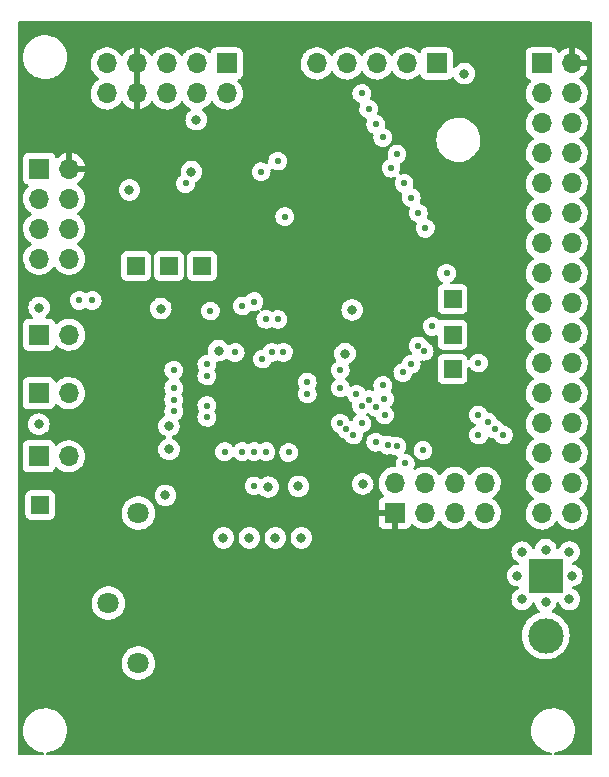
<source format=gbr>
%TF.GenerationSoftware,KiCad,Pcbnew,(6.0.6)*%
%TF.CreationDate,2022-09-22T18:41:47+01:00*%
%TF.ProjectId,ConverterBoard,436f6e76-6572-4746-9572-426f6172642e,rev?*%
%TF.SameCoordinates,Original*%
%TF.FileFunction,Copper,L3,Inr*%
%TF.FilePolarity,Positive*%
%FSLAX46Y46*%
G04 Gerber Fmt 4.6, Leading zero omitted, Abs format (unit mm)*
G04 Created by KiCad (PCBNEW (6.0.6)) date 2022-09-22 18:41:47*
%MOMM*%
%LPD*%
G01*
G04 APERTURE LIST*
%TA.AperFunction,ComponentPad*%
%ADD10R,1.700000X1.700000*%
%TD*%
%TA.AperFunction,ComponentPad*%
%ADD11O,1.700000X1.700000*%
%TD*%
%TA.AperFunction,ComponentPad*%
%ADD12R,1.500000X1.500000*%
%TD*%
%TA.AperFunction,ComponentPad*%
%ADD13R,3.000000X3.000000*%
%TD*%
%TA.AperFunction,ComponentPad*%
%ADD14C,3.000000*%
%TD*%
%TA.AperFunction,ComponentPad*%
%ADD15C,1.800000*%
%TD*%
%TA.AperFunction,ViaPad*%
%ADD16C,0.800000*%
%TD*%
%TA.AperFunction,ViaPad*%
%ADD17C,0.565000*%
%TD*%
G04 APERTURE END LIST*
D10*
%TO.N,GND*%
%TO.C,J3*%
X119975000Y-93950000D03*
D11*
%TO.N,Net-(C3-Pad1)*%
X122515000Y-93950000D03*
%TD*%
D12*
%TO.N,TIM16_CH2*%
%TO.C,TP3*%
X155000000Y-86000000D03*
%TD*%
D11*
%TO.N,SWO*%
%TO.C,ST-LINK1*%
X125730000Y-68580000D03*
%TO.N,unconnected-(ST-LINK1-Pad9)*%
X125730000Y-66040000D03*
%TO.N,+3.3V*%
X128270000Y-68580000D03*
X128270000Y-66040000D03*
%TO.N,SWDCLK*%
X130810000Y-68580000D03*
%TO.N,JTDI*%
X130810000Y-66040000D03*
%TO.N,GND*%
X133350000Y-68580000D03*
X133350000Y-66040000D03*
%TO.N,SWDIO*%
X135890000Y-68580000D03*
D10*
%TO.N,NRST*%
X135890000Y-66040000D03*
%TD*%
D13*
%TO.N,GND*%
%TO.C,J1*%
X162900000Y-109400000D03*
D14*
%TO.N,+5V*%
X162900000Y-114480000D03*
%TD*%
D15*
%TO.N,+3.3VA*%
%TO.C,RV1*%
X128400000Y-104100000D03*
%TO.N,Net-(C4-Pad1)*%
X125860000Y-111720000D03*
%TO.N,GND*%
X128400000Y-116800000D03*
%TD*%
D10*
%TO.N,Net-(ENCODER1-Pad1)*%
%TO.C,ENCODER1*%
X153665000Y-66040000D03*
D11*
%TO.N,GND*%
X151125000Y-66040000D03*
%TO.N,SWO*%
X148585000Y-66040000D03*
%TO.N,GND*%
X146045000Y-66040000D03*
%TO.N,JTDI*%
X143505000Y-66040000D03*
%TD*%
%TO.N,SPI_RESET*%
%TO.C,J8*%
X122550000Y-82560000D03*
%TO.N,SPI_DC*%
X120010000Y-82560000D03*
%TO.N,SPI_CS*%
X122550000Y-80020000D03*
%TO.N,SPI_MOSI*%
X120010000Y-80020000D03*
%TO.N,GND*%
X122550000Y-77480000D03*
%TO.N,SPI_SCK*%
X120010000Y-77480000D03*
%TO.N,+3.3V*%
X122550000Y-74940000D03*
D10*
%TO.N,Net-(J8-Pad1)*%
X120010000Y-74940000D03*
%TD*%
%TO.N,GND*%
%TO.C,J5*%
X119975000Y-99300000D03*
D11*
%TO.N,Net-(C2-Pad1)*%
X122515000Y-99300000D03*
%TD*%
D12*
%TO.N,TIM1_CH1*%
%TO.C,TP1*%
X155000000Y-91900000D03*
%TD*%
%TO.N,TIM4_CH2*%
%TO.C,TP6*%
X128200000Y-83200000D03*
%TD*%
%TO.N,TIM3_CH2*%
%TO.C,TP4*%
X133800000Y-83200000D03*
%TD*%
%TO.N,TIM1_CH2*%
%TO.C,TP2*%
X155000000Y-89000000D03*
%TD*%
%TO.N,COMP1_OUT*%
%TO.C,TP7*%
X120100000Y-103400000D03*
%TD*%
D10*
%TO.N,GND*%
%TO.C,J2*%
X120000000Y-89000000D03*
D11*
%TO.N,Net-(J2-Pad2)*%
X122540000Y-89000000D03*
%TD*%
D12*
%TO.N,TIM8_CH1*%
%TO.C,TP5*%
X131000000Y-83200000D03*
%TD*%
D10*
%TO.N,GND*%
%TO.C,J6*%
X162555000Y-66040000D03*
D11*
%TO.N,+3.3V*%
X165095000Y-66040000D03*
%TO.N,TFT_D1*%
X162555000Y-68580000D03*
%TO.N,TFT_D0*%
X165095000Y-68580000D03*
%TO.N,TFT_D3*%
X162555000Y-71120000D03*
%TO.N,TFT_D2*%
X165095000Y-71120000D03*
%TO.N,TFT_D5*%
X162555000Y-73660000D03*
%TO.N,TFT_D4*%
X165095000Y-73660000D03*
%TO.N,TFT_D7*%
X162555000Y-76200000D03*
%TO.N,TFT_D6*%
X165095000Y-76200000D03*
%TO.N,TFT_D9*%
X162555000Y-78740000D03*
%TO.N,TFT_D8*%
X165095000Y-78740000D03*
%TO.N,TFT_D11*%
X162555000Y-81280000D03*
%TO.N,TFT_D10*%
X165095000Y-81280000D03*
%TO.N,TFT_D13*%
X162555000Y-83820000D03*
%TO.N,TFT_D12*%
X165095000Y-83820000D03*
%TO.N,TFT_D15*%
X162555000Y-86360000D03*
%TO.N,TFT_D14*%
X165095000Y-86360000D03*
%TO.N,TFT_RS*%
X162555000Y-88900000D03*
%TO.N,TFT_CS*%
X165095000Y-88900000D03*
%TO.N,TFT_RD*%
X162555000Y-91440000D03*
%TO.N,TFT_WR*%
X165095000Y-91440000D03*
%TO.N,unconnected-(J6-Pad23)*%
X162555000Y-93980000D03*
%TO.N,TFT_RESET*%
X165095000Y-93980000D03*
%TO.N,unconnected-(J6-Pad25)*%
X162555000Y-96520000D03*
%TO.N,unconnected-(J6-Pad26)*%
X165095000Y-96520000D03*
%TO.N,unconnected-(J6-Pad27)*%
X162555000Y-99060000D03*
%TO.N,unconnected-(J6-Pad28)*%
X165095000Y-99060000D03*
%TO.N,unconnected-(J6-Pad29)*%
X162555000Y-101600000D03*
%TO.N,unconnected-(J6-Pad30)*%
X165095000Y-101600000D03*
%TO.N,unconnected-(J6-Pad31)*%
X162555000Y-104140000D03*
%TO.N,unconnected-(J6-Pad32)*%
X165095000Y-104140000D03*
%TD*%
D10*
%TO.N,+3.3V*%
%TO.C,J7*%
X150100000Y-104100000D03*
D11*
%TO.N,GND*%
X150100000Y-101560000D03*
%TO.N,PB13*%
X152640000Y-104100000D03*
%TO.N,PA5*%
X152640000Y-101560000D03*
%TO.N,PB10*%
X155180000Y-104100000D03*
%TO.N,PA7*%
X155180000Y-101560000D03*
%TO.N,PB0*%
X157720000Y-104100000D03*
%TO.N,PA10*%
X157720000Y-101560000D03*
%TD*%
D16*
%TO.N,GND*%
X141954977Y-101845023D03*
X156000000Y-66900000D03*
%TO.N,+3.3V*%
X156000000Y-65100000D03*
D17*
%TO.N,SPI_CS*%
X124500000Y-86100000D03*
%TO.N,SPI_RESET*%
X123400000Y-86100000D03*
D16*
%TO.N,GND*%
X135200000Y-90350500D03*
D17*
%TO.N,Net-(R6-Pad1)*%
X136600000Y-90500000D03*
D16*
%TO.N,GND*%
X137800000Y-106200000D03*
X119975000Y-96575000D03*
X140000000Y-106200000D03*
X120000000Y-86700000D03*
X133300000Y-70800000D03*
X139400000Y-101900000D03*
X132900000Y-75200000D03*
X142200000Y-106200000D03*
X162900000Y-107200000D03*
X147400000Y-101635000D03*
X160500000Y-109400000D03*
X160900000Y-111400000D03*
X131000000Y-98700000D03*
X146500000Y-86900000D03*
X135600000Y-106200000D03*
X130700000Y-102600000D03*
X162900000Y-111600000D03*
X145900000Y-90600000D03*
X165100000Y-109400000D03*
X164900000Y-111400000D03*
X160900000Y-107400000D03*
X127650000Y-76750000D03*
X130300000Y-86800000D03*
X130985465Y-96739354D03*
X164900000Y-107400000D03*
%TO.N,+3.3V*%
X147945000Y-109695000D03*
X147945000Y-110695000D03*
X147400000Y-104200000D03*
X148945000Y-110695000D03*
X146945000Y-110695000D03*
X141945000Y-109695000D03*
X144600000Y-103200000D03*
X146945000Y-109695000D03*
X145945000Y-110695000D03*
X145945000Y-109695000D03*
X148945000Y-109695000D03*
X141945000Y-110695000D03*
X139945000Y-109695000D03*
X133115201Y-102715201D03*
X138945000Y-109695000D03*
X139945000Y-110695000D03*
X140945000Y-110695000D03*
X132200000Y-86800000D03*
X140945000Y-109695000D03*
X144600000Y-86800000D03*
X138945000Y-110695000D03*
X128900000Y-73300000D03*
D17*
%TO.N,JTDI*%
X140800000Y-79000000D03*
%TO.N,SWDCLK*%
X138800000Y-75200000D03*
%TO.N,SWDIO*%
X140200000Y-74300000D03*
%TO.N,SWO*%
X132400000Y-76200000D03*
%TO.N,TFT_D1*%
X147300000Y-95000000D03*
X147320000Y-68580000D03*
X134200000Y-95000000D03*
%TO.N,TFT_D0*%
X131400000Y-94500000D03*
X147900000Y-69900000D03*
X147900000Y-94500000D03*
%TO.N,TFT_D3*%
X148536043Y-95136043D03*
X134200000Y-96000000D03*
X148500000Y-71200000D03*
%TO.N,TFT_D2*%
X131400000Y-95500000D03*
X149100000Y-93300000D03*
X149100000Y-72300000D03*
%TO.N,TFT_D5*%
X138200000Y-98900000D03*
X150300000Y-73700000D03*
X150300000Y-98449500D03*
%TO.N,TFT_D4*%
X149800000Y-74900000D03*
X148500000Y-98100000D03*
X137200000Y-98900000D03*
%TO.N,TFT_D7*%
X147300000Y-96500000D03*
X150800000Y-92200000D03*
X150900000Y-76200000D03*
%TO.N,TFT_D6*%
X151500000Y-91500000D03*
X151500000Y-77400000D03*
X149250500Y-95800000D03*
%TO.N,TFT_D9*%
X152100000Y-89949500D03*
X146870500Y-94050500D03*
X152100000Y-78700000D03*
%TO.N,TFT_D8*%
X152700000Y-80000000D03*
X152600000Y-90400000D03*
X149234345Y-94437741D03*
%TO.N,TFT_D11*%
X140200000Y-87700000D03*
%TO.N,TFT_D10*%
X140680000Y-90498000D03*
%TO.N,TFT_D13*%
X154500000Y-83800000D03*
X134200000Y-91500000D03*
%TO.N,TFT_D12*%
X139700000Y-90500000D03*
%TO.N,TFT_D15*%
X134200000Y-92500000D03*
%TO.N,TFT_D14*%
X131400000Y-92000000D03*
%TO.N,TFT_RS*%
X158000000Y-96400000D03*
X149500000Y-98350500D03*
%TO.N,TFT_CS*%
X152500000Y-98800500D03*
X158600000Y-97000000D03*
%TO.N,TFT_RD*%
X157200000Y-91400000D03*
X157200000Y-95800000D03*
X146000000Y-97000000D03*
%TO.N,TFT_WR*%
X159300000Y-97500000D03*
X139200000Y-98900000D03*
%TO.N,TFT_RESET*%
X145500000Y-96500000D03*
%TO.N,PB13*%
X146600000Y-97500000D03*
X157200000Y-97500000D03*
%TO.N,PB10*%
X141132155Y-98967845D03*
%TO.N,PB0*%
X138200000Y-101800000D03*
%TO.N,PA10*%
X153300000Y-88300000D03*
X142700000Y-93000000D03*
%TO.N,PA5*%
X135700000Y-98900000D03*
X151000000Y-99900000D03*
%TO.N,SPI_SCK*%
X131400000Y-93500000D03*
%TO.N,SPI_MOSI*%
X138900000Y-91068000D03*
%TO.N,SPI_RESET*%
X134500000Y-87000000D03*
X139200000Y-87700000D03*
%TO.N,Net-(R6-Pad1)*%
X137200000Y-86568000D03*
%TO.N,TIM1_CH1*%
X142700000Y-94000000D03*
%TO.N,TIM1_CH2*%
X145500000Y-93500000D03*
%TO.N,TIM16_CH2*%
X145500000Y-92000000D03*
%TO.N,Net-(ENCODER1-Pad1)*%
X138200000Y-86200000D03*
%TD*%
%TA.AperFunction,Conductor*%
%TO.N,+3.3V*%
G36*
X166733621Y-62503502D02*
G01*
X166780114Y-62557158D01*
X166791500Y-62609500D01*
X166791500Y-124474000D01*
X166771498Y-124542121D01*
X166717842Y-124588614D01*
X166665500Y-124600000D01*
X163717797Y-124600000D01*
X163649676Y-124579998D01*
X163603183Y-124526342D01*
X163593079Y-124456068D01*
X163622573Y-124391488D01*
X163682299Y-124353104D01*
X163708679Y-124348330D01*
X163715491Y-124347836D01*
X163769004Y-124343953D01*
X163773459Y-124342969D01*
X163773462Y-124342969D01*
X164027912Y-124286791D01*
X164027916Y-124286790D01*
X164032372Y-124285806D01*
X164158480Y-124238028D01*
X164280318Y-124191868D01*
X164280321Y-124191867D01*
X164284588Y-124190250D01*
X164520368Y-124059286D01*
X164734773Y-123895657D01*
X164923312Y-123702792D01*
X165082034Y-123484730D01*
X165165190Y-123326676D01*
X165205490Y-123250079D01*
X165205493Y-123250073D01*
X165207615Y-123246039D01*
X165270378Y-123068312D01*
X165295902Y-122996033D01*
X165295902Y-122996032D01*
X165297425Y-122991720D01*
X165349581Y-122727100D01*
X165358782Y-122542277D01*
X165362764Y-122462292D01*
X165362764Y-122462286D01*
X165362991Y-122457723D01*
X165337375Y-122189231D01*
X165292042Y-122003967D01*
X165274355Y-121931688D01*
X165273269Y-121927250D01*
X165172015Y-121677267D01*
X165035735Y-121444518D01*
X164917928Y-121297208D01*
X164870136Y-121237447D01*
X164870135Y-121237445D01*
X164867284Y-121233881D01*
X164670191Y-121049766D01*
X164448584Y-120896032D01*
X164444501Y-120894001D01*
X164444498Y-120893999D01*
X164279606Y-120811967D01*
X164207106Y-120775899D01*
X164202772Y-120774478D01*
X164202769Y-120774477D01*
X163955147Y-120693302D01*
X163955141Y-120693301D01*
X163950814Y-120691882D01*
X163946322Y-120691102D01*
X163688860Y-120646399D01*
X163688852Y-120646398D01*
X163685079Y-120645743D01*
X163673817Y-120645182D01*
X163601422Y-120641578D01*
X163601414Y-120641578D01*
X163599851Y-120641500D01*
X163431488Y-120641500D01*
X163429220Y-120641665D01*
X163429208Y-120641665D01*
X163298116Y-120651177D01*
X163230996Y-120656047D01*
X163226541Y-120657031D01*
X163226538Y-120657031D01*
X162972088Y-120713209D01*
X162972084Y-120713210D01*
X162967628Y-120714194D01*
X162841520Y-120761972D01*
X162719682Y-120808132D01*
X162719679Y-120808133D01*
X162715412Y-120809750D01*
X162479632Y-120940714D01*
X162265227Y-121104343D01*
X162076688Y-121297208D01*
X161917966Y-121515270D01*
X161915844Y-121519304D01*
X161794510Y-121749921D01*
X161794507Y-121749927D01*
X161792385Y-121753961D01*
X161790865Y-121758266D01*
X161790863Y-121758270D01*
X161704098Y-122003967D01*
X161702575Y-122008280D01*
X161650419Y-122272900D01*
X161650192Y-122277453D01*
X161650192Y-122277456D01*
X161640991Y-122462292D01*
X161637009Y-122542277D01*
X161662625Y-122810769D01*
X161663710Y-122815203D01*
X161663711Y-122815209D01*
X161725645Y-123068312D01*
X161726731Y-123072750D01*
X161827985Y-123322733D01*
X161964265Y-123555482D01*
X161967118Y-123559049D01*
X162084686Y-123706060D01*
X162132716Y-123766119D01*
X162329809Y-123950234D01*
X162551416Y-124103968D01*
X162555499Y-124105999D01*
X162555502Y-124106001D01*
X162671013Y-124163466D01*
X162792894Y-124224101D01*
X162797228Y-124225522D01*
X162797231Y-124225523D01*
X163044853Y-124306698D01*
X163044859Y-124306699D01*
X163049186Y-124308118D01*
X163053677Y-124308898D01*
X163053678Y-124308898D01*
X163289579Y-124349857D01*
X163353274Y-124381218D01*
X163389902Y-124442036D01*
X163387836Y-124513003D01*
X163347729Y-124571586D01*
X163282317Y-124599187D01*
X163268024Y-124600000D01*
X120717797Y-124600000D01*
X120649676Y-124579998D01*
X120603183Y-124526342D01*
X120593079Y-124456068D01*
X120622573Y-124391488D01*
X120682299Y-124353104D01*
X120708679Y-124348330D01*
X120715491Y-124347836D01*
X120769004Y-124343953D01*
X120773459Y-124342969D01*
X120773462Y-124342969D01*
X121027912Y-124286791D01*
X121027916Y-124286790D01*
X121032372Y-124285806D01*
X121158480Y-124238028D01*
X121280318Y-124191868D01*
X121280321Y-124191867D01*
X121284588Y-124190250D01*
X121520368Y-124059286D01*
X121734773Y-123895657D01*
X121923312Y-123702792D01*
X122082034Y-123484730D01*
X122165190Y-123326676D01*
X122205490Y-123250079D01*
X122205493Y-123250073D01*
X122207615Y-123246039D01*
X122270378Y-123068312D01*
X122295902Y-122996033D01*
X122295902Y-122996032D01*
X122297425Y-122991720D01*
X122349581Y-122727100D01*
X122358782Y-122542277D01*
X122362764Y-122462292D01*
X122362764Y-122462286D01*
X122362991Y-122457723D01*
X122337375Y-122189231D01*
X122292042Y-122003967D01*
X122274355Y-121931688D01*
X122273269Y-121927250D01*
X122172015Y-121677267D01*
X122035735Y-121444518D01*
X121917928Y-121297208D01*
X121870136Y-121237447D01*
X121870135Y-121237445D01*
X121867284Y-121233881D01*
X121670191Y-121049766D01*
X121448584Y-120896032D01*
X121444501Y-120894001D01*
X121444498Y-120893999D01*
X121279606Y-120811967D01*
X121207106Y-120775899D01*
X121202772Y-120774478D01*
X121202769Y-120774477D01*
X120955147Y-120693302D01*
X120955141Y-120693301D01*
X120950814Y-120691882D01*
X120946322Y-120691102D01*
X120688860Y-120646399D01*
X120688852Y-120646398D01*
X120685079Y-120645743D01*
X120673817Y-120645182D01*
X120601422Y-120641578D01*
X120601414Y-120641578D01*
X120599851Y-120641500D01*
X120431488Y-120641500D01*
X120429220Y-120641665D01*
X120429208Y-120641665D01*
X120298116Y-120651177D01*
X120230996Y-120656047D01*
X120226541Y-120657031D01*
X120226538Y-120657031D01*
X119972088Y-120713209D01*
X119972084Y-120713210D01*
X119967628Y-120714194D01*
X119841520Y-120761972D01*
X119719682Y-120808132D01*
X119719679Y-120808133D01*
X119715412Y-120809750D01*
X119479632Y-120940714D01*
X119265227Y-121104343D01*
X119076688Y-121297208D01*
X118917966Y-121515270D01*
X118915844Y-121519304D01*
X118794510Y-121749921D01*
X118794507Y-121749927D01*
X118792385Y-121753961D01*
X118790865Y-121758266D01*
X118790863Y-121758270D01*
X118704098Y-122003967D01*
X118702575Y-122008280D01*
X118650419Y-122272900D01*
X118650192Y-122277453D01*
X118650192Y-122277456D01*
X118640991Y-122462292D01*
X118637009Y-122542277D01*
X118662625Y-122810769D01*
X118663710Y-122815203D01*
X118663711Y-122815209D01*
X118725645Y-123068312D01*
X118726731Y-123072750D01*
X118827985Y-123322733D01*
X118964265Y-123555482D01*
X118967118Y-123559049D01*
X119084686Y-123706060D01*
X119132716Y-123766119D01*
X119329809Y-123950234D01*
X119551416Y-124103968D01*
X119555499Y-124105999D01*
X119555502Y-124106001D01*
X119671013Y-124163466D01*
X119792894Y-124224101D01*
X119797228Y-124225522D01*
X119797231Y-124225523D01*
X120044853Y-124306698D01*
X120044859Y-124306699D01*
X120049186Y-124308118D01*
X120053677Y-124308898D01*
X120053678Y-124308898D01*
X120289579Y-124349857D01*
X120353274Y-124381218D01*
X120389902Y-124442036D01*
X120387836Y-124513003D01*
X120347729Y-124571586D01*
X120282317Y-124599187D01*
X120268024Y-124600000D01*
X118326000Y-124600000D01*
X118257879Y-124579998D01*
X118211386Y-124526342D01*
X118200000Y-124474000D01*
X118200000Y-116765469D01*
X126987095Y-116765469D01*
X126987392Y-116770622D01*
X126987392Y-116770625D01*
X126993067Y-116869041D01*
X127000427Y-116996697D01*
X127001564Y-117001743D01*
X127001565Y-117001749D01*
X127033741Y-117144523D01*
X127051346Y-117222642D01*
X127053288Y-117227424D01*
X127053289Y-117227428D01*
X127136540Y-117432450D01*
X127138484Y-117437237D01*
X127259501Y-117634719D01*
X127411147Y-117809784D01*
X127589349Y-117957730D01*
X127789322Y-118074584D01*
X128005694Y-118157209D01*
X128010760Y-118158240D01*
X128010761Y-118158240D01*
X128063846Y-118169040D01*
X128232656Y-118203385D01*
X128363324Y-118208176D01*
X128458949Y-118211683D01*
X128458953Y-118211683D01*
X128464113Y-118211872D01*
X128469233Y-118211216D01*
X128469235Y-118211216D01*
X128542270Y-118201860D01*
X128693847Y-118182442D01*
X128698795Y-118180957D01*
X128698802Y-118180956D01*
X128910747Y-118117369D01*
X128915690Y-118115886D01*
X128996236Y-118076427D01*
X129119049Y-118016262D01*
X129119052Y-118016260D01*
X129123684Y-118013991D01*
X129312243Y-117879494D01*
X129476303Y-117716005D01*
X129611458Y-117527917D01*
X129658641Y-117432450D01*
X129711784Y-117324922D01*
X129711785Y-117324920D01*
X129714078Y-117320280D01*
X129781408Y-117098671D01*
X129811640Y-116869041D01*
X129813327Y-116800000D01*
X129807032Y-116723434D01*
X129794773Y-116574318D01*
X129794772Y-116574312D01*
X129794349Y-116569167D01*
X129763087Y-116444709D01*
X129739184Y-116349544D01*
X129739183Y-116349540D01*
X129737925Y-116344533D01*
X129735866Y-116339797D01*
X129647630Y-116136868D01*
X129647628Y-116136865D01*
X129645570Y-116132131D01*
X129519764Y-115937665D01*
X129515559Y-115933043D01*
X129375782Y-115779431D01*
X129363887Y-115766358D01*
X129359836Y-115763159D01*
X129359832Y-115763155D01*
X129186177Y-115626011D01*
X129186172Y-115626008D01*
X129182123Y-115622810D01*
X129177607Y-115620317D01*
X129177604Y-115620315D01*
X128983879Y-115513373D01*
X128983875Y-115513371D01*
X128979355Y-115510876D01*
X128974486Y-115509152D01*
X128974482Y-115509150D01*
X128765903Y-115435288D01*
X128765899Y-115435287D01*
X128761028Y-115433562D01*
X128755935Y-115432655D01*
X128755932Y-115432654D01*
X128538095Y-115393851D01*
X128538089Y-115393850D01*
X128533006Y-115392945D01*
X128460096Y-115392054D01*
X128306581Y-115390179D01*
X128306579Y-115390179D01*
X128301411Y-115390116D01*
X128072464Y-115425150D01*
X127852314Y-115497106D01*
X127847726Y-115499494D01*
X127847722Y-115499496D01*
X127733948Y-115558723D01*
X127646872Y-115604052D01*
X127642739Y-115607155D01*
X127642736Y-115607157D01*
X127474245Y-115733664D01*
X127461655Y-115743117D01*
X127301639Y-115910564D01*
X127298725Y-115914836D01*
X127298724Y-115914837D01*
X127284425Y-115935799D01*
X127171119Y-116101899D01*
X127073602Y-116311981D01*
X127011707Y-116535169D01*
X126987095Y-116765469D01*
X118200000Y-116765469D01*
X118200000Y-111685469D01*
X124447095Y-111685469D01*
X124447392Y-111690622D01*
X124447392Y-111690625D01*
X124453067Y-111789041D01*
X124460427Y-111916697D01*
X124461564Y-111921743D01*
X124461565Y-111921749D01*
X124493741Y-112064523D01*
X124511346Y-112142642D01*
X124513288Y-112147424D01*
X124513289Y-112147428D01*
X124588529Y-112332722D01*
X124598484Y-112357237D01*
X124719501Y-112554719D01*
X124871147Y-112729784D01*
X125049349Y-112877730D01*
X125249322Y-112994584D01*
X125254147Y-112996426D01*
X125254148Y-112996427D01*
X125266647Y-113001200D01*
X125465694Y-113077209D01*
X125470760Y-113078240D01*
X125470761Y-113078240D01*
X125523846Y-113089040D01*
X125692656Y-113123385D01*
X125823324Y-113128176D01*
X125918949Y-113131683D01*
X125918953Y-113131683D01*
X125924113Y-113131872D01*
X125929233Y-113131216D01*
X125929235Y-113131216D01*
X126002270Y-113121860D01*
X126153847Y-113102442D01*
X126158795Y-113100957D01*
X126158802Y-113100956D01*
X126370747Y-113037369D01*
X126375690Y-113035886D01*
X126380324Y-113033616D01*
X126579049Y-112936262D01*
X126579052Y-112936260D01*
X126583684Y-112933991D01*
X126772243Y-112799494D01*
X126936303Y-112636005D01*
X127071458Y-112447917D01*
X127100755Y-112388640D01*
X127171784Y-112244922D01*
X127171785Y-112244920D01*
X127174078Y-112240280D01*
X127241408Y-112018671D01*
X127271640Y-111789041D01*
X127271779Y-111783365D01*
X127273245Y-111723365D01*
X127273245Y-111723361D01*
X127273327Y-111720000D01*
X127267032Y-111643434D01*
X127254773Y-111494318D01*
X127254772Y-111494312D01*
X127254349Y-111489167D01*
X127197925Y-111264533D01*
X127195866Y-111259797D01*
X127107630Y-111056868D01*
X127107628Y-111056865D01*
X127105570Y-111052131D01*
X126979764Y-110857665D01*
X126823887Y-110686358D01*
X126819836Y-110683159D01*
X126819832Y-110683155D01*
X126646177Y-110546011D01*
X126646172Y-110546008D01*
X126642123Y-110542810D01*
X126637607Y-110540317D01*
X126637604Y-110540315D01*
X126443879Y-110433373D01*
X126443875Y-110433371D01*
X126439355Y-110430876D01*
X126434486Y-110429152D01*
X126434482Y-110429150D01*
X126225903Y-110355288D01*
X126225899Y-110355287D01*
X126221028Y-110353562D01*
X126215935Y-110352655D01*
X126215932Y-110352654D01*
X125998095Y-110313851D01*
X125998089Y-110313850D01*
X125993006Y-110312945D01*
X125920096Y-110312054D01*
X125766581Y-110310179D01*
X125766579Y-110310179D01*
X125761411Y-110310116D01*
X125532464Y-110345150D01*
X125312314Y-110417106D01*
X125307726Y-110419494D01*
X125307722Y-110419496D01*
X125111461Y-110521663D01*
X125106872Y-110524052D01*
X125102739Y-110527155D01*
X125102736Y-110527157D01*
X124997465Y-110606197D01*
X124921655Y-110663117D01*
X124761639Y-110830564D01*
X124758725Y-110834836D01*
X124758724Y-110834837D01*
X124743152Y-110857665D01*
X124631119Y-111021899D01*
X124533602Y-111231981D01*
X124471707Y-111455169D01*
X124447095Y-111685469D01*
X118200000Y-111685469D01*
X118200000Y-109400000D01*
X159586496Y-109400000D01*
X159606458Y-109589928D01*
X159665473Y-109771556D01*
X159760960Y-109936944D01*
X159888747Y-110078866D01*
X160043248Y-110191118D01*
X160049276Y-110193802D01*
X160049278Y-110193803D01*
X160108500Y-110220170D01*
X160217712Y-110268794D01*
X160311112Y-110288647D01*
X160398056Y-110307128D01*
X160398061Y-110307128D01*
X160404513Y-110308500D01*
X160525133Y-110308500D01*
X160593254Y-110328502D01*
X160639747Y-110382158D01*
X160649851Y-110452432D01*
X160620357Y-110517012D01*
X160576382Y-110549607D01*
X160449278Y-110606197D01*
X160449276Y-110606198D01*
X160443248Y-110608882D01*
X160288747Y-110721134D01*
X160160960Y-110863056D01*
X160157659Y-110868774D01*
X160071721Y-111017623D01*
X160065473Y-111028444D01*
X160006458Y-111210072D01*
X160005768Y-111216633D01*
X160005768Y-111216635D01*
X160001232Y-111259797D01*
X159986496Y-111400000D01*
X160006458Y-111589928D01*
X160065473Y-111771556D01*
X160160960Y-111936944D01*
X160165378Y-111941851D01*
X160165379Y-111941852D01*
X160284325Y-112073955D01*
X160288747Y-112078866D01*
X160443248Y-112191118D01*
X160449276Y-112193802D01*
X160449278Y-112193803D01*
X160542548Y-112235329D01*
X160617712Y-112268794D01*
X160683365Y-112282749D01*
X160798056Y-112307128D01*
X160798061Y-112307128D01*
X160804513Y-112308500D01*
X160995487Y-112308500D01*
X161001939Y-112307128D01*
X161001944Y-112307128D01*
X161116635Y-112282749D01*
X161182288Y-112268794D01*
X161257452Y-112235329D01*
X161350722Y-112193803D01*
X161350724Y-112193802D01*
X161356752Y-112191118D01*
X161511253Y-112078866D01*
X161515675Y-112073955D01*
X161634621Y-111941852D01*
X161634622Y-111941851D01*
X161639040Y-111936944D01*
X161734527Y-111771556D01*
X161755355Y-111707454D01*
X161795429Y-111648849D01*
X161860826Y-111621212D01*
X161930782Y-111633319D01*
X161983088Y-111681325D01*
X162000498Y-111733221D01*
X162005129Y-111777279D01*
X162006458Y-111789928D01*
X162065473Y-111971556D01*
X162160960Y-112136944D01*
X162165378Y-112141851D01*
X162165379Y-112141852D01*
X162279678Y-112268794D01*
X162288747Y-112278866D01*
X162327646Y-112307128D01*
X162362453Y-112332417D01*
X162405807Y-112388640D01*
X162411882Y-112459376D01*
X162378750Y-112522167D01*
X162321640Y-112555887D01*
X162237928Y-112578788D01*
X162233980Y-112580472D01*
X161989982Y-112684546D01*
X161989978Y-112684548D01*
X161986030Y-112686232D01*
X161907742Y-112733086D01*
X161754725Y-112824664D01*
X161754721Y-112824667D01*
X161751043Y-112826868D01*
X161537318Y-112998094D01*
X161348808Y-113196742D01*
X161189002Y-113419136D01*
X161060857Y-113661161D01*
X161059385Y-113665184D01*
X161059383Y-113665188D01*
X161052314Y-113684506D01*
X160966743Y-113918337D01*
X160908404Y-114185907D01*
X160886917Y-114458918D01*
X160902682Y-114732320D01*
X160903507Y-114736525D01*
X160903508Y-114736533D01*
X160914127Y-114790657D01*
X160955405Y-115001053D01*
X160956792Y-115005103D01*
X160956793Y-115005108D01*
X160977605Y-115065895D01*
X161044112Y-115260144D01*
X161046039Y-115263975D01*
X161162483Y-115495499D01*
X161167160Y-115504799D01*
X161169586Y-115508328D01*
X161169589Y-115508334D01*
X161233733Y-115601663D01*
X161322274Y-115730490D01*
X161506582Y-115933043D01*
X161716675Y-116108707D01*
X161720316Y-116110991D01*
X161945024Y-116251951D01*
X161945028Y-116251953D01*
X161948664Y-116254234D01*
X162016544Y-116284883D01*
X162194345Y-116365164D01*
X162194349Y-116365166D01*
X162198257Y-116366930D01*
X162202377Y-116368150D01*
X162202376Y-116368150D01*
X162456723Y-116443491D01*
X162456727Y-116443492D01*
X162460836Y-116444709D01*
X162465070Y-116445357D01*
X162465075Y-116445358D01*
X162727298Y-116485483D01*
X162727300Y-116485483D01*
X162731540Y-116486132D01*
X162870912Y-116488322D01*
X163001071Y-116490367D01*
X163001077Y-116490367D01*
X163005362Y-116490434D01*
X163277235Y-116457534D01*
X163542127Y-116388041D01*
X163546087Y-116386401D01*
X163546092Y-116386399D01*
X163668631Y-116335641D01*
X163795136Y-116283241D01*
X164031582Y-116145073D01*
X164247089Y-115976094D01*
X164284330Y-115937665D01*
X164434686Y-115782509D01*
X164437669Y-115779431D01*
X164440202Y-115775983D01*
X164440206Y-115775978D01*
X164597257Y-115562178D01*
X164599795Y-115558723D01*
X164627154Y-115508334D01*
X164728418Y-115321830D01*
X164728419Y-115321828D01*
X164730468Y-115318054D01*
X164827269Y-115061877D01*
X164888407Y-114794933D01*
X164912751Y-114522161D01*
X164913193Y-114480000D01*
X164894567Y-114206778D01*
X164839032Y-113938612D01*
X164747617Y-113680465D01*
X164622013Y-113437112D01*
X164612040Y-113422921D01*
X164467008Y-113216562D01*
X164464545Y-113213057D01*
X164361755Y-113102442D01*
X164281046Y-113015588D01*
X164281043Y-113015585D01*
X164278125Y-113012445D01*
X164274810Y-113009731D01*
X164274806Y-113009728D01*
X164069523Y-112841706D01*
X164066205Y-112838990D01*
X163832704Y-112695901D01*
X163828768Y-112694173D01*
X163585873Y-112587549D01*
X163585869Y-112587548D01*
X163581945Y-112585825D01*
X163476667Y-112555836D01*
X163416635Y-112517939D01*
X163386620Y-112453599D01*
X163396154Y-112383246D01*
X163437127Y-112332722D01*
X163472354Y-112307128D01*
X163511253Y-112278866D01*
X163520322Y-112268794D01*
X163634621Y-112141852D01*
X163634622Y-112141851D01*
X163639040Y-112136944D01*
X163734527Y-111971556D01*
X163793542Y-111789928D01*
X163794872Y-111777279D01*
X163799502Y-111733221D01*
X163826515Y-111667564D01*
X163884737Y-111626934D01*
X163955682Y-111624231D01*
X164016826Y-111660313D01*
X164044645Y-111707453D01*
X164065473Y-111771556D01*
X164160960Y-111936944D01*
X164165378Y-111941851D01*
X164165379Y-111941852D01*
X164284325Y-112073955D01*
X164288747Y-112078866D01*
X164443248Y-112191118D01*
X164449276Y-112193802D01*
X164449278Y-112193803D01*
X164542548Y-112235329D01*
X164617712Y-112268794D01*
X164683365Y-112282749D01*
X164798056Y-112307128D01*
X164798061Y-112307128D01*
X164804513Y-112308500D01*
X164995487Y-112308500D01*
X165001939Y-112307128D01*
X165001944Y-112307128D01*
X165116635Y-112282749D01*
X165182288Y-112268794D01*
X165257452Y-112235329D01*
X165350722Y-112193803D01*
X165350724Y-112193802D01*
X165356752Y-112191118D01*
X165511253Y-112078866D01*
X165515675Y-112073955D01*
X165634621Y-111941852D01*
X165634622Y-111941851D01*
X165639040Y-111936944D01*
X165734527Y-111771556D01*
X165793542Y-111589928D01*
X165813504Y-111400000D01*
X165798768Y-111259797D01*
X165794232Y-111216635D01*
X165794232Y-111216633D01*
X165793542Y-111210072D01*
X165734527Y-111028444D01*
X165728280Y-111017623D01*
X165642341Y-110868774D01*
X165639040Y-110863056D01*
X165511253Y-110721134D01*
X165356752Y-110608882D01*
X165350724Y-110606198D01*
X165350722Y-110606197D01*
X165202247Y-110540092D01*
X165148151Y-110494112D01*
X165127502Y-110426185D01*
X165146854Y-110357876D01*
X165200065Y-110310875D01*
X165227298Y-110301738D01*
X165382288Y-110268794D01*
X165491500Y-110220170D01*
X165550722Y-110193803D01*
X165550724Y-110193802D01*
X165556752Y-110191118D01*
X165711253Y-110078866D01*
X165839040Y-109936944D01*
X165934527Y-109771556D01*
X165993542Y-109589928D01*
X166013504Y-109400000D01*
X165993542Y-109210072D01*
X165934527Y-109028444D01*
X165839040Y-108863056D01*
X165711253Y-108721134D01*
X165556752Y-108608882D01*
X165550724Y-108606198D01*
X165550722Y-108606197D01*
X165388319Y-108533891D01*
X165388318Y-108533891D01*
X165382288Y-108531206D01*
X165227299Y-108498262D01*
X165164826Y-108464533D01*
X165130504Y-108402384D01*
X165135232Y-108331545D01*
X165177508Y-108274507D01*
X165202247Y-108259908D01*
X165350722Y-108193803D01*
X165350724Y-108193802D01*
X165356752Y-108191118D01*
X165511253Y-108078866D01*
X165639040Y-107936944D01*
X165734527Y-107771556D01*
X165793542Y-107589928D01*
X165813504Y-107400000D01*
X165793542Y-107210072D01*
X165734527Y-107028444D01*
X165639040Y-106863056D01*
X165511253Y-106721134D01*
X165356752Y-106608882D01*
X165350724Y-106606198D01*
X165350722Y-106606197D01*
X165188319Y-106533891D01*
X165188318Y-106533891D01*
X165182288Y-106531206D01*
X165088887Y-106511353D01*
X165001944Y-106492872D01*
X165001939Y-106492872D01*
X164995487Y-106491500D01*
X164804513Y-106491500D01*
X164798061Y-106492872D01*
X164798056Y-106492872D01*
X164711113Y-106511353D01*
X164617712Y-106531206D01*
X164611682Y-106533891D01*
X164611681Y-106533891D01*
X164449278Y-106606197D01*
X164449276Y-106606198D01*
X164443248Y-106608882D01*
X164288747Y-106721134D01*
X164160960Y-106863056D01*
X164065473Y-107028444D01*
X164052363Y-107068794D01*
X164044645Y-107092546D01*
X164004571Y-107151151D01*
X163939174Y-107178788D01*
X163869218Y-107166681D01*
X163816912Y-107118675D01*
X163799502Y-107066779D01*
X163794232Y-107016635D01*
X163794232Y-107016633D01*
X163793542Y-107010072D01*
X163734527Y-106828444D01*
X163639040Y-106663056D01*
X163522740Y-106533891D01*
X163515675Y-106526045D01*
X163515674Y-106526044D01*
X163511253Y-106521134D01*
X163356752Y-106408882D01*
X163350724Y-106406198D01*
X163350722Y-106406197D01*
X163188319Y-106333891D01*
X163188318Y-106333891D01*
X163182288Y-106331206D01*
X163088888Y-106311353D01*
X163001944Y-106292872D01*
X163001939Y-106292872D01*
X162995487Y-106291500D01*
X162804513Y-106291500D01*
X162798061Y-106292872D01*
X162798056Y-106292872D01*
X162711113Y-106311353D01*
X162617712Y-106331206D01*
X162611682Y-106333891D01*
X162611681Y-106333891D01*
X162449278Y-106406197D01*
X162449276Y-106406198D01*
X162443248Y-106408882D01*
X162288747Y-106521134D01*
X162284326Y-106526044D01*
X162284325Y-106526045D01*
X162277261Y-106533891D01*
X162160960Y-106663056D01*
X162065473Y-106828444D01*
X162006458Y-107010072D01*
X162005768Y-107016633D01*
X162005768Y-107016635D01*
X162000498Y-107066779D01*
X161973485Y-107132436D01*
X161915263Y-107173066D01*
X161844318Y-107175769D01*
X161783174Y-107139687D01*
X161755355Y-107092546D01*
X161747638Y-107068794D01*
X161734527Y-107028444D01*
X161639040Y-106863056D01*
X161511253Y-106721134D01*
X161356752Y-106608882D01*
X161350724Y-106606198D01*
X161350722Y-106606197D01*
X161188319Y-106533891D01*
X161188318Y-106533891D01*
X161182288Y-106531206D01*
X161088887Y-106511353D01*
X161001944Y-106492872D01*
X161001939Y-106492872D01*
X160995487Y-106491500D01*
X160804513Y-106491500D01*
X160798061Y-106492872D01*
X160798056Y-106492872D01*
X160711113Y-106511353D01*
X160617712Y-106531206D01*
X160611682Y-106533891D01*
X160611681Y-106533891D01*
X160449278Y-106606197D01*
X160449276Y-106606198D01*
X160443248Y-106608882D01*
X160288747Y-106721134D01*
X160160960Y-106863056D01*
X160065473Y-107028444D01*
X160006458Y-107210072D01*
X159986496Y-107400000D01*
X160006458Y-107589928D01*
X160065473Y-107771556D01*
X160160960Y-107936944D01*
X160288747Y-108078866D01*
X160443248Y-108191118D01*
X160449276Y-108193802D01*
X160449278Y-108193803D01*
X160576382Y-108250393D01*
X160630478Y-108296373D01*
X160651127Y-108364300D01*
X160631775Y-108432609D01*
X160578564Y-108479610D01*
X160525133Y-108491500D01*
X160404513Y-108491500D01*
X160398061Y-108492872D01*
X160398056Y-108492872D01*
X160311112Y-108511353D01*
X160217712Y-108531206D01*
X160211682Y-108533891D01*
X160211681Y-108533891D01*
X160049278Y-108606197D01*
X160049276Y-108606198D01*
X160043248Y-108608882D01*
X159888747Y-108721134D01*
X159760960Y-108863056D01*
X159665473Y-109028444D01*
X159606458Y-109210072D01*
X159586496Y-109400000D01*
X118200000Y-109400000D01*
X118200000Y-106200000D01*
X134686496Y-106200000D01*
X134706458Y-106389928D01*
X134765473Y-106571556D01*
X134860960Y-106736944D01*
X134988747Y-106878866D01*
X135143248Y-106991118D01*
X135149276Y-106993802D01*
X135149278Y-106993803D01*
X135241200Y-107034729D01*
X135317712Y-107068794D01*
X135411112Y-107088647D01*
X135498056Y-107107128D01*
X135498061Y-107107128D01*
X135504513Y-107108500D01*
X135695487Y-107108500D01*
X135701939Y-107107128D01*
X135701944Y-107107128D01*
X135788887Y-107088647D01*
X135882288Y-107068794D01*
X135958800Y-107034729D01*
X136050722Y-106993803D01*
X136050724Y-106993802D01*
X136056752Y-106991118D01*
X136211253Y-106878866D01*
X136339040Y-106736944D01*
X136434527Y-106571556D01*
X136493542Y-106389928D01*
X136513504Y-106200000D01*
X136886496Y-106200000D01*
X136906458Y-106389928D01*
X136965473Y-106571556D01*
X137060960Y-106736944D01*
X137188747Y-106878866D01*
X137343248Y-106991118D01*
X137349276Y-106993802D01*
X137349278Y-106993803D01*
X137441200Y-107034729D01*
X137517712Y-107068794D01*
X137611112Y-107088647D01*
X137698056Y-107107128D01*
X137698061Y-107107128D01*
X137704513Y-107108500D01*
X137895487Y-107108500D01*
X137901939Y-107107128D01*
X137901944Y-107107128D01*
X137988887Y-107088647D01*
X138082288Y-107068794D01*
X138158800Y-107034729D01*
X138250722Y-106993803D01*
X138250724Y-106993802D01*
X138256752Y-106991118D01*
X138411253Y-106878866D01*
X138539040Y-106736944D01*
X138634527Y-106571556D01*
X138693542Y-106389928D01*
X138713504Y-106200000D01*
X139086496Y-106200000D01*
X139106458Y-106389928D01*
X139165473Y-106571556D01*
X139260960Y-106736944D01*
X139388747Y-106878866D01*
X139543248Y-106991118D01*
X139549276Y-106993802D01*
X139549278Y-106993803D01*
X139641200Y-107034729D01*
X139717712Y-107068794D01*
X139811112Y-107088647D01*
X139898056Y-107107128D01*
X139898061Y-107107128D01*
X139904513Y-107108500D01*
X140095487Y-107108500D01*
X140101939Y-107107128D01*
X140101944Y-107107128D01*
X140188887Y-107088647D01*
X140282288Y-107068794D01*
X140358800Y-107034729D01*
X140450722Y-106993803D01*
X140450724Y-106993802D01*
X140456752Y-106991118D01*
X140611253Y-106878866D01*
X140739040Y-106736944D01*
X140834527Y-106571556D01*
X140893542Y-106389928D01*
X140913504Y-106200000D01*
X141286496Y-106200000D01*
X141306458Y-106389928D01*
X141365473Y-106571556D01*
X141460960Y-106736944D01*
X141588747Y-106878866D01*
X141743248Y-106991118D01*
X141749276Y-106993802D01*
X141749278Y-106993803D01*
X141841200Y-107034729D01*
X141917712Y-107068794D01*
X142011112Y-107088647D01*
X142098056Y-107107128D01*
X142098061Y-107107128D01*
X142104513Y-107108500D01*
X142295487Y-107108500D01*
X142301939Y-107107128D01*
X142301944Y-107107128D01*
X142388887Y-107088647D01*
X142482288Y-107068794D01*
X142558800Y-107034729D01*
X142650722Y-106993803D01*
X142650724Y-106993802D01*
X142656752Y-106991118D01*
X142811253Y-106878866D01*
X142939040Y-106736944D01*
X143034527Y-106571556D01*
X143093542Y-106389928D01*
X143113504Y-106200000D01*
X143093542Y-106010072D01*
X143034527Y-105828444D01*
X142939040Y-105663056D01*
X142811253Y-105521134D01*
X142688410Y-105431883D01*
X142662094Y-105412763D01*
X142662093Y-105412762D01*
X142656752Y-105408882D01*
X142650724Y-105406198D01*
X142650722Y-105406197D01*
X142488319Y-105333891D01*
X142488318Y-105333891D01*
X142482288Y-105331206D01*
X142387194Y-105310993D01*
X142301944Y-105292872D01*
X142301939Y-105292872D01*
X142295487Y-105291500D01*
X142104513Y-105291500D01*
X142098061Y-105292872D01*
X142098056Y-105292872D01*
X142012806Y-105310993D01*
X141917712Y-105331206D01*
X141911682Y-105333891D01*
X141911681Y-105333891D01*
X141749278Y-105406197D01*
X141749276Y-105406198D01*
X141743248Y-105408882D01*
X141737907Y-105412762D01*
X141737906Y-105412763D01*
X141711590Y-105431883D01*
X141588747Y-105521134D01*
X141460960Y-105663056D01*
X141365473Y-105828444D01*
X141306458Y-106010072D01*
X141286496Y-106200000D01*
X140913504Y-106200000D01*
X140893542Y-106010072D01*
X140834527Y-105828444D01*
X140739040Y-105663056D01*
X140611253Y-105521134D01*
X140488410Y-105431883D01*
X140462094Y-105412763D01*
X140462093Y-105412762D01*
X140456752Y-105408882D01*
X140450724Y-105406198D01*
X140450722Y-105406197D01*
X140288319Y-105333891D01*
X140288318Y-105333891D01*
X140282288Y-105331206D01*
X140187194Y-105310993D01*
X140101944Y-105292872D01*
X140101939Y-105292872D01*
X140095487Y-105291500D01*
X139904513Y-105291500D01*
X139898061Y-105292872D01*
X139898056Y-105292872D01*
X139812806Y-105310993D01*
X139717712Y-105331206D01*
X139711682Y-105333891D01*
X139711681Y-105333891D01*
X139549278Y-105406197D01*
X139549276Y-105406198D01*
X139543248Y-105408882D01*
X139537907Y-105412762D01*
X139537906Y-105412763D01*
X139511590Y-105431883D01*
X139388747Y-105521134D01*
X139260960Y-105663056D01*
X139165473Y-105828444D01*
X139106458Y-106010072D01*
X139086496Y-106200000D01*
X138713504Y-106200000D01*
X138693542Y-106010072D01*
X138634527Y-105828444D01*
X138539040Y-105663056D01*
X138411253Y-105521134D01*
X138288410Y-105431883D01*
X138262094Y-105412763D01*
X138262093Y-105412762D01*
X138256752Y-105408882D01*
X138250724Y-105406198D01*
X138250722Y-105406197D01*
X138088319Y-105333891D01*
X138088318Y-105333891D01*
X138082288Y-105331206D01*
X137987194Y-105310993D01*
X137901944Y-105292872D01*
X137901939Y-105292872D01*
X137895487Y-105291500D01*
X137704513Y-105291500D01*
X137698061Y-105292872D01*
X137698056Y-105292872D01*
X137612806Y-105310993D01*
X137517712Y-105331206D01*
X137511682Y-105333891D01*
X137511681Y-105333891D01*
X137349278Y-105406197D01*
X137349276Y-105406198D01*
X137343248Y-105408882D01*
X137337907Y-105412762D01*
X137337906Y-105412763D01*
X137311590Y-105431883D01*
X137188747Y-105521134D01*
X137060960Y-105663056D01*
X136965473Y-105828444D01*
X136906458Y-106010072D01*
X136886496Y-106200000D01*
X136513504Y-106200000D01*
X136493542Y-106010072D01*
X136434527Y-105828444D01*
X136339040Y-105663056D01*
X136211253Y-105521134D01*
X136088410Y-105431883D01*
X136062094Y-105412763D01*
X136062093Y-105412762D01*
X136056752Y-105408882D01*
X136050724Y-105406198D01*
X136050722Y-105406197D01*
X135888319Y-105333891D01*
X135888318Y-105333891D01*
X135882288Y-105331206D01*
X135787194Y-105310993D01*
X135701944Y-105292872D01*
X135701939Y-105292872D01*
X135695487Y-105291500D01*
X135504513Y-105291500D01*
X135498061Y-105292872D01*
X135498056Y-105292872D01*
X135412806Y-105310993D01*
X135317712Y-105331206D01*
X135311682Y-105333891D01*
X135311681Y-105333891D01*
X135149278Y-105406197D01*
X135149276Y-105406198D01*
X135143248Y-105408882D01*
X135137907Y-105412762D01*
X135137906Y-105412763D01*
X135111590Y-105431883D01*
X134988747Y-105521134D01*
X134860960Y-105663056D01*
X134765473Y-105828444D01*
X134706458Y-106010072D01*
X134686496Y-106200000D01*
X118200000Y-106200000D01*
X118200000Y-104198134D01*
X118841500Y-104198134D01*
X118848255Y-104260316D01*
X118899385Y-104396705D01*
X118986739Y-104513261D01*
X119103295Y-104600615D01*
X119239684Y-104651745D01*
X119301866Y-104658500D01*
X120898134Y-104658500D01*
X120960316Y-104651745D01*
X121096705Y-104600615D01*
X121213261Y-104513261D01*
X121300615Y-104396705D01*
X121351745Y-104260316D01*
X121358500Y-104198134D01*
X121358500Y-104065469D01*
X126987095Y-104065469D01*
X126987392Y-104070622D01*
X126987392Y-104070625D01*
X126995232Y-104206590D01*
X127000427Y-104296697D01*
X127001564Y-104301743D01*
X127001565Y-104301749D01*
X127024584Y-104403891D01*
X127051346Y-104522642D01*
X127053288Y-104527424D01*
X127053289Y-104527428D01*
X127136540Y-104732450D01*
X127138484Y-104737237D01*
X127259501Y-104934719D01*
X127411147Y-105109784D01*
X127500747Y-105184171D01*
X127584046Y-105253327D01*
X127589349Y-105257730D01*
X127789322Y-105374584D01*
X128005694Y-105457209D01*
X128010760Y-105458240D01*
X128010761Y-105458240D01*
X128024804Y-105461097D01*
X128232656Y-105503385D01*
X128363324Y-105508176D01*
X128458949Y-105511683D01*
X128458953Y-105511683D01*
X128464113Y-105511872D01*
X128469233Y-105511216D01*
X128469235Y-105511216D01*
X128548224Y-105501097D01*
X128693847Y-105482442D01*
X128698795Y-105480957D01*
X128698802Y-105480956D01*
X128910747Y-105417369D01*
X128915690Y-105415886D01*
X128926356Y-105410661D01*
X129119049Y-105316262D01*
X129119052Y-105316260D01*
X129123684Y-105313991D01*
X129312243Y-105179494D01*
X129476303Y-105016005D01*
X129491635Y-104994669D01*
X148742001Y-104994669D01*
X148742371Y-105001490D01*
X148747895Y-105052352D01*
X148751521Y-105067604D01*
X148796676Y-105188054D01*
X148805214Y-105203649D01*
X148881715Y-105305724D01*
X148894276Y-105318285D01*
X148996351Y-105394786D01*
X149011946Y-105403324D01*
X149132394Y-105448478D01*
X149147649Y-105452105D01*
X149198514Y-105457631D01*
X149205328Y-105458000D01*
X149827885Y-105458000D01*
X149843124Y-105453525D01*
X149844329Y-105452135D01*
X149846000Y-105444452D01*
X149846000Y-104372115D01*
X149841525Y-104356876D01*
X149840135Y-104355671D01*
X149832452Y-104354000D01*
X148760116Y-104354000D01*
X148744877Y-104358475D01*
X148743672Y-104359865D01*
X148742001Y-104367548D01*
X148742001Y-104994669D01*
X129491635Y-104994669D01*
X129556005Y-104905088D01*
X129611458Y-104827917D01*
X129631372Y-104787625D01*
X129711784Y-104624922D01*
X129711785Y-104624920D01*
X129714078Y-104620280D01*
X129781408Y-104398671D01*
X129811640Y-104169041D01*
X129811782Y-104163240D01*
X129813245Y-104103365D01*
X129813245Y-104103361D01*
X129813327Y-104100000D01*
X129807032Y-104023434D01*
X129794773Y-103874318D01*
X129794772Y-103874312D01*
X129794349Y-103869167D01*
X129745401Y-103674297D01*
X129739184Y-103649544D01*
X129739183Y-103649540D01*
X129737925Y-103644533D01*
X129731304Y-103629305D01*
X129647630Y-103436868D01*
X129647628Y-103436865D01*
X129645570Y-103432131D01*
X129519764Y-103237665D01*
X129484140Y-103198514D01*
X129432581Y-103141852D01*
X129363887Y-103066358D01*
X129359836Y-103063159D01*
X129359832Y-103063155D01*
X129186177Y-102926011D01*
X129186172Y-102926008D01*
X129182123Y-102922810D01*
X129177607Y-102920317D01*
X129177604Y-102920315D01*
X128983879Y-102813373D01*
X128983875Y-102813371D01*
X128979355Y-102810876D01*
X128974486Y-102809152D01*
X128974482Y-102809150D01*
X128765903Y-102735288D01*
X128765899Y-102735287D01*
X128761028Y-102733562D01*
X128755935Y-102732655D01*
X128755932Y-102732654D01*
X128538095Y-102693851D01*
X128538089Y-102693850D01*
X128533006Y-102692945D01*
X128460096Y-102692054D01*
X128306581Y-102690179D01*
X128306579Y-102690179D01*
X128301411Y-102690116D01*
X128072464Y-102725150D01*
X127852314Y-102797106D01*
X127847726Y-102799494D01*
X127847722Y-102799496D01*
X127661114Y-102896638D01*
X127646872Y-102904052D01*
X127642739Y-102907155D01*
X127642736Y-102907157D01*
X127465790Y-103040012D01*
X127461655Y-103043117D01*
X127458083Y-103046855D01*
X127306643Y-103205328D01*
X127301639Y-103210564D01*
X127298725Y-103214836D01*
X127298724Y-103214837D01*
X127255364Y-103278401D01*
X127171119Y-103401899D01*
X127073602Y-103611981D01*
X127011707Y-103835169D01*
X126987095Y-104065469D01*
X121358500Y-104065469D01*
X121358500Y-102601866D01*
X121358297Y-102600000D01*
X129786496Y-102600000D01*
X129787186Y-102606565D01*
X129804481Y-102771114D01*
X129806458Y-102789928D01*
X129865473Y-102971556D01*
X129868776Y-102977278D01*
X129868777Y-102977279D01*
X129888792Y-103011946D01*
X129960960Y-103136944D01*
X130088747Y-103278866D01*
X130243248Y-103391118D01*
X130249276Y-103393802D01*
X130249278Y-103393803D01*
X130403353Y-103462401D01*
X130417712Y-103468794D01*
X130492172Y-103484621D01*
X130598056Y-103507128D01*
X130598061Y-103507128D01*
X130604513Y-103508500D01*
X130795487Y-103508500D01*
X130801939Y-103507128D01*
X130801944Y-103507128D01*
X130907828Y-103484621D01*
X130982288Y-103468794D01*
X130996647Y-103462401D01*
X131150722Y-103393803D01*
X131150724Y-103393802D01*
X131156752Y-103391118D01*
X131311253Y-103278866D01*
X131439040Y-103136944D01*
X131511208Y-103011946D01*
X131531223Y-102977279D01*
X131531224Y-102977278D01*
X131534527Y-102971556D01*
X131593542Y-102789928D01*
X131595520Y-102771114D01*
X131612814Y-102606565D01*
X131613504Y-102600000D01*
X131607566Y-102543500D01*
X131594232Y-102416635D01*
X131594232Y-102416633D01*
X131593542Y-102410072D01*
X131534527Y-102228444D01*
X131526544Y-102214616D01*
X131458179Y-102096206D01*
X131439040Y-102063056D01*
X131433459Y-102056857D01*
X131315675Y-101926045D01*
X131315674Y-101926044D01*
X131311253Y-101921134D01*
X131187478Y-101831206D01*
X131162094Y-101812763D01*
X131162093Y-101812762D01*
X131156752Y-101808882D01*
X131150724Y-101806198D01*
X131150722Y-101806197D01*
X131111841Y-101788886D01*
X137404073Y-101788886D01*
X137404760Y-101795893D01*
X137404760Y-101795896D01*
X137409373Y-101842939D01*
X137421390Y-101965499D01*
X137477405Y-102133886D01*
X137481052Y-102139908D01*
X137481053Y-102139910D01*
X137565683Y-102279653D01*
X137565686Y-102279656D01*
X137569333Y-102285679D01*
X137574229Y-102290749D01*
X137596553Y-102313866D01*
X137692607Y-102413332D01*
X137841099Y-102510503D01*
X138007429Y-102572360D01*
X138014410Y-102573291D01*
X138014412Y-102573292D01*
X138176349Y-102594899D01*
X138176353Y-102594899D01*
X138183330Y-102595830D01*
X138190342Y-102595192D01*
X138190345Y-102595192D01*
X138353038Y-102580386D01*
X138353039Y-102580386D01*
X138360059Y-102579747D01*
X138390350Y-102569905D01*
X138522134Y-102527086D01*
X138522137Y-102527085D01*
X138528833Y-102524909D01*
X138538783Y-102518978D01*
X138577451Y-102495927D01*
X138646206Y-102478227D01*
X138713615Y-102500509D01*
X138735604Y-102519845D01*
X138784310Y-102573938D01*
X138788747Y-102578866D01*
X138808799Y-102593435D01*
X138871275Y-102638826D01*
X138943248Y-102691118D01*
X138949276Y-102693802D01*
X138949278Y-102693803D01*
X139087889Y-102755516D01*
X139117712Y-102768794D01*
X139186263Y-102783365D01*
X139298056Y-102807128D01*
X139298061Y-102807128D01*
X139304513Y-102808500D01*
X139495487Y-102808500D01*
X139501939Y-102807128D01*
X139501944Y-102807128D01*
X139613737Y-102783365D01*
X139682288Y-102768794D01*
X139712111Y-102755516D01*
X139850722Y-102693803D01*
X139850724Y-102693802D01*
X139856752Y-102691118D01*
X140011253Y-102578866D01*
X140059836Y-102524909D01*
X140134621Y-102441852D01*
X140134622Y-102441851D01*
X140139040Y-102436944D01*
X140234527Y-102271556D01*
X140293542Y-102089928D01*
X140295766Y-102068774D01*
X140312814Y-101906565D01*
X140313504Y-101900000D01*
X140307726Y-101845023D01*
X141041473Y-101845023D01*
X141042163Y-101851588D01*
X141058451Y-102006556D01*
X141061435Y-102034951D01*
X141120450Y-102216579D01*
X141123753Y-102222301D01*
X141123754Y-102222302D01*
X141138374Y-102247625D01*
X141215937Y-102381967D01*
X141220355Y-102386874D01*
X141220356Y-102386875D01*
X141339302Y-102518978D01*
X141343724Y-102523889D01*
X141411721Y-102573292D01*
X141449115Y-102600460D01*
X141498225Y-102636141D01*
X141504253Y-102638825D01*
X141504255Y-102638826D01*
X141627844Y-102693851D01*
X141672689Y-102713817D01*
X141733567Y-102726757D01*
X141853033Y-102752151D01*
X141853038Y-102752151D01*
X141859490Y-102753523D01*
X142050464Y-102753523D01*
X142056916Y-102752151D01*
X142056921Y-102752151D01*
X142176387Y-102726757D01*
X142237265Y-102713817D01*
X142282110Y-102693851D01*
X142405699Y-102638826D01*
X142405701Y-102638825D01*
X142411729Y-102636141D01*
X142460840Y-102600460D01*
X142498233Y-102573292D01*
X142566230Y-102523889D01*
X142570652Y-102518978D01*
X142689598Y-102386875D01*
X142689599Y-102386874D01*
X142694017Y-102381967D01*
X142771580Y-102247625D01*
X142786200Y-102222302D01*
X142786201Y-102222301D01*
X142789504Y-102216579D01*
X142848519Y-102034951D01*
X142851504Y-102006556D01*
X142867791Y-101851588D01*
X142868481Y-101845023D01*
X142865090Y-101812763D01*
X142849209Y-101661658D01*
X142849209Y-101661656D01*
X142848519Y-101655095D01*
X142841990Y-101635000D01*
X146486496Y-101635000D01*
X146487186Y-101641565D01*
X146504772Y-101808882D01*
X146506458Y-101824928D01*
X146565473Y-102006556D01*
X146568776Y-102012278D01*
X146568777Y-102012279D01*
X146589216Y-102047680D01*
X146660960Y-102171944D01*
X146665378Y-102176851D01*
X146665379Y-102176852D01*
X146759477Y-102281358D01*
X146788747Y-102313866D01*
X146882480Y-102381967D01*
X146930960Y-102417190D01*
X146943248Y-102426118D01*
X146949276Y-102428802D01*
X146949278Y-102428803D01*
X147111681Y-102501109D01*
X147117712Y-102503794D01*
X147189147Y-102518978D01*
X147298056Y-102542128D01*
X147298061Y-102542128D01*
X147304513Y-102543500D01*
X147495487Y-102543500D01*
X147501939Y-102542128D01*
X147501944Y-102542128D01*
X147610853Y-102518978D01*
X147682288Y-102503794D01*
X147688319Y-102501109D01*
X147850722Y-102428803D01*
X147850724Y-102428802D01*
X147856752Y-102426118D01*
X147869041Y-102417190D01*
X147917520Y-102381967D01*
X148011253Y-102313866D01*
X148040523Y-102281358D01*
X148134621Y-102176852D01*
X148134622Y-102176851D01*
X148139040Y-102171944D01*
X148210784Y-102047680D01*
X148231223Y-102012279D01*
X148231224Y-102012278D01*
X148234527Y-102006556D01*
X148293542Y-101824928D01*
X148295229Y-101808882D01*
X148312814Y-101641565D01*
X148313504Y-101635000D01*
X148305975Y-101563365D01*
X148294232Y-101451635D01*
X148294232Y-101451633D01*
X148293542Y-101445072D01*
X148234527Y-101263444D01*
X148224969Y-101246888D01*
X148197314Y-101198990D01*
X148139040Y-101098056D01*
X148130286Y-101088333D01*
X148015675Y-100961045D01*
X148015674Y-100961044D01*
X148011253Y-100956134D01*
X147856752Y-100843882D01*
X147850724Y-100841198D01*
X147850722Y-100841197D01*
X147688319Y-100768891D01*
X147688318Y-100768891D01*
X147682288Y-100766206D01*
X147569058Y-100742138D01*
X147501944Y-100727872D01*
X147501939Y-100727872D01*
X147495487Y-100726500D01*
X147304513Y-100726500D01*
X147298061Y-100727872D01*
X147298056Y-100727872D01*
X147230942Y-100742138D01*
X147117712Y-100766206D01*
X147111682Y-100768891D01*
X147111681Y-100768891D01*
X146949278Y-100841197D01*
X146949276Y-100841198D01*
X146943248Y-100843882D01*
X146788747Y-100956134D01*
X146784326Y-100961044D01*
X146784325Y-100961045D01*
X146669715Y-101088333D01*
X146660960Y-101098056D01*
X146602686Y-101198990D01*
X146575032Y-101246888D01*
X146565473Y-101263444D01*
X146506458Y-101445072D01*
X146505768Y-101451633D01*
X146505768Y-101451635D01*
X146494025Y-101563365D01*
X146486496Y-101635000D01*
X142841990Y-101635000D01*
X142789504Y-101473467D01*
X142769486Y-101438794D01*
X142697318Y-101313797D01*
X142694017Y-101308079D01*
X142638921Y-101246888D01*
X142570652Y-101171068D01*
X142570651Y-101171067D01*
X142566230Y-101166157D01*
X142411729Y-101053905D01*
X142405701Y-101051221D01*
X142405699Y-101051220D01*
X142243296Y-100978914D01*
X142243295Y-100978914D01*
X142237265Y-100976229D01*
X142141343Y-100955840D01*
X142056921Y-100937895D01*
X142056916Y-100937895D01*
X142050464Y-100936523D01*
X141859490Y-100936523D01*
X141853038Y-100937895D01*
X141853033Y-100937895D01*
X141768611Y-100955840D01*
X141672689Y-100976229D01*
X141666659Y-100978914D01*
X141666658Y-100978914D01*
X141504255Y-101051220D01*
X141504253Y-101051221D01*
X141498225Y-101053905D01*
X141343724Y-101166157D01*
X141339303Y-101171067D01*
X141339302Y-101171068D01*
X141271034Y-101246888D01*
X141215937Y-101308079D01*
X141212636Y-101313797D01*
X141140469Y-101438794D01*
X141120450Y-101473467D01*
X141061435Y-101655095D01*
X141060745Y-101661656D01*
X141060745Y-101661658D01*
X141044864Y-101812763D01*
X141041473Y-101845023D01*
X140307726Y-101845023D01*
X140297709Y-101749715D01*
X140294232Y-101716635D01*
X140294232Y-101716633D01*
X140293542Y-101710072D01*
X140234527Y-101528444D01*
X140139040Y-101363056D01*
X140117910Y-101339588D01*
X140015675Y-101226045D01*
X140015674Y-101226044D01*
X140011253Y-101221134D01*
X139884862Y-101129305D01*
X139862094Y-101112763D01*
X139862093Y-101112762D01*
X139856752Y-101108882D01*
X139850724Y-101106198D01*
X139850722Y-101106197D01*
X139688319Y-101033891D01*
X139688318Y-101033891D01*
X139682288Y-101031206D01*
X139588888Y-101011353D01*
X139501944Y-100992872D01*
X139501939Y-100992872D01*
X139495487Y-100991500D01*
X139304513Y-100991500D01*
X139298061Y-100992872D01*
X139298056Y-100992872D01*
X139211112Y-101011353D01*
X139117712Y-101031206D01*
X139111682Y-101033891D01*
X139111681Y-101033891D01*
X138949278Y-101106197D01*
X138949276Y-101106198D01*
X138943248Y-101108882D01*
X138937907Y-101112762D01*
X138937906Y-101112763D01*
X138845872Y-101179630D01*
X138779004Y-101203488D01*
X138709853Y-101187408D01*
X138699571Y-101180439D01*
X138698780Y-101179643D01*
X138646695Y-101146589D01*
X138554900Y-101088333D01*
X138554896Y-101088331D01*
X138548946Y-101084555D01*
X138512019Y-101071406D01*
X138388403Y-101027388D01*
X138388398Y-101027387D01*
X138381768Y-101025026D01*
X138374780Y-101024193D01*
X138374777Y-101024192D01*
X138254990Y-101009909D01*
X138205557Y-101004014D01*
X138198555Y-101004750D01*
X138198553Y-101004750D01*
X138036070Y-101021828D01*
X138036068Y-101021828D01*
X138029070Y-101022564D01*
X137944893Y-101051220D01*
X137867748Y-101077482D01*
X137867745Y-101077483D01*
X137861078Y-101079753D01*
X137855080Y-101083443D01*
X137855078Y-101083444D01*
X137780532Y-101129305D01*
X137709930Y-101172740D01*
X137583140Y-101296902D01*
X137487009Y-101446068D01*
X137484600Y-101452688D01*
X137484598Y-101452691D01*
X137428722Y-101606209D01*
X137426314Y-101612826D01*
X137404073Y-101788886D01*
X131111841Y-101788886D01*
X130988319Y-101733891D01*
X130988318Y-101733891D01*
X130982288Y-101731206D01*
X130882861Y-101710072D01*
X130801944Y-101692872D01*
X130801939Y-101692872D01*
X130795487Y-101691500D01*
X130604513Y-101691500D01*
X130598061Y-101692872D01*
X130598056Y-101692872D01*
X130517139Y-101710072D01*
X130417712Y-101731206D01*
X130411682Y-101733891D01*
X130411681Y-101733891D01*
X130249278Y-101806197D01*
X130249276Y-101806198D01*
X130243248Y-101808882D01*
X130237907Y-101812762D01*
X130237906Y-101812763D01*
X130212522Y-101831206D01*
X130088747Y-101921134D01*
X130084326Y-101926044D01*
X130084325Y-101926045D01*
X129966542Y-102056857D01*
X129960960Y-102063056D01*
X129941821Y-102096206D01*
X129873457Y-102214616D01*
X129865473Y-102228444D01*
X129806458Y-102410072D01*
X129805768Y-102416633D01*
X129805768Y-102416635D01*
X129792434Y-102543500D01*
X129786496Y-102600000D01*
X121358297Y-102600000D01*
X121351745Y-102539684D01*
X121300615Y-102403295D01*
X121213261Y-102286739D01*
X121096705Y-102199385D01*
X120960316Y-102148255D01*
X120898134Y-102141500D01*
X119301866Y-102141500D01*
X119239684Y-102148255D01*
X119103295Y-102199385D01*
X118986739Y-102286739D01*
X118899385Y-102403295D01*
X118848255Y-102539684D01*
X118841500Y-102601866D01*
X118841500Y-104198134D01*
X118200000Y-104198134D01*
X118200000Y-100198134D01*
X118616500Y-100198134D01*
X118623255Y-100260316D01*
X118674385Y-100396705D01*
X118761739Y-100513261D01*
X118878295Y-100600615D01*
X119014684Y-100651745D01*
X119076866Y-100658500D01*
X120873134Y-100658500D01*
X120935316Y-100651745D01*
X121071705Y-100600615D01*
X121188261Y-100513261D01*
X121275615Y-100396705D01*
X121282102Y-100379401D01*
X121319598Y-100279382D01*
X121362240Y-100222618D01*
X121428802Y-100197918D01*
X121498150Y-100213126D01*
X121532817Y-100241114D01*
X121561250Y-100273938D01*
X121630942Y-100331797D01*
X121724672Y-100409613D01*
X121733126Y-100416632D01*
X121926000Y-100529338D01*
X121930825Y-100531180D01*
X121930826Y-100531181D01*
X122003612Y-100558975D01*
X122134692Y-100609030D01*
X122139760Y-100610061D01*
X122139763Y-100610062D01*
X122212739Y-100624909D01*
X122353597Y-100653567D01*
X122358772Y-100653757D01*
X122358774Y-100653757D01*
X122571673Y-100661564D01*
X122571677Y-100661564D01*
X122576837Y-100661753D01*
X122581957Y-100661097D01*
X122581959Y-100661097D01*
X122793288Y-100634025D01*
X122793289Y-100634025D01*
X122798416Y-100633368D01*
X122826611Y-100624909D01*
X123007429Y-100570661D01*
X123007434Y-100570659D01*
X123012384Y-100569174D01*
X123212994Y-100470896D01*
X123394860Y-100341173D01*
X123414180Y-100321921D01*
X123536298Y-100200228D01*
X123553096Y-100183489D01*
X123609824Y-100104544D01*
X123680435Y-100006277D01*
X123683453Y-100002077D01*
X123733903Y-99900000D01*
X123780136Y-99806453D01*
X123780137Y-99806451D01*
X123782430Y-99801811D01*
X123841163Y-99608500D01*
X123845865Y-99593023D01*
X123845865Y-99593021D01*
X123847370Y-99588069D01*
X123876529Y-99366590D01*
X123876611Y-99363240D01*
X123878074Y-99303365D01*
X123878074Y-99303361D01*
X123878156Y-99300000D01*
X123859852Y-99077361D01*
X123805431Y-98860702D01*
X123716354Y-98655840D01*
X123626298Y-98516635D01*
X123597822Y-98472617D01*
X123597820Y-98472614D01*
X123595014Y-98468277D01*
X123444670Y-98303051D01*
X123440619Y-98299852D01*
X123440615Y-98299848D01*
X123273414Y-98167800D01*
X123273410Y-98167798D01*
X123269359Y-98164598D01*
X123073789Y-98056638D01*
X123068920Y-98054914D01*
X123068916Y-98054912D01*
X122868087Y-97983795D01*
X122868083Y-97983794D01*
X122863212Y-97982069D01*
X122858119Y-97981162D01*
X122858116Y-97981161D01*
X122648373Y-97943800D01*
X122648367Y-97943799D01*
X122643284Y-97942894D01*
X122569452Y-97941992D01*
X122425081Y-97940228D01*
X122425079Y-97940228D01*
X122419911Y-97940165D01*
X122199091Y-97973955D01*
X121986756Y-98043357D01*
X121956443Y-98059137D01*
X121829872Y-98125026D01*
X121788607Y-98146507D01*
X121784474Y-98149610D01*
X121784471Y-98149612D01*
X121616314Y-98275868D01*
X121609965Y-98280635D01*
X121536938Y-98357054D01*
X121529283Y-98365064D01*
X121467759Y-98400494D01*
X121396846Y-98397037D01*
X121339060Y-98355791D01*
X121320207Y-98322243D01*
X121278767Y-98211703D01*
X121275615Y-98203295D01*
X121188261Y-98086739D01*
X121071705Y-97999385D01*
X120935316Y-97948255D01*
X120873134Y-97941500D01*
X119076866Y-97941500D01*
X119014684Y-97948255D01*
X118878295Y-97999385D01*
X118761739Y-98086739D01*
X118674385Y-98203295D01*
X118623255Y-98339684D01*
X118616500Y-98401866D01*
X118616500Y-100198134D01*
X118200000Y-100198134D01*
X118200000Y-96575000D01*
X119061496Y-96575000D01*
X119062186Y-96581565D01*
X119077177Y-96724192D01*
X119081458Y-96764928D01*
X119140473Y-96946556D01*
X119235960Y-97111944D01*
X119240378Y-97116851D01*
X119240379Y-97116852D01*
X119321227Y-97206643D01*
X119363747Y-97253866D01*
X119518248Y-97366118D01*
X119524276Y-97368802D01*
X119524278Y-97368803D01*
X119643993Y-97422103D01*
X119692712Y-97443794D01*
X119786112Y-97463647D01*
X119873056Y-97482128D01*
X119873061Y-97482128D01*
X119879513Y-97483500D01*
X120070487Y-97483500D01*
X120076939Y-97482128D01*
X120076944Y-97482128D01*
X120163888Y-97463647D01*
X120257288Y-97443794D01*
X120306007Y-97422103D01*
X120425722Y-97368803D01*
X120425724Y-97368802D01*
X120431752Y-97366118D01*
X120586253Y-97253866D01*
X120628773Y-97206643D01*
X120709621Y-97116852D01*
X120709622Y-97116851D01*
X120714040Y-97111944D01*
X120809527Y-96946556D01*
X120868542Y-96764928D01*
X120871230Y-96739354D01*
X130071961Y-96739354D01*
X130072651Y-96745919D01*
X130081897Y-96833886D01*
X130091923Y-96929282D01*
X130150938Y-97110910D01*
X130154241Y-97116632D01*
X130154242Y-97116633D01*
X130173555Y-97150084D01*
X130246425Y-97276298D01*
X130250843Y-97281205D01*
X130250844Y-97281206D01*
X130343900Y-97384555D01*
X130374212Y-97418220D01*
X130464062Y-97483500D01*
X130511912Y-97518265D01*
X130528713Y-97530472D01*
X130534741Y-97533156D01*
X130534743Y-97533157D01*
X130702408Y-97607806D01*
X130756504Y-97653786D01*
X130777153Y-97721714D01*
X130757801Y-97790022D01*
X130702407Y-97838020D01*
X130549281Y-97906195D01*
X130549274Y-97906199D01*
X130543248Y-97908882D01*
X130537907Y-97912762D01*
X130537906Y-97912763D01*
X130521617Y-97924598D01*
X130388747Y-98021134D01*
X130384326Y-98026044D01*
X130384325Y-98026045D01*
X130293076Y-98127388D01*
X130260960Y-98163056D01*
X130227332Y-98221302D01*
X130174946Y-98312037D01*
X130165473Y-98328444D01*
X130106458Y-98510072D01*
X130105768Y-98516633D01*
X130105768Y-98516635D01*
X130097606Y-98594297D01*
X130086496Y-98700000D01*
X130087186Y-98706565D01*
X130104710Y-98873292D01*
X130106458Y-98889928D01*
X130165473Y-99071556D01*
X130168776Y-99077278D01*
X130168777Y-99077279D01*
X130195862Y-99124192D01*
X130260960Y-99236944D01*
X130265378Y-99241851D01*
X130265379Y-99241852D01*
X130330881Y-99314599D01*
X130388747Y-99378866D01*
X130458685Y-99429679D01*
X130519188Y-99473637D01*
X130543248Y-99491118D01*
X130549276Y-99493802D01*
X130549278Y-99493803D01*
X130706367Y-99563743D01*
X130717712Y-99568794D01*
X130808393Y-99588069D01*
X130898056Y-99607128D01*
X130898061Y-99607128D01*
X130904513Y-99608500D01*
X131095487Y-99608500D01*
X131101939Y-99607128D01*
X131101944Y-99607128D01*
X131191607Y-99588069D01*
X131282288Y-99568794D01*
X131293633Y-99563743D01*
X131450722Y-99493803D01*
X131450724Y-99493802D01*
X131456752Y-99491118D01*
X131480813Y-99473637D01*
X131541315Y-99429679D01*
X131611253Y-99378866D01*
X131669119Y-99314599D01*
X131734621Y-99241852D01*
X131734622Y-99241851D01*
X131739040Y-99236944D01*
X131804138Y-99124192D01*
X131831223Y-99077279D01*
X131831224Y-99077278D01*
X131834527Y-99071556D01*
X131893542Y-98889928D01*
X131893652Y-98888886D01*
X134904073Y-98888886D01*
X134904760Y-98895893D01*
X134904760Y-98895896D01*
X134911421Y-98963832D01*
X134921390Y-99065499D01*
X134977405Y-99233886D01*
X134981052Y-99239908D01*
X134981053Y-99239910D01*
X135065683Y-99379653D01*
X135065686Y-99379656D01*
X135069333Y-99385679D01*
X135192607Y-99513332D01*
X135341099Y-99610503D01*
X135507429Y-99672360D01*
X135514410Y-99673291D01*
X135514412Y-99673292D01*
X135676349Y-99694899D01*
X135676353Y-99694899D01*
X135683330Y-99695830D01*
X135690342Y-99695192D01*
X135690345Y-99695192D01*
X135853038Y-99680386D01*
X135853039Y-99680386D01*
X135860059Y-99679747D01*
X135890583Y-99669829D01*
X136022134Y-99627086D01*
X136022137Y-99627085D01*
X136028833Y-99624909D01*
X136116146Y-99572860D01*
X136175209Y-99537652D01*
X136175212Y-99537650D01*
X136181264Y-99534042D01*
X136281958Y-99438152D01*
X136304671Y-99416523D01*
X136304673Y-99416521D01*
X136309775Y-99411662D01*
X136343921Y-99360268D01*
X136398278Y-99314599D01*
X136468698Y-99305567D01*
X136532822Y-99336041D01*
X136556644Y-99364727D01*
X136569333Y-99385679D01*
X136692607Y-99513332D01*
X136841099Y-99610503D01*
X137007429Y-99672360D01*
X137014410Y-99673291D01*
X137014412Y-99673292D01*
X137176349Y-99694899D01*
X137176353Y-99694899D01*
X137183330Y-99695830D01*
X137190342Y-99695192D01*
X137190345Y-99695192D01*
X137353038Y-99680386D01*
X137353039Y-99680386D01*
X137360059Y-99679747D01*
X137390583Y-99669829D01*
X137522134Y-99627086D01*
X137522137Y-99627085D01*
X137528833Y-99624909D01*
X137636132Y-99560946D01*
X137704887Y-99543246D01*
X137769642Y-99563743D01*
X137784999Y-99573792D01*
X137841099Y-99610503D01*
X138007429Y-99672360D01*
X138014410Y-99673291D01*
X138014412Y-99673292D01*
X138176349Y-99694899D01*
X138176353Y-99694899D01*
X138183330Y-99695830D01*
X138190342Y-99695192D01*
X138190345Y-99695192D01*
X138353038Y-99680386D01*
X138353039Y-99680386D01*
X138360059Y-99679747D01*
X138390583Y-99669829D01*
X138522134Y-99627086D01*
X138522137Y-99627085D01*
X138528833Y-99624909D01*
X138636132Y-99560946D01*
X138704887Y-99543246D01*
X138769642Y-99563743D01*
X138784999Y-99573792D01*
X138841099Y-99610503D01*
X139007429Y-99672360D01*
X139014410Y-99673291D01*
X139014412Y-99673292D01*
X139176349Y-99694899D01*
X139176353Y-99694899D01*
X139183330Y-99695830D01*
X139190342Y-99695192D01*
X139190345Y-99695192D01*
X139353038Y-99680386D01*
X139353039Y-99680386D01*
X139360059Y-99679747D01*
X139390583Y-99669829D01*
X139522134Y-99627086D01*
X139522137Y-99627085D01*
X139528833Y-99624909D01*
X139616146Y-99572860D01*
X139675209Y-99537652D01*
X139675212Y-99537650D01*
X139681264Y-99534042D01*
X139781958Y-99438152D01*
X139804671Y-99416523D01*
X139804673Y-99416521D01*
X139809775Y-99411662D01*
X139855435Y-99342939D01*
X139904079Y-99269724D01*
X139904080Y-99269722D01*
X139907980Y-99263852D01*
X139970997Y-99097958D01*
X139982461Y-99016386D01*
X139990846Y-98956731D01*
X140336228Y-98956731D01*
X140336915Y-98963738D01*
X140336915Y-98963741D01*
X140346025Y-99056646D01*
X140353545Y-99133344D01*
X140409560Y-99301731D01*
X140413207Y-99307753D01*
X140413208Y-99307755D01*
X140497838Y-99447498D01*
X140497841Y-99447501D01*
X140501488Y-99453524D01*
X140506384Y-99458594D01*
X140537792Y-99491118D01*
X140624762Y-99581177D01*
X140773254Y-99678348D01*
X140939584Y-99740205D01*
X140946565Y-99741136D01*
X140946567Y-99741137D01*
X141108504Y-99762744D01*
X141108508Y-99762744D01*
X141115485Y-99763675D01*
X141122497Y-99763037D01*
X141122500Y-99763037D01*
X141285193Y-99748231D01*
X141285194Y-99748231D01*
X141292214Y-99747592D01*
X141344381Y-99730642D01*
X141454289Y-99694931D01*
X141454292Y-99694930D01*
X141460988Y-99692754D01*
X141535813Y-99648150D01*
X141607364Y-99605497D01*
X141607367Y-99605495D01*
X141613419Y-99601887D01*
X141691442Y-99527586D01*
X141736826Y-99484368D01*
X141736828Y-99484366D01*
X141741930Y-99479507D01*
X141769406Y-99438152D01*
X141836234Y-99337569D01*
X141836235Y-99337567D01*
X141840135Y-99331697D01*
X141903152Y-99165803D01*
X141915582Y-99077361D01*
X141927299Y-98993994D01*
X141927299Y-98993988D01*
X141927850Y-98990071D01*
X141928160Y-98967845D01*
X141913524Y-98837361D01*
X141909164Y-98798487D01*
X141909163Y-98798485D01*
X141908379Y-98791491D01*
X141850018Y-98623903D01*
X141755979Y-98473408D01*
X141750375Y-98467765D01*
X141635898Y-98352485D01*
X141635894Y-98352482D01*
X141630935Y-98347488D01*
X141614240Y-98336893D01*
X141487055Y-98256178D01*
X141487051Y-98256176D01*
X141481101Y-98252400D01*
X141441689Y-98238366D01*
X141320558Y-98195233D01*
X141320553Y-98195232D01*
X141313923Y-98192871D01*
X141306935Y-98192038D01*
X141306932Y-98192037D01*
X141175525Y-98176368D01*
X141137712Y-98171859D01*
X141130710Y-98172595D01*
X141130708Y-98172595D01*
X140968225Y-98189673D01*
X140968223Y-98189673D01*
X140961225Y-98190409D01*
X140898674Y-98211703D01*
X140799903Y-98245327D01*
X140799900Y-98245328D01*
X140793233Y-98247598D01*
X140787235Y-98251288D01*
X140787233Y-98251289D01*
X140696888Y-98306870D01*
X140642085Y-98340585D01*
X140622649Y-98359618D01*
X140527096Y-98453191D01*
X140515295Y-98464747D01*
X140466706Y-98540142D01*
X140438049Y-98584610D01*
X140419164Y-98613913D01*
X140416755Y-98620533D01*
X140416753Y-98620536D01*
X140381574Y-98717190D01*
X140358469Y-98780671D01*
X140336228Y-98956731D01*
X139990846Y-98956731D01*
X139995144Y-98926149D01*
X139995144Y-98926143D01*
X139995695Y-98922226D01*
X139996005Y-98900000D01*
X139976224Y-98723646D01*
X139917863Y-98556058D01*
X139864507Y-98470670D01*
X139827557Y-98411537D01*
X139827554Y-98411533D01*
X139823824Y-98405563D01*
X139818862Y-98400566D01*
X139703743Y-98284640D01*
X139703739Y-98284637D01*
X139698780Y-98279643D01*
X139692832Y-98275868D01*
X139554900Y-98188333D01*
X139554896Y-98188331D01*
X139548946Y-98184555D01*
X139506801Y-98169548D01*
X139388403Y-98127388D01*
X139388398Y-98127387D01*
X139381768Y-98125026D01*
X139374780Y-98124193D01*
X139374777Y-98124192D01*
X139241190Y-98108263D01*
X139205557Y-98104014D01*
X139198555Y-98104750D01*
X139198553Y-98104750D01*
X139036070Y-98121828D01*
X139036068Y-98121828D01*
X139029070Y-98122564D01*
X138958738Y-98146507D01*
X138867748Y-98177482D01*
X138867745Y-98177483D01*
X138861078Y-98179753D01*
X138855080Y-98183443D01*
X138855078Y-98183444D01*
X138765804Y-98238366D01*
X138697303Y-98257024D01*
X138632268Y-98237433D01*
X138554900Y-98188333D01*
X138554896Y-98188331D01*
X138548946Y-98184555D01*
X138506801Y-98169548D01*
X138388403Y-98127388D01*
X138388398Y-98127387D01*
X138381768Y-98125026D01*
X138374780Y-98124193D01*
X138374777Y-98124192D01*
X138241190Y-98108263D01*
X138205557Y-98104014D01*
X138198555Y-98104750D01*
X138198553Y-98104750D01*
X138036070Y-98121828D01*
X138036068Y-98121828D01*
X138029070Y-98122564D01*
X137958738Y-98146507D01*
X137867748Y-98177482D01*
X137867745Y-98177483D01*
X137861078Y-98179753D01*
X137855080Y-98183443D01*
X137855078Y-98183444D01*
X137765804Y-98238366D01*
X137697303Y-98257024D01*
X137632268Y-98237433D01*
X137554900Y-98188333D01*
X137554896Y-98188331D01*
X137548946Y-98184555D01*
X137506801Y-98169548D01*
X137388403Y-98127388D01*
X137388398Y-98127387D01*
X137381768Y-98125026D01*
X137374780Y-98124193D01*
X137374777Y-98124192D01*
X137241190Y-98108263D01*
X137205557Y-98104014D01*
X137198555Y-98104750D01*
X137198553Y-98104750D01*
X137036070Y-98121828D01*
X137036068Y-98121828D01*
X137029070Y-98122564D01*
X136958738Y-98146507D01*
X136867748Y-98177482D01*
X136867745Y-98177483D01*
X136861078Y-98179753D01*
X136855080Y-98183443D01*
X136855078Y-98183444D01*
X136746836Y-98250035D01*
X136709930Y-98272740D01*
X136583140Y-98396902D01*
X136556285Y-98438573D01*
X136502571Y-98484996D01*
X136432285Y-98495011D01*
X136367741Y-98465435D01*
X136343523Y-98437089D01*
X136323824Y-98405563D01*
X136318862Y-98400566D01*
X136203743Y-98284640D01*
X136203739Y-98284637D01*
X136198780Y-98279643D01*
X136192832Y-98275868D01*
X136054900Y-98188333D01*
X136054896Y-98188331D01*
X136048946Y-98184555D01*
X136006801Y-98169548D01*
X135888403Y-98127388D01*
X135888398Y-98127387D01*
X135881768Y-98125026D01*
X135874780Y-98124193D01*
X135874777Y-98124192D01*
X135741190Y-98108263D01*
X135705557Y-98104014D01*
X135698555Y-98104750D01*
X135698553Y-98104750D01*
X135536070Y-98121828D01*
X135536068Y-98121828D01*
X135529070Y-98122564D01*
X135458738Y-98146507D01*
X135367748Y-98177482D01*
X135367745Y-98177483D01*
X135361078Y-98179753D01*
X135355080Y-98183443D01*
X135355078Y-98183444D01*
X135246836Y-98250035D01*
X135209930Y-98272740D01*
X135083140Y-98396902D01*
X134987009Y-98546068D01*
X134984600Y-98552688D01*
X134984598Y-98552691D01*
X134930982Y-98700000D01*
X134926314Y-98712826D01*
X134904073Y-98888886D01*
X131893652Y-98888886D01*
X131895291Y-98873292D01*
X131912814Y-98706565D01*
X131913504Y-98700000D01*
X131902394Y-98594297D01*
X131894232Y-98516635D01*
X131894232Y-98516633D01*
X131893542Y-98510072D01*
X131834527Y-98328444D01*
X131825055Y-98312037D01*
X131772668Y-98221302D01*
X131739040Y-98163056D01*
X131706925Y-98127388D01*
X131615675Y-98026045D01*
X131615674Y-98026044D01*
X131611253Y-98021134D01*
X131478383Y-97924598D01*
X131462094Y-97912763D01*
X131462093Y-97912762D01*
X131456752Y-97908882D01*
X131450724Y-97906198D01*
X131450722Y-97906197D01*
X131283057Y-97831548D01*
X131228961Y-97785568D01*
X131208312Y-97717640D01*
X131227664Y-97649332D01*
X131283058Y-97601334D01*
X131436184Y-97533159D01*
X131436191Y-97533155D01*
X131442217Y-97530472D01*
X131459019Y-97518265D01*
X131506868Y-97483500D01*
X131596718Y-97418220D01*
X131627030Y-97384555D01*
X131720086Y-97281206D01*
X131720087Y-97281205D01*
X131724505Y-97276298D01*
X131797375Y-97150084D01*
X131816688Y-97116633D01*
X131816689Y-97116632D01*
X131819992Y-97110910D01*
X131879007Y-96929282D01*
X131889034Y-96833886D01*
X131898279Y-96745919D01*
X131898969Y-96739354D01*
X131888280Y-96637652D01*
X131879697Y-96555989D01*
X131879697Y-96555987D01*
X131879007Y-96549426D01*
X131819992Y-96367798D01*
X131797403Y-96328673D01*
X131780666Y-96259678D01*
X131803887Y-96192586D01*
X131842006Y-96157445D01*
X131875211Y-96137651D01*
X131875215Y-96137648D01*
X131881264Y-96134042D01*
X131886364Y-96129185D01*
X131886367Y-96129183D01*
X132004671Y-96016523D01*
X132004673Y-96016521D01*
X132009775Y-96011662D01*
X132024908Y-95988886D01*
X133404073Y-95988886D01*
X133404760Y-95995893D01*
X133404760Y-95995896D01*
X133410659Y-96056058D01*
X133421390Y-96165499D01*
X133477405Y-96333886D01*
X133481052Y-96339908D01*
X133481053Y-96339910D01*
X133565683Y-96479653D01*
X133565686Y-96479656D01*
X133569333Y-96485679D01*
X133574229Y-96490749D01*
X133579360Y-96496062D01*
X133692607Y-96613332D01*
X133841099Y-96710503D01*
X134007429Y-96772360D01*
X134014410Y-96773291D01*
X134014412Y-96773292D01*
X134176349Y-96794899D01*
X134176353Y-96794899D01*
X134183330Y-96795830D01*
X134190342Y-96795192D01*
X134190345Y-96795192D01*
X134353038Y-96780386D01*
X134353039Y-96780386D01*
X134360059Y-96779747D01*
X134425866Y-96758365D01*
X134522134Y-96727086D01*
X134522137Y-96727085D01*
X134528833Y-96724909D01*
X134617280Y-96672184D01*
X134675209Y-96637652D01*
X134675212Y-96637650D01*
X134681264Y-96634042D01*
X134789170Y-96531284D01*
X134804671Y-96516523D01*
X134804673Y-96516521D01*
X134809775Y-96511662D01*
X134824907Y-96488886D01*
X144704073Y-96488886D01*
X144704760Y-96495893D01*
X144704760Y-96495896D01*
X144712768Y-96577569D01*
X144721390Y-96665499D01*
X144777405Y-96833886D01*
X144781052Y-96839908D01*
X144781053Y-96839910D01*
X144865683Y-96979653D01*
X144865686Y-96979656D01*
X144869333Y-96985679D01*
X144992607Y-97113332D01*
X145141099Y-97210503D01*
X145147703Y-97212959D01*
X145147705Y-97212960D01*
X145193227Y-97229889D01*
X145250104Y-97272381D01*
X145268865Y-97308215D01*
X145277405Y-97333886D01*
X145281052Y-97339908D01*
X145281053Y-97339910D01*
X145365683Y-97479653D01*
X145365686Y-97479656D01*
X145369333Y-97485679D01*
X145374229Y-97490749D01*
X145379360Y-97496062D01*
X145492607Y-97613332D01*
X145641099Y-97710503D01*
X145647703Y-97712959D01*
X145807429Y-97772360D01*
X145806539Y-97774752D01*
X145857627Y-97804684D01*
X145877366Y-97833910D01*
X145877405Y-97833886D01*
X145881055Y-97839913D01*
X145965683Y-97979653D01*
X145965686Y-97979656D01*
X145969333Y-97985679D01*
X146092607Y-98113332D01*
X146241099Y-98210503D01*
X146407429Y-98272360D01*
X146414410Y-98273291D01*
X146414412Y-98273292D01*
X146576349Y-98294899D01*
X146576353Y-98294899D01*
X146583330Y-98295830D01*
X146590342Y-98295192D01*
X146590345Y-98295192D01*
X146753038Y-98280386D01*
X146753039Y-98280386D01*
X146760059Y-98279747D01*
X146803910Y-98265499D01*
X146922134Y-98227086D01*
X146922137Y-98227085D01*
X146928833Y-98224909D01*
X147021702Y-98169548D01*
X147075209Y-98137652D01*
X147075212Y-98137650D01*
X147081264Y-98134042D01*
X147128682Y-98088886D01*
X147704073Y-98088886D01*
X147704760Y-98095893D01*
X147704760Y-98095896D01*
X147713344Y-98183444D01*
X147721390Y-98265499D01*
X147777405Y-98433886D01*
X147781052Y-98439908D01*
X147781053Y-98439910D01*
X147865683Y-98579653D01*
X147865686Y-98579656D01*
X147869333Y-98585679D01*
X147992607Y-98713332D01*
X148141099Y-98810503D01*
X148307429Y-98872360D01*
X148314410Y-98873291D01*
X148314412Y-98873292D01*
X148476349Y-98894899D01*
X148476353Y-98894899D01*
X148483330Y-98895830D01*
X148490342Y-98895192D01*
X148490345Y-98895192D01*
X148653038Y-98880386D01*
X148653039Y-98880386D01*
X148660059Y-98879747D01*
X148776497Y-98841914D01*
X148847465Y-98839886D01*
X148906069Y-98874220D01*
X148913485Y-98881899D01*
X148992607Y-98963832D01*
X149141099Y-99061003D01*
X149307429Y-99122860D01*
X149314410Y-99123791D01*
X149314412Y-99123792D01*
X149476349Y-99145399D01*
X149476353Y-99145399D01*
X149483330Y-99146330D01*
X149490342Y-99145692D01*
X149490345Y-99145692D01*
X149653038Y-99130886D01*
X149653039Y-99130886D01*
X149660059Y-99130247D01*
X149760055Y-99097756D01*
X149831022Y-99095728D01*
X149867980Y-99112155D01*
X149941099Y-99160003D01*
X150107429Y-99221860D01*
X150114410Y-99222791D01*
X150114412Y-99222792D01*
X150268384Y-99243336D01*
X150333261Y-99272172D01*
X150372249Y-99331505D01*
X150372970Y-99402498D01*
X150357631Y-99436484D01*
X150312094Y-99507143D01*
X150287009Y-99546068D01*
X150284600Y-99552688D01*
X150284598Y-99552691D01*
X150232839Y-99694899D01*
X150226314Y-99712826D01*
X150204073Y-99888886D01*
X150204760Y-99895893D01*
X150204760Y-99895896D01*
X150221142Y-100062970D01*
X150207882Y-100132717D01*
X150159020Y-100184224D01*
X150094204Y-100201256D01*
X150063525Y-100200881D01*
X150010080Y-100200228D01*
X150010078Y-100200228D01*
X150004911Y-100200165D01*
X149784091Y-100233955D01*
X149571756Y-100303357D01*
X149373607Y-100406507D01*
X149369474Y-100409610D01*
X149369471Y-100409612D01*
X149203746Y-100534042D01*
X149194965Y-100540635D01*
X149159707Y-100577530D01*
X149060083Y-100681781D01*
X149040629Y-100702138D01*
X148914743Y-100886680D01*
X148884306Y-100952251D01*
X148823409Y-101083444D01*
X148820688Y-101089305D01*
X148760989Y-101304570D01*
X148737251Y-101526695D01*
X148737548Y-101531848D01*
X148737548Y-101531851D01*
X148747462Y-101703794D01*
X148750110Y-101749715D01*
X148751247Y-101754761D01*
X148751248Y-101754767D01*
X148765581Y-101818365D01*
X148799222Y-101967639D01*
X148883266Y-102174616D01*
X148928006Y-102247625D01*
X148997291Y-102360688D01*
X148999987Y-102365088D01*
X149146250Y-102533938D01*
X149150225Y-102537238D01*
X149150231Y-102537244D01*
X149155425Y-102541556D01*
X149195059Y-102600460D01*
X149196555Y-102671441D01*
X149159439Y-102731962D01*
X149119168Y-102756480D01*
X149011946Y-102796676D01*
X148996351Y-102805214D01*
X148894276Y-102881715D01*
X148881715Y-102894276D01*
X148805214Y-102996351D01*
X148796676Y-103011946D01*
X148751522Y-103132394D01*
X148747895Y-103147649D01*
X148742369Y-103198514D01*
X148742000Y-103205328D01*
X148742000Y-103827885D01*
X148746475Y-103843124D01*
X148747865Y-103844329D01*
X148755548Y-103846000D01*
X150228000Y-103846000D01*
X150296121Y-103866002D01*
X150342614Y-103919658D01*
X150354000Y-103972000D01*
X150354000Y-105439884D01*
X150358475Y-105455123D01*
X150359865Y-105456328D01*
X150367548Y-105457999D01*
X150994669Y-105457999D01*
X151001490Y-105457629D01*
X151052352Y-105452105D01*
X151067604Y-105448479D01*
X151188054Y-105403324D01*
X151203649Y-105394786D01*
X151305724Y-105318285D01*
X151318285Y-105305724D01*
X151394786Y-105203649D01*
X151403324Y-105188054D01*
X151444225Y-105078952D01*
X151486867Y-105022188D01*
X151553428Y-104997488D01*
X151622777Y-105012696D01*
X151657444Y-105040684D01*
X151682865Y-105070031D01*
X151682869Y-105070035D01*
X151686250Y-105073938D01*
X151858126Y-105216632D01*
X152051000Y-105329338D01*
X152055825Y-105331180D01*
X152055826Y-105331181D01*
X152062923Y-105333891D01*
X152259692Y-105409030D01*
X152264760Y-105410061D01*
X152264763Y-105410062D01*
X152372017Y-105431883D01*
X152478597Y-105453567D01*
X152483772Y-105453757D01*
X152483774Y-105453757D01*
X152696673Y-105461564D01*
X152696677Y-105461564D01*
X152701837Y-105461753D01*
X152706957Y-105461097D01*
X152706959Y-105461097D01*
X152918288Y-105434025D01*
X152918289Y-105434025D01*
X152923416Y-105433368D01*
X152928366Y-105431883D01*
X153132429Y-105370661D01*
X153132434Y-105370659D01*
X153137384Y-105369174D01*
X153337994Y-105270896D01*
X153519860Y-105141173D01*
X153547191Y-105113938D01*
X153637956Y-105023489D01*
X153678096Y-104983489D01*
X153708852Y-104940688D01*
X153808453Y-104802077D01*
X153809776Y-104803028D01*
X153856645Y-104759857D01*
X153926580Y-104747625D01*
X153992026Y-104775144D01*
X154019875Y-104806994D01*
X154079987Y-104905088D01*
X154226250Y-105073938D01*
X154398126Y-105216632D01*
X154591000Y-105329338D01*
X154595825Y-105331180D01*
X154595826Y-105331181D01*
X154602923Y-105333891D01*
X154799692Y-105409030D01*
X154804760Y-105410061D01*
X154804763Y-105410062D01*
X154912017Y-105431883D01*
X155018597Y-105453567D01*
X155023772Y-105453757D01*
X155023774Y-105453757D01*
X155236673Y-105461564D01*
X155236677Y-105461564D01*
X155241837Y-105461753D01*
X155246957Y-105461097D01*
X155246959Y-105461097D01*
X155458288Y-105434025D01*
X155458289Y-105434025D01*
X155463416Y-105433368D01*
X155468366Y-105431883D01*
X155672429Y-105370661D01*
X155672434Y-105370659D01*
X155677384Y-105369174D01*
X155877994Y-105270896D01*
X156059860Y-105141173D01*
X156087191Y-105113938D01*
X156177956Y-105023489D01*
X156218096Y-104983489D01*
X156248852Y-104940688D01*
X156348453Y-104802077D01*
X156349776Y-104803028D01*
X156396645Y-104759857D01*
X156466580Y-104747625D01*
X156532026Y-104775144D01*
X156559875Y-104806994D01*
X156619987Y-104905088D01*
X156766250Y-105073938D01*
X156938126Y-105216632D01*
X157131000Y-105329338D01*
X157135825Y-105331180D01*
X157135826Y-105331181D01*
X157142923Y-105333891D01*
X157339692Y-105409030D01*
X157344760Y-105410061D01*
X157344763Y-105410062D01*
X157452017Y-105431883D01*
X157558597Y-105453567D01*
X157563772Y-105453757D01*
X157563774Y-105453757D01*
X157776673Y-105461564D01*
X157776677Y-105461564D01*
X157781837Y-105461753D01*
X157786957Y-105461097D01*
X157786959Y-105461097D01*
X157998288Y-105434025D01*
X157998289Y-105434025D01*
X158003416Y-105433368D01*
X158008366Y-105431883D01*
X158212429Y-105370661D01*
X158212434Y-105370659D01*
X158217384Y-105369174D01*
X158417994Y-105270896D01*
X158599860Y-105141173D01*
X158627191Y-105113938D01*
X158717956Y-105023489D01*
X158758096Y-104983489D01*
X158788852Y-104940688D01*
X158885435Y-104806277D01*
X158888453Y-104802077D01*
X158909320Y-104759857D01*
X158985136Y-104606453D01*
X158985137Y-104606451D01*
X158987430Y-104601811D01*
X159052370Y-104388069D01*
X159081529Y-104166590D01*
X159081611Y-104163240D01*
X159082993Y-104106695D01*
X161192251Y-104106695D01*
X161192548Y-104111848D01*
X161192548Y-104111851D01*
X161204812Y-104324547D01*
X161205110Y-104329715D01*
X161206247Y-104334761D01*
X161206248Y-104334767D01*
X161226119Y-104422939D01*
X161254222Y-104547639D01*
X161338266Y-104754616D01*
X161380342Y-104823278D01*
X161452291Y-104940688D01*
X161454987Y-104945088D01*
X161601250Y-105113938D01*
X161773126Y-105256632D01*
X161966000Y-105369338D01*
X162174692Y-105449030D01*
X162179760Y-105450061D01*
X162179763Y-105450062D01*
X162236298Y-105461564D01*
X162393597Y-105493567D01*
X162398772Y-105493757D01*
X162398774Y-105493757D01*
X162611673Y-105501564D01*
X162611677Y-105501564D01*
X162616837Y-105501753D01*
X162621957Y-105501097D01*
X162621959Y-105501097D01*
X162833288Y-105474025D01*
X162833289Y-105474025D01*
X162838416Y-105473368D01*
X162843366Y-105471883D01*
X163047429Y-105410661D01*
X163047434Y-105410659D01*
X163052384Y-105409174D01*
X163252994Y-105310896D01*
X163434860Y-105181173D01*
X163593096Y-105023489D01*
X163619218Y-104987137D01*
X163723453Y-104842077D01*
X163724776Y-104843028D01*
X163771645Y-104799857D01*
X163841580Y-104787625D01*
X163907026Y-104815144D01*
X163934875Y-104846994D01*
X163994987Y-104945088D01*
X164141250Y-105113938D01*
X164313126Y-105256632D01*
X164506000Y-105369338D01*
X164714692Y-105449030D01*
X164719760Y-105450061D01*
X164719763Y-105450062D01*
X164776298Y-105461564D01*
X164933597Y-105493567D01*
X164938772Y-105493757D01*
X164938774Y-105493757D01*
X165151673Y-105501564D01*
X165151677Y-105501564D01*
X165156837Y-105501753D01*
X165161957Y-105501097D01*
X165161959Y-105501097D01*
X165373288Y-105474025D01*
X165373289Y-105474025D01*
X165378416Y-105473368D01*
X165383366Y-105471883D01*
X165587429Y-105410661D01*
X165587434Y-105410659D01*
X165592384Y-105409174D01*
X165792994Y-105310896D01*
X165974860Y-105181173D01*
X166133096Y-105023489D01*
X166159218Y-104987137D01*
X166260435Y-104846277D01*
X166263453Y-104842077D01*
X166270452Y-104827917D01*
X166360136Y-104646453D01*
X166360137Y-104646451D01*
X166362430Y-104641811D01*
X166427370Y-104428069D01*
X166456529Y-104206590D01*
X166456819Y-104194717D01*
X166458074Y-104143365D01*
X166458074Y-104143361D01*
X166458156Y-104140000D01*
X166439852Y-103917361D01*
X166385431Y-103700702D01*
X166296354Y-103495840D01*
X166232815Y-103397623D01*
X166177822Y-103312617D01*
X166177820Y-103312614D01*
X166175014Y-103308277D01*
X166024670Y-103143051D01*
X166020619Y-103139852D01*
X166020615Y-103139848D01*
X165853414Y-103007800D01*
X165853410Y-103007798D01*
X165849359Y-103004598D01*
X165808053Y-102981796D01*
X165758084Y-102931364D01*
X165743312Y-102861921D01*
X165768428Y-102795516D01*
X165795780Y-102768909D01*
X165858224Y-102724368D01*
X165974860Y-102641173D01*
X166017714Y-102598469D01*
X166091531Y-102524909D01*
X166133096Y-102483489D01*
X166159213Y-102447144D01*
X166260435Y-102306277D01*
X166263453Y-102302077D01*
X166271034Y-102286739D01*
X166360136Y-102106453D01*
X166360137Y-102106451D01*
X166362430Y-102101811D01*
X166418504Y-101917251D01*
X166425865Y-101893023D01*
X166425865Y-101893021D01*
X166427370Y-101888069D01*
X166456529Y-101666590D01*
X166456963Y-101648817D01*
X166458074Y-101603365D01*
X166458074Y-101603361D01*
X166458156Y-101600000D01*
X166439852Y-101377361D01*
X166385431Y-101160702D01*
X166296354Y-100955840D01*
X166234105Y-100859618D01*
X166177822Y-100772617D01*
X166177820Y-100772614D01*
X166175014Y-100768277D01*
X166024670Y-100603051D01*
X166020619Y-100599852D01*
X166020615Y-100599848D01*
X165853414Y-100467800D01*
X165853410Y-100467798D01*
X165849359Y-100464598D01*
X165808053Y-100441796D01*
X165758084Y-100391364D01*
X165743312Y-100321921D01*
X165768428Y-100255516D01*
X165795780Y-100228909D01*
X165858426Y-100184224D01*
X165974860Y-100101173D01*
X166133096Y-99943489D01*
X166192594Y-99860689D01*
X166260435Y-99766277D01*
X166263453Y-99762077D01*
X166271689Y-99745414D01*
X166360136Y-99566453D01*
X166360137Y-99566451D01*
X166362430Y-99561811D01*
X166402575Y-99429679D01*
X166425865Y-99353023D01*
X166425865Y-99353021D01*
X166427370Y-99348069D01*
X166456529Y-99126590D01*
X166456620Y-99122860D01*
X166458074Y-99063365D01*
X166458074Y-99063361D01*
X166458156Y-99060000D01*
X166439852Y-98837361D01*
X166385431Y-98620702D01*
X166296354Y-98415840D01*
X166223565Y-98303325D01*
X166177822Y-98232617D01*
X166177820Y-98232614D01*
X166175014Y-98228277D01*
X166024670Y-98063051D01*
X166020619Y-98059852D01*
X166020615Y-98059848D01*
X165853414Y-97927800D01*
X165853410Y-97927798D01*
X165849359Y-97924598D01*
X165808053Y-97901796D01*
X165758084Y-97851364D01*
X165743312Y-97781921D01*
X165768428Y-97715516D01*
X165795780Y-97688909D01*
X165864415Y-97639952D01*
X165974860Y-97561173D01*
X165980706Y-97555348D01*
X166118313Y-97418220D01*
X166133096Y-97403489D01*
X166146702Y-97384555D01*
X166260435Y-97226277D01*
X166263453Y-97222077D01*
X166284320Y-97179857D01*
X166360136Y-97026453D01*
X166360137Y-97026451D01*
X166362430Y-97021811D01*
X166427370Y-96808069D01*
X166456529Y-96586590D01*
X166456696Y-96579747D01*
X166458074Y-96523365D01*
X166458074Y-96523361D01*
X166458156Y-96520000D01*
X166439852Y-96297361D01*
X166385431Y-96080702D01*
X166296354Y-95875840D01*
X166198788Y-95725026D01*
X166177822Y-95692617D01*
X166177820Y-95692614D01*
X166175014Y-95688277D01*
X166024670Y-95523051D01*
X166020619Y-95519852D01*
X166020615Y-95519848D01*
X165853414Y-95387800D01*
X165853410Y-95387798D01*
X165849359Y-95384598D01*
X165808053Y-95361796D01*
X165758084Y-95311364D01*
X165743312Y-95241921D01*
X165768428Y-95175516D01*
X165795780Y-95148909D01*
X165845175Y-95113676D01*
X165974860Y-95021173D01*
X165991341Y-95004750D01*
X166086105Y-94910316D01*
X166133096Y-94863489D01*
X166166505Y-94816996D01*
X166260435Y-94686277D01*
X166263453Y-94682077D01*
X166268343Y-94672184D01*
X166360136Y-94486453D01*
X166360137Y-94486451D01*
X166362430Y-94481811D01*
X166419129Y-94295192D01*
X166425865Y-94273023D01*
X166425865Y-94273021D01*
X166427370Y-94268069D01*
X166456529Y-94046590D01*
X166456611Y-94043240D01*
X166458074Y-93983365D01*
X166458074Y-93983361D01*
X166458156Y-93980000D01*
X166439852Y-93757361D01*
X166385431Y-93540702D01*
X166296354Y-93335840D01*
X166225998Y-93227086D01*
X166177822Y-93152617D01*
X166177820Y-93152614D01*
X166175014Y-93148277D01*
X166024670Y-92983051D01*
X166020619Y-92979852D01*
X166020615Y-92979848D01*
X165853414Y-92847800D01*
X165853410Y-92847798D01*
X165849359Y-92844598D01*
X165808053Y-92821796D01*
X165758084Y-92771364D01*
X165743312Y-92701921D01*
X165768428Y-92635516D01*
X165795780Y-92608909D01*
X165858948Y-92563852D01*
X165974860Y-92481173D01*
X166133096Y-92323489D01*
X166165060Y-92279007D01*
X166260435Y-92146277D01*
X166263453Y-92142077D01*
X166280966Y-92106643D01*
X166360136Y-91946453D01*
X166360137Y-91946451D01*
X166362430Y-91941811D01*
X166418142Y-91758441D01*
X166425865Y-91733023D01*
X166425865Y-91733021D01*
X166427370Y-91728069D01*
X166456529Y-91506590D01*
X166457240Y-91477482D01*
X166458074Y-91443365D01*
X166458074Y-91443361D01*
X166458156Y-91440000D01*
X166439852Y-91217361D01*
X166385431Y-91000702D01*
X166296354Y-90795840D01*
X166250542Y-90725026D01*
X166177822Y-90612617D01*
X166177820Y-90612614D01*
X166175014Y-90608277D01*
X166024670Y-90443051D01*
X166020619Y-90439852D01*
X166020615Y-90439848D01*
X165853414Y-90307800D01*
X165853410Y-90307798D01*
X165849359Y-90304598D01*
X165808053Y-90281796D01*
X165758084Y-90231364D01*
X165743312Y-90161921D01*
X165768428Y-90095516D01*
X165795780Y-90068909D01*
X165839773Y-90037529D01*
X165974860Y-89941173D01*
X166018267Y-89897918D01*
X166085315Y-89831103D01*
X166133096Y-89783489D01*
X166137413Y-89777482D01*
X166260435Y-89606277D01*
X166263453Y-89602077D01*
X166284320Y-89559857D01*
X166360136Y-89406453D01*
X166360137Y-89406451D01*
X166362430Y-89401811D01*
X166398546Y-89282939D01*
X166425865Y-89193023D01*
X166425865Y-89193021D01*
X166427370Y-89188069D01*
X166456529Y-88966590D01*
X166458156Y-88900000D01*
X166439852Y-88677361D01*
X166385431Y-88460702D01*
X166296354Y-88255840D01*
X166203834Y-88112826D01*
X166177822Y-88072617D01*
X166177820Y-88072614D01*
X166175014Y-88068277D01*
X166024670Y-87903051D01*
X166020619Y-87899852D01*
X166020615Y-87899848D01*
X165853414Y-87767800D01*
X165853410Y-87767798D01*
X165849359Y-87764598D01*
X165808053Y-87741796D01*
X165758084Y-87691364D01*
X165743312Y-87621921D01*
X165768428Y-87555516D01*
X165795780Y-87528909D01*
X165864834Y-87479653D01*
X165974860Y-87401173D01*
X165993349Y-87382749D01*
X166129435Y-87247137D01*
X166133096Y-87243489D01*
X166160285Y-87205652D01*
X166260435Y-87066277D01*
X166263453Y-87062077D01*
X166265951Y-87057024D01*
X166360136Y-86866453D01*
X166360137Y-86866451D01*
X166362430Y-86861811D01*
X166409082Y-86708263D01*
X166425865Y-86653023D01*
X166425865Y-86653021D01*
X166427370Y-86648069D01*
X166456529Y-86426590D01*
X166458156Y-86360000D01*
X166439852Y-86137361D01*
X166385431Y-85920702D01*
X166296354Y-85715840D01*
X166205802Y-85575868D01*
X166177822Y-85532617D01*
X166177820Y-85532614D01*
X166175014Y-85528277D01*
X166024670Y-85363051D01*
X166020619Y-85359852D01*
X166020615Y-85359848D01*
X165853414Y-85227800D01*
X165853410Y-85227798D01*
X165849359Y-85224598D01*
X165808053Y-85201796D01*
X165758084Y-85151364D01*
X165743312Y-85081921D01*
X165768428Y-85015516D01*
X165795780Y-84988909D01*
X165839603Y-84957650D01*
X165974860Y-84861173D01*
X166031460Y-84804771D01*
X166056209Y-84780107D01*
X166133096Y-84703489D01*
X166192594Y-84620689D01*
X166260435Y-84526277D01*
X166263453Y-84522077D01*
X166284320Y-84479857D01*
X166360136Y-84326453D01*
X166360137Y-84326451D01*
X166362430Y-84321811D01*
X166427370Y-84108069D01*
X166456529Y-83886590D01*
X166458156Y-83820000D01*
X166439852Y-83597361D01*
X166385431Y-83380702D01*
X166296354Y-83175840D01*
X166222585Y-83061811D01*
X166177822Y-82992617D01*
X166177820Y-82992614D01*
X166175014Y-82988277D01*
X166024670Y-82823051D01*
X166020619Y-82819852D01*
X166020615Y-82819848D01*
X165853414Y-82687800D01*
X165853410Y-82687798D01*
X165849359Y-82684598D01*
X165808053Y-82661796D01*
X165758084Y-82611364D01*
X165743312Y-82541921D01*
X165768428Y-82475516D01*
X165795780Y-82448909D01*
X165861732Y-82401866D01*
X165974860Y-82321173D01*
X166133096Y-82163489D01*
X166163842Y-82120702D01*
X166260435Y-81986277D01*
X166263453Y-81982077D01*
X166280591Y-81947402D01*
X166360136Y-81786453D01*
X166360137Y-81786451D01*
X166362430Y-81781811D01*
X166427370Y-81568069D01*
X166456529Y-81346590D01*
X166457261Y-81316638D01*
X166458074Y-81283365D01*
X166458074Y-81283361D01*
X166458156Y-81280000D01*
X166439852Y-81057361D01*
X166385431Y-80840702D01*
X166296354Y-80635840D01*
X166222585Y-80521811D01*
X166177822Y-80452617D01*
X166177820Y-80452614D01*
X166175014Y-80448277D01*
X166024670Y-80283051D01*
X166020619Y-80279852D01*
X166020615Y-80279848D01*
X165853414Y-80147800D01*
X165853410Y-80147798D01*
X165849359Y-80144598D01*
X165808053Y-80121796D01*
X165758084Y-80071364D01*
X165743312Y-80001921D01*
X165768428Y-79935516D01*
X165795780Y-79908909D01*
X165839603Y-79877650D01*
X165974860Y-79781173D01*
X165986168Y-79769905D01*
X166129435Y-79627137D01*
X166133096Y-79623489D01*
X166163842Y-79580702D01*
X166260435Y-79446277D01*
X166263453Y-79442077D01*
X166280966Y-79406643D01*
X166360136Y-79246453D01*
X166360137Y-79246451D01*
X166362430Y-79241811D01*
X166416940Y-79062397D01*
X166425865Y-79033023D01*
X166425865Y-79033021D01*
X166427370Y-79028069D01*
X166456529Y-78806590D01*
X166457261Y-78776638D01*
X166458074Y-78743365D01*
X166458074Y-78743361D01*
X166458156Y-78740000D01*
X166439852Y-78517361D01*
X166385431Y-78300702D01*
X166296354Y-78095840D01*
X166225588Y-77986453D01*
X166177822Y-77912617D01*
X166177820Y-77912614D01*
X166175014Y-77908277D01*
X166024670Y-77743051D01*
X166020619Y-77739852D01*
X166020615Y-77739848D01*
X165853414Y-77607800D01*
X165853410Y-77607798D01*
X165849359Y-77604598D01*
X165808053Y-77581796D01*
X165758084Y-77531364D01*
X165743312Y-77461921D01*
X165768428Y-77395516D01*
X165795780Y-77368909D01*
X165839603Y-77337650D01*
X165974860Y-77241173D01*
X165992449Y-77223646D01*
X166129435Y-77087137D01*
X166133096Y-77083489D01*
X166140929Y-77072589D01*
X166260435Y-76906277D01*
X166263453Y-76902077D01*
X166284320Y-76859857D01*
X166360136Y-76706453D01*
X166360137Y-76706451D01*
X166362430Y-76701811D01*
X166405494Y-76560072D01*
X166425865Y-76493023D01*
X166425865Y-76493021D01*
X166427370Y-76488069D01*
X166456529Y-76266590D01*
X166457517Y-76226149D01*
X166458074Y-76203365D01*
X166458074Y-76203361D01*
X166458156Y-76200000D01*
X166439852Y-75977361D01*
X166385431Y-75760702D01*
X166296354Y-75555840D01*
X166247131Y-75479753D01*
X166177822Y-75372617D01*
X166177820Y-75372614D01*
X166175014Y-75368277D01*
X166024670Y-75203051D01*
X166020619Y-75199852D01*
X166020615Y-75199848D01*
X165853414Y-75067800D01*
X165853410Y-75067798D01*
X165849359Y-75064598D01*
X165808053Y-75041796D01*
X165758084Y-74991364D01*
X165743312Y-74921921D01*
X165768428Y-74855516D01*
X165795780Y-74828909D01*
X165856386Y-74785679D01*
X165974860Y-74701173D01*
X166007373Y-74668774D01*
X166098796Y-74577669D01*
X166133096Y-74543489D01*
X166176243Y-74483444D01*
X166260435Y-74366277D01*
X166263453Y-74362077D01*
X166267224Y-74354448D01*
X166360136Y-74166453D01*
X166360137Y-74166451D01*
X166362430Y-74161811D01*
X166427370Y-73948069D01*
X166456529Y-73726590D01*
X166456657Y-73721358D01*
X166458074Y-73663365D01*
X166458074Y-73663361D01*
X166458156Y-73660000D01*
X166439852Y-73437361D01*
X166385431Y-73220702D01*
X166296354Y-73015840D01*
X166245772Y-72937652D01*
X166177822Y-72832617D01*
X166177820Y-72832614D01*
X166175014Y-72828277D01*
X166024670Y-72663051D01*
X166020619Y-72659852D01*
X166020615Y-72659848D01*
X165853414Y-72527800D01*
X165853410Y-72527798D01*
X165849359Y-72524598D01*
X165808053Y-72501796D01*
X165758084Y-72451364D01*
X165743312Y-72381921D01*
X165768428Y-72315516D01*
X165795780Y-72288909D01*
X165839603Y-72257650D01*
X165974860Y-72161173D01*
X166012519Y-72123646D01*
X166075716Y-72060669D01*
X166133096Y-72003489D01*
X166167179Y-71956058D01*
X166260435Y-71826277D01*
X166263453Y-71822077D01*
X166265869Y-71817190D01*
X166360136Y-71626453D01*
X166360137Y-71626451D01*
X166362430Y-71621811D01*
X166427370Y-71408069D01*
X166456529Y-71186590D01*
X166456644Y-71181899D01*
X166458074Y-71123365D01*
X166458074Y-71123361D01*
X166458156Y-71120000D01*
X166439852Y-70897361D01*
X166385431Y-70680702D01*
X166296354Y-70475840D01*
X166238026Y-70385679D01*
X166177822Y-70292617D01*
X166177820Y-70292614D01*
X166175014Y-70288277D01*
X166024670Y-70123051D01*
X166020619Y-70119852D01*
X166020615Y-70119848D01*
X165853414Y-69987800D01*
X165853410Y-69987798D01*
X165849359Y-69984598D01*
X165808053Y-69961796D01*
X165758084Y-69911364D01*
X165743312Y-69841921D01*
X165768428Y-69775516D01*
X165795780Y-69748909D01*
X165855643Y-69706209D01*
X165974860Y-69621173D01*
X166133096Y-69463489D01*
X166192594Y-69380689D01*
X166260435Y-69286277D01*
X166263453Y-69282077D01*
X166276995Y-69254678D01*
X166360136Y-69086453D01*
X166360137Y-69086451D01*
X166362430Y-69081811D01*
X166406346Y-68937267D01*
X166425865Y-68873023D01*
X166425865Y-68873021D01*
X166427370Y-68868069D01*
X166456529Y-68646590D01*
X166458156Y-68580000D01*
X166439852Y-68357361D01*
X166385431Y-68140702D01*
X166296354Y-67935840D01*
X166213255Y-67807388D01*
X166177822Y-67752617D01*
X166177820Y-67752614D01*
X166175014Y-67748277D01*
X166024670Y-67583051D01*
X166020619Y-67579852D01*
X166020615Y-67579848D01*
X165853414Y-67447800D01*
X165853410Y-67447798D01*
X165849359Y-67444598D01*
X165807569Y-67421529D01*
X165757598Y-67371097D01*
X165742826Y-67301654D01*
X165767942Y-67235248D01*
X165795294Y-67208641D01*
X165970328Y-67083792D01*
X165978200Y-67077139D01*
X166129052Y-66926812D01*
X166135730Y-66918965D01*
X166260003Y-66746020D01*
X166265313Y-66737183D01*
X166359670Y-66546267D01*
X166363469Y-66536672D01*
X166425377Y-66332910D01*
X166427555Y-66322837D01*
X166428986Y-66311962D01*
X166426775Y-66297778D01*
X166413617Y-66294000D01*
X164967000Y-66294000D01*
X164898879Y-66273998D01*
X164852386Y-66220342D01*
X164841000Y-66168000D01*
X164841000Y-65767885D01*
X165349000Y-65767885D01*
X165353475Y-65783124D01*
X165354865Y-65784329D01*
X165362548Y-65786000D01*
X166413344Y-65786000D01*
X166426875Y-65782027D01*
X166428180Y-65772947D01*
X166386214Y-65605875D01*
X166382894Y-65596124D01*
X166297972Y-65400814D01*
X166293105Y-65391739D01*
X166177426Y-65212926D01*
X166171136Y-65204757D01*
X166027806Y-65047240D01*
X166020273Y-65040215D01*
X165853139Y-64908222D01*
X165844552Y-64902517D01*
X165658117Y-64799599D01*
X165648705Y-64795369D01*
X165447959Y-64724280D01*
X165437988Y-64721646D01*
X165366837Y-64708972D01*
X165353540Y-64710432D01*
X165349000Y-64724989D01*
X165349000Y-65767885D01*
X164841000Y-65767885D01*
X164841000Y-64723102D01*
X164837082Y-64709758D01*
X164822806Y-64707771D01*
X164784324Y-64713660D01*
X164774288Y-64716051D01*
X164571868Y-64782212D01*
X164562359Y-64786209D01*
X164373463Y-64884542D01*
X164364738Y-64890036D01*
X164194433Y-65017905D01*
X164186726Y-65024748D01*
X164109478Y-65105584D01*
X164047954Y-65141014D01*
X163977042Y-65137557D01*
X163919255Y-65096311D01*
X163900402Y-65062763D01*
X163858767Y-64951703D01*
X163855615Y-64943295D01*
X163768261Y-64826739D01*
X163651705Y-64739385D01*
X163515316Y-64688255D01*
X163453134Y-64681500D01*
X161656866Y-64681500D01*
X161594684Y-64688255D01*
X161458295Y-64739385D01*
X161341739Y-64826739D01*
X161254385Y-64943295D01*
X161203255Y-65079684D01*
X161196500Y-65141866D01*
X161196500Y-66938134D01*
X161203255Y-67000316D01*
X161254385Y-67136705D01*
X161341739Y-67253261D01*
X161458295Y-67340615D01*
X161466704Y-67343767D01*
X161466705Y-67343768D01*
X161575451Y-67384535D01*
X161632216Y-67427176D01*
X161656916Y-67493738D01*
X161641709Y-67563087D01*
X161622316Y-67589568D01*
X161522707Y-67693803D01*
X161495629Y-67722138D01*
X161492720Y-67726403D01*
X161492714Y-67726411D01*
X161453420Y-67784014D01*
X161369743Y-67906680D01*
X161342839Y-67964640D01*
X161283936Y-68091537D01*
X161275688Y-68109305D01*
X161215989Y-68324570D01*
X161192251Y-68546695D01*
X161192548Y-68551848D01*
X161192548Y-68551851D01*
X161198011Y-68646590D01*
X161205110Y-68769715D01*
X161206247Y-68774761D01*
X161206248Y-68774767D01*
X161226119Y-68862939D01*
X161254222Y-68987639D01*
X161292461Y-69081811D01*
X161334181Y-69184555D01*
X161338266Y-69194616D01*
X161388057Y-69275868D01*
X161452291Y-69380688D01*
X161454987Y-69385088D01*
X161601250Y-69553938D01*
X161773126Y-69696632D01*
X161800839Y-69712826D01*
X161846445Y-69739476D01*
X161895169Y-69791114D01*
X161908240Y-69860897D01*
X161881509Y-69926669D01*
X161841055Y-69960027D01*
X161828607Y-69966507D01*
X161824474Y-69969610D01*
X161824471Y-69969612D01*
X161687858Y-70072184D01*
X161649965Y-70100635D01*
X161646393Y-70104373D01*
X161516871Y-70239910D01*
X161495629Y-70262138D01*
X161369743Y-70446680D01*
X161322716Y-70547992D01*
X161279275Y-70641578D01*
X161275688Y-70649305D01*
X161215989Y-70864570D01*
X161192251Y-71086695D01*
X161192548Y-71091848D01*
X161192548Y-71091851D01*
X161200943Y-71237447D01*
X161205110Y-71309715D01*
X161206247Y-71314761D01*
X161206248Y-71314767D01*
X161219188Y-71372184D01*
X161254222Y-71527639D01*
X161338266Y-71734616D01*
X161378680Y-71800566D01*
X161452291Y-71920688D01*
X161454987Y-71925088D01*
X161601250Y-72093938D01*
X161773126Y-72236632D01*
X161842988Y-72277456D01*
X161846445Y-72279476D01*
X161895169Y-72331114D01*
X161908240Y-72400897D01*
X161881509Y-72466669D01*
X161841055Y-72500027D01*
X161828607Y-72506507D01*
X161824474Y-72509610D01*
X161824471Y-72509612D01*
X161654100Y-72637530D01*
X161649965Y-72640635D01*
X161646393Y-72644373D01*
X161506513Y-72790749D01*
X161495629Y-72802138D01*
X161492720Y-72806403D01*
X161492714Y-72806411D01*
X161410189Y-72927388D01*
X161369743Y-72986680D01*
X161275688Y-73189305D01*
X161215989Y-73404570D01*
X161192251Y-73626695D01*
X161192548Y-73631848D01*
X161192548Y-73631851D01*
X161204740Y-73843295D01*
X161205110Y-73849715D01*
X161206247Y-73854761D01*
X161206248Y-73854767D01*
X161227275Y-73948069D01*
X161254222Y-74067639D01*
X161338266Y-74274616D01*
X161376894Y-74337652D01*
X161452291Y-74460688D01*
X161454987Y-74465088D01*
X161601250Y-74633938D01*
X161773126Y-74776632D01*
X161823028Y-74805792D01*
X161846445Y-74819476D01*
X161895169Y-74871114D01*
X161908240Y-74940897D01*
X161881509Y-75006669D01*
X161841055Y-75040027D01*
X161828607Y-75046507D01*
X161824474Y-75049610D01*
X161824471Y-75049612D01*
X161654100Y-75177530D01*
X161649965Y-75180635D01*
X161495629Y-75342138D01*
X161492720Y-75346403D01*
X161492714Y-75346411D01*
X161452918Y-75404750D01*
X161369743Y-75526680D01*
X161342839Y-75584640D01*
X161283878Y-75711662D01*
X161275688Y-75729305D01*
X161215989Y-75944570D01*
X161192251Y-76166695D01*
X161192548Y-76171848D01*
X161192548Y-76171851D01*
X161202365Y-76342101D01*
X161205110Y-76389715D01*
X161206247Y-76394761D01*
X161206248Y-76394767D01*
X161220393Y-76457530D01*
X161254222Y-76607639D01*
X161294346Y-76706453D01*
X161335044Y-76806680D01*
X161338266Y-76814616D01*
X161389019Y-76897438D01*
X161452291Y-77000688D01*
X161454987Y-77005088D01*
X161601250Y-77173938D01*
X161773126Y-77316632D01*
X161843595Y-77357811D01*
X161846445Y-77359476D01*
X161895169Y-77411114D01*
X161908240Y-77480897D01*
X161881509Y-77546669D01*
X161841055Y-77580027D01*
X161828607Y-77586507D01*
X161824474Y-77589610D01*
X161824471Y-77589612D01*
X161654100Y-77717530D01*
X161649965Y-77720635D01*
X161495629Y-77882138D01*
X161492720Y-77886403D01*
X161492714Y-77886411D01*
X161437276Y-77967680D01*
X161369743Y-78066680D01*
X161335776Y-78139857D01*
X161296242Y-78225026D01*
X161275688Y-78269305D01*
X161215989Y-78484570D01*
X161192251Y-78706695D01*
X161192548Y-78711848D01*
X161192548Y-78711851D01*
X161204812Y-78924547D01*
X161205110Y-78929715D01*
X161206247Y-78934761D01*
X161206248Y-78934767D01*
X161226119Y-79022939D01*
X161254222Y-79147639D01*
X161315673Y-79298976D01*
X161335044Y-79346680D01*
X161338266Y-79354616D01*
X161389019Y-79437438D01*
X161452291Y-79540688D01*
X161454987Y-79545088D01*
X161601250Y-79713938D01*
X161773126Y-79856632D01*
X161843595Y-79897811D01*
X161846445Y-79899476D01*
X161895169Y-79951114D01*
X161908240Y-80020897D01*
X161881509Y-80086669D01*
X161841055Y-80120027D01*
X161828607Y-80126507D01*
X161824474Y-80129610D01*
X161824471Y-80129612D01*
X161654100Y-80257530D01*
X161649965Y-80260635D01*
X161495629Y-80422138D01*
X161369743Y-80606680D01*
X161335776Y-80679857D01*
X161289112Y-80780386D01*
X161275688Y-80809305D01*
X161215989Y-81024570D01*
X161192251Y-81246695D01*
X161192548Y-81251848D01*
X161192548Y-81251851D01*
X161202365Y-81422104D01*
X161205110Y-81469715D01*
X161206247Y-81474761D01*
X161206248Y-81474767D01*
X161220393Y-81537530D01*
X161254222Y-81687639D01*
X161292461Y-81781811D01*
X161335044Y-81886680D01*
X161338266Y-81894616D01*
X161389019Y-81977438D01*
X161452291Y-82080688D01*
X161454987Y-82085088D01*
X161601250Y-82253938D01*
X161773126Y-82396632D01*
X161843595Y-82437811D01*
X161846445Y-82439476D01*
X161895169Y-82491114D01*
X161908240Y-82560897D01*
X161881509Y-82626669D01*
X161841055Y-82660027D01*
X161828607Y-82666507D01*
X161824474Y-82669610D01*
X161824471Y-82669612D01*
X161654100Y-82797530D01*
X161649965Y-82800635D01*
X161495629Y-82962138D01*
X161369743Y-83146680D01*
X161335776Y-83219857D01*
X161300013Y-83296902D01*
X161275688Y-83349305D01*
X161215989Y-83564570D01*
X161192251Y-83786695D01*
X161192548Y-83791848D01*
X161192548Y-83791851D01*
X161198439Y-83894025D01*
X161205110Y-84009715D01*
X161206247Y-84014761D01*
X161206248Y-84014767D01*
X161218181Y-84067715D01*
X161254222Y-84227639D01*
X161291174Y-84318642D01*
X161329624Y-84413332D01*
X161338266Y-84434616D01*
X161382404Y-84506643D01*
X161452291Y-84620688D01*
X161454987Y-84625088D01*
X161601250Y-84793938D01*
X161773126Y-84936632D01*
X161843595Y-84977811D01*
X161846445Y-84979476D01*
X161895169Y-85031114D01*
X161908240Y-85100897D01*
X161881509Y-85166669D01*
X161841055Y-85200027D01*
X161828607Y-85206507D01*
X161824474Y-85209610D01*
X161824471Y-85209612D01*
X161674033Y-85322564D01*
X161649965Y-85340635D01*
X161646393Y-85344373D01*
X161517021Y-85479753D01*
X161495629Y-85502138D01*
X161369743Y-85686680D01*
X161354003Y-85720590D01*
X161291121Y-85856058D01*
X161275688Y-85889305D01*
X161215989Y-86104570D01*
X161192251Y-86326695D01*
X161192548Y-86331848D01*
X161192548Y-86331851D01*
X161198011Y-86426590D01*
X161205110Y-86549715D01*
X161206247Y-86554761D01*
X161206248Y-86554767D01*
X161220166Y-86616523D01*
X161254222Y-86767639D01*
X161338266Y-86974616D01*
X161376760Y-87037433D01*
X161452291Y-87160688D01*
X161454987Y-87165088D01*
X161601250Y-87333938D01*
X161773126Y-87476632D01*
X161821412Y-87504848D01*
X161846445Y-87519476D01*
X161895169Y-87571114D01*
X161908240Y-87640897D01*
X161881509Y-87706669D01*
X161841055Y-87740027D01*
X161837517Y-87741869D01*
X161828607Y-87746507D01*
X161824474Y-87749610D01*
X161824471Y-87749612D01*
X161654100Y-87877530D01*
X161649965Y-87880635D01*
X161495629Y-88042138D01*
X161492720Y-88046403D01*
X161492714Y-88046411D01*
X161485312Y-88057262D01*
X161369743Y-88226680D01*
X161354003Y-88260590D01*
X161283276Y-88412959D01*
X161275688Y-88429305D01*
X161215989Y-88644570D01*
X161192251Y-88866695D01*
X161192548Y-88871848D01*
X161192548Y-88871851D01*
X161198011Y-88966590D01*
X161205110Y-89089715D01*
X161206247Y-89094761D01*
X161206248Y-89094767D01*
X161226119Y-89182939D01*
X161254222Y-89307639D01*
X161338266Y-89514616D01*
X161384242Y-89589642D01*
X161452291Y-89700688D01*
X161454987Y-89705088D01*
X161601250Y-89873938D01*
X161773126Y-90016632D01*
X161840596Y-90056058D01*
X161846445Y-90059476D01*
X161895169Y-90111114D01*
X161908240Y-90180897D01*
X161881509Y-90246669D01*
X161841055Y-90280027D01*
X161828607Y-90286507D01*
X161824474Y-90289610D01*
X161824471Y-90289612D01*
X161654100Y-90417530D01*
X161649965Y-90420635D01*
X161634280Y-90437048D01*
X161554794Y-90520226D01*
X161495629Y-90582138D01*
X161492720Y-90586403D01*
X161492714Y-90586411D01*
X161462654Y-90630478D01*
X161369743Y-90766680D01*
X161356038Y-90796206D01*
X161305170Y-90905792D01*
X161275688Y-90969305D01*
X161215989Y-91184570D01*
X161192251Y-91406695D01*
X161192548Y-91411848D01*
X161192548Y-91411851D01*
X161202109Y-91577669D01*
X161205110Y-91629715D01*
X161206247Y-91634761D01*
X161206248Y-91634767D01*
X161219141Y-91691975D01*
X161254222Y-91847639D01*
X161292461Y-91941811D01*
X161323506Y-92018265D01*
X161338266Y-92054616D01*
X161382676Y-92127086D01*
X161452291Y-92240688D01*
X161454987Y-92245088D01*
X161601250Y-92413938D01*
X161773126Y-92556632D01*
X161820911Y-92584555D01*
X161846445Y-92599476D01*
X161895169Y-92651114D01*
X161908240Y-92720897D01*
X161881509Y-92786669D01*
X161841055Y-92820027D01*
X161828607Y-92826507D01*
X161824474Y-92829610D01*
X161824471Y-92829612D01*
X161654100Y-92957530D01*
X161649965Y-92960635D01*
X161629645Y-92981899D01*
X161499319Y-93118277D01*
X161495629Y-93122138D01*
X161492720Y-93126403D01*
X161492714Y-93126411D01*
X161467953Y-93162709D01*
X161369743Y-93306680D01*
X161337404Y-93376349D01*
X161278247Y-93503793D01*
X161275688Y-93509305D01*
X161215989Y-93724570D01*
X161192251Y-93946695D01*
X161192548Y-93951848D01*
X161192548Y-93951851D01*
X161197901Y-94044689D01*
X161205110Y-94169715D01*
X161206247Y-94174761D01*
X161206248Y-94174767D01*
X161217575Y-94225026D01*
X161254222Y-94387639D01*
X161338266Y-94594616D01*
X161381703Y-94665499D01*
X161452291Y-94780688D01*
X161454987Y-94785088D01*
X161601250Y-94953938D01*
X161686644Y-95024833D01*
X161755731Y-95082190D01*
X161773126Y-95096632D01*
X161814649Y-95120896D01*
X161846445Y-95139476D01*
X161895169Y-95191114D01*
X161908240Y-95260897D01*
X161881509Y-95326669D01*
X161841055Y-95360027D01*
X161828607Y-95366507D01*
X161824474Y-95369610D01*
X161824471Y-95369612D01*
X161654100Y-95497530D01*
X161649965Y-95500635D01*
X161646393Y-95504373D01*
X161536080Y-95619809D01*
X161495629Y-95662138D01*
X161492720Y-95666403D01*
X161492714Y-95666411D01*
X161439578Y-95744306D01*
X161369743Y-95846680D01*
X161354442Y-95879643D01*
X161280910Y-96038056D01*
X161275688Y-96049305D01*
X161215989Y-96264570D01*
X161192251Y-96486695D01*
X161192548Y-96491848D01*
X161192548Y-96491851D01*
X161199260Y-96608263D01*
X161205110Y-96709715D01*
X161206247Y-96714761D01*
X161206248Y-96714767D01*
X161224307Y-96794899D01*
X161254222Y-96927639D01*
X161292461Y-97021811D01*
X161329624Y-97113332D01*
X161338266Y-97134616D01*
X161382404Y-97206643D01*
X161452291Y-97320688D01*
X161454987Y-97325088D01*
X161601250Y-97493938D01*
X161719336Y-97591975D01*
X161767493Y-97631955D01*
X161773126Y-97636632D01*
X161810532Y-97658490D01*
X161846445Y-97679476D01*
X161895169Y-97731114D01*
X161908240Y-97800897D01*
X161881509Y-97866669D01*
X161841055Y-97900027D01*
X161828607Y-97906507D01*
X161824474Y-97909610D01*
X161824471Y-97909612D01*
X161673367Y-98023064D01*
X161649965Y-98040635D01*
X161646393Y-98044373D01*
X161502228Y-98195233D01*
X161495629Y-98202138D01*
X161492720Y-98206403D01*
X161492714Y-98206411D01*
X161458765Y-98256178D01*
X161369743Y-98386680D01*
X161342411Y-98445562D01*
X161291121Y-98556058D01*
X161275688Y-98589305D01*
X161215989Y-98804570D01*
X161192251Y-99026695D01*
X161192548Y-99031848D01*
X161192548Y-99031851D01*
X161199937Y-99160003D01*
X161205110Y-99249715D01*
X161206247Y-99254761D01*
X161206248Y-99254767D01*
X161223542Y-99331505D01*
X161254222Y-99467639D01*
X161338266Y-99674616D01*
X161376954Y-99737750D01*
X161452291Y-99860688D01*
X161454987Y-99865088D01*
X161601250Y-100033938D01*
X161773126Y-100176632D01*
X161818068Y-100202894D01*
X161846445Y-100219476D01*
X161895169Y-100271114D01*
X161908240Y-100340897D01*
X161881509Y-100406669D01*
X161841055Y-100440027D01*
X161828607Y-100446507D01*
X161824474Y-100449610D01*
X161824471Y-100449612D01*
X161663249Y-100570661D01*
X161649965Y-100580635D01*
X161646393Y-100584373D01*
X161529771Y-100706411D01*
X161495629Y-100742138D01*
X161492720Y-100746403D01*
X161492714Y-100746411D01*
X161417239Y-100857054D01*
X161369743Y-100926680D01*
X161322996Y-101027388D01*
X161283367Y-101112763D01*
X161275688Y-101129305D01*
X161215989Y-101344570D01*
X161192251Y-101566695D01*
X161192548Y-101571848D01*
X161192548Y-101571851D01*
X161198011Y-101666590D01*
X161205110Y-101789715D01*
X161206247Y-101794761D01*
X161206248Y-101794767D01*
X161217574Y-101845023D01*
X161254222Y-102007639D01*
X161338266Y-102214616D01*
X161376666Y-102277279D01*
X161452291Y-102400688D01*
X161454987Y-102405088D01*
X161601250Y-102573938D01*
X161773126Y-102716632D01*
X161805052Y-102735288D01*
X161846445Y-102759476D01*
X161895169Y-102811114D01*
X161908240Y-102880897D01*
X161881509Y-102946669D01*
X161841055Y-102980027D01*
X161828607Y-102986507D01*
X161824474Y-102989610D01*
X161824471Y-102989612D01*
X161668298Y-103106870D01*
X161649965Y-103120635D01*
X161495629Y-103282138D01*
X161369743Y-103466680D01*
X161354003Y-103500590D01*
X161284861Y-103649544D01*
X161275688Y-103669305D01*
X161215989Y-103884570D01*
X161192251Y-104106695D01*
X159082993Y-104106695D01*
X159083074Y-104103365D01*
X159083074Y-104103361D01*
X159083156Y-104100000D01*
X159064852Y-103877361D01*
X159010431Y-103660702D01*
X158921354Y-103455840D01*
X158823420Y-103304457D01*
X158802822Y-103272617D01*
X158802820Y-103272614D01*
X158800014Y-103268277D01*
X158649670Y-103103051D01*
X158645619Y-103099852D01*
X158645615Y-103099848D01*
X158478414Y-102967800D01*
X158478410Y-102967798D01*
X158474359Y-102964598D01*
X158433053Y-102941796D01*
X158383084Y-102891364D01*
X158368312Y-102821921D01*
X158393428Y-102755516D01*
X158420780Y-102728909D01*
X158479202Y-102687237D01*
X158599860Y-102601173D01*
X158618349Y-102582749D01*
X158754435Y-102447137D01*
X158758096Y-102443489D01*
X158777393Y-102416635D01*
X158885435Y-102266277D01*
X158888453Y-102262077D01*
X158905076Y-102228444D01*
X158985136Y-102066453D01*
X158985137Y-102066451D01*
X158987430Y-102061811D01*
X159031351Y-101917251D01*
X159050865Y-101853023D01*
X159050865Y-101853021D01*
X159052370Y-101848069D01*
X159081529Y-101626590D01*
X159082027Y-101606209D01*
X159083074Y-101563365D01*
X159083074Y-101563361D01*
X159083156Y-101560000D01*
X159064852Y-101337361D01*
X159010431Y-101120702D01*
X158921354Y-100915840D01*
X158828699Y-100772617D01*
X158802822Y-100732617D01*
X158802820Y-100732614D01*
X158800014Y-100728277D01*
X158649670Y-100563051D01*
X158645619Y-100559852D01*
X158645615Y-100559848D01*
X158478414Y-100427800D01*
X158478410Y-100427798D01*
X158474359Y-100424598D01*
X158465333Y-100419615D01*
X158414155Y-100391364D01*
X158278789Y-100316638D01*
X158273920Y-100314914D01*
X158273916Y-100314912D01*
X158073087Y-100243795D01*
X158073083Y-100243794D01*
X158068212Y-100242069D01*
X158063119Y-100241162D01*
X158063116Y-100241161D01*
X157853373Y-100203800D01*
X157853367Y-100203799D01*
X157848284Y-100202894D01*
X157774452Y-100201992D01*
X157630081Y-100200228D01*
X157630079Y-100200228D01*
X157624911Y-100200165D01*
X157404091Y-100233955D01*
X157191756Y-100303357D01*
X156993607Y-100406507D01*
X156989474Y-100409610D01*
X156989471Y-100409612D01*
X156823746Y-100534042D01*
X156814965Y-100540635D01*
X156779707Y-100577530D01*
X156680083Y-100681781D01*
X156660629Y-100702138D01*
X156553201Y-100859621D01*
X156498293Y-100904621D01*
X156427768Y-100912792D01*
X156364021Y-100881538D01*
X156343324Y-100857054D01*
X156262822Y-100732617D01*
X156262820Y-100732614D01*
X156260014Y-100728277D01*
X156109670Y-100563051D01*
X156105619Y-100559852D01*
X156105615Y-100559848D01*
X155938414Y-100427800D01*
X155938410Y-100427798D01*
X155934359Y-100424598D01*
X155925333Y-100419615D01*
X155874155Y-100391364D01*
X155738789Y-100316638D01*
X155733920Y-100314914D01*
X155733916Y-100314912D01*
X155533087Y-100243795D01*
X155533083Y-100243794D01*
X155528212Y-100242069D01*
X155523119Y-100241162D01*
X155523116Y-100241161D01*
X155313373Y-100203800D01*
X155313367Y-100203799D01*
X155308284Y-100202894D01*
X155234452Y-100201992D01*
X155090081Y-100200228D01*
X155090079Y-100200228D01*
X155084911Y-100200165D01*
X154864091Y-100233955D01*
X154651756Y-100303357D01*
X154453607Y-100406507D01*
X154449474Y-100409610D01*
X154449471Y-100409612D01*
X154283746Y-100534042D01*
X154274965Y-100540635D01*
X154239707Y-100577530D01*
X154140083Y-100681781D01*
X154120629Y-100702138D01*
X154013201Y-100859621D01*
X153958293Y-100904621D01*
X153887768Y-100912792D01*
X153824021Y-100881538D01*
X153803324Y-100857054D01*
X153722822Y-100732617D01*
X153722820Y-100732614D01*
X153720014Y-100728277D01*
X153569670Y-100563051D01*
X153565619Y-100559852D01*
X153565615Y-100559848D01*
X153398414Y-100427800D01*
X153398410Y-100427798D01*
X153394359Y-100424598D01*
X153385333Y-100419615D01*
X153334155Y-100391364D01*
X153198789Y-100316638D01*
X153193920Y-100314914D01*
X153193916Y-100314912D01*
X152993087Y-100243795D01*
X152993083Y-100243794D01*
X152988212Y-100242069D01*
X152983119Y-100241162D01*
X152983116Y-100241161D01*
X152773373Y-100203800D01*
X152773367Y-100203799D01*
X152768284Y-100202894D01*
X152694452Y-100201992D01*
X152550081Y-100200228D01*
X152550079Y-100200228D01*
X152544911Y-100200165D01*
X152324091Y-100233955D01*
X152111756Y-100303357D01*
X151913607Y-100406507D01*
X151909471Y-100409612D01*
X151909470Y-100409613D01*
X151896149Y-100419615D01*
X151829665Y-100444522D01*
X151760269Y-100429531D01*
X151709995Y-100379401D01*
X151694803Y-100310049D01*
X151707505Y-100264567D01*
X151707980Y-100263852D01*
X151770997Y-100097958D01*
X151783882Y-100006277D01*
X151795144Y-99926149D01*
X151795144Y-99926143D01*
X151795695Y-99922226D01*
X151796005Y-99900000D01*
X151785512Y-99806453D01*
X151777009Y-99730642D01*
X151777008Y-99730640D01*
X151776224Y-99723646D01*
X151717863Y-99556058D01*
X151623824Y-99405563D01*
X151618862Y-99400566D01*
X151503743Y-99284640D01*
X151503739Y-99284637D01*
X151498780Y-99279643D01*
X151487008Y-99272172D01*
X151354900Y-99188333D01*
X151354896Y-99188331D01*
X151348946Y-99184555D01*
X151276696Y-99158828D01*
X151188403Y-99127388D01*
X151188398Y-99127387D01*
X151181768Y-99125026D01*
X151174782Y-99124193D01*
X151174778Y-99124192D01*
X151070938Y-99111810D01*
X151032231Y-99107195D01*
X150966959Y-99079268D01*
X150927146Y-99020484D01*
X150925434Y-98949508D01*
X150942201Y-98912356D01*
X151007980Y-98813352D01*
X151017084Y-98789386D01*
X151704073Y-98789386D01*
X151704760Y-98796393D01*
X151704760Y-98796396D01*
X151711968Y-98869905D01*
X151721390Y-98965999D01*
X151777405Y-99134386D01*
X151781052Y-99140408D01*
X151781053Y-99140410D01*
X151865683Y-99280153D01*
X151865686Y-99280156D01*
X151869333Y-99286179D01*
X151874229Y-99291249D01*
X151885929Y-99303365D01*
X151992607Y-99413832D01*
X152141099Y-99511003D01*
X152307429Y-99572860D01*
X152314410Y-99573791D01*
X152314412Y-99573792D01*
X152476349Y-99595399D01*
X152476353Y-99595399D01*
X152483330Y-99596330D01*
X152490342Y-99595692D01*
X152490345Y-99595692D01*
X152653038Y-99580886D01*
X152653039Y-99580886D01*
X152660059Y-99580247D01*
X152710853Y-99563743D01*
X152822134Y-99527586D01*
X152822137Y-99527585D01*
X152828833Y-99525409D01*
X152905834Y-99479507D01*
X152975209Y-99438152D01*
X152975212Y-99438150D01*
X152981264Y-99434542D01*
X153084700Y-99336041D01*
X153104671Y-99317023D01*
X153104673Y-99317021D01*
X153109775Y-99312162D01*
X153154178Y-99245330D01*
X153204079Y-99170224D01*
X153204080Y-99170222D01*
X153207980Y-99164352D01*
X153270997Y-98998458D01*
X153285388Y-98896062D01*
X153295144Y-98826649D01*
X153295144Y-98826643D01*
X153295695Y-98822726D01*
X153295850Y-98811613D01*
X153295950Y-98804462D01*
X153295950Y-98804458D01*
X153296005Y-98800500D01*
X153279578Y-98654044D01*
X153277009Y-98631142D01*
X153277008Y-98631140D01*
X153276224Y-98624146D01*
X153217863Y-98456558D01*
X153123824Y-98306063D01*
X153117652Y-98299848D01*
X153003743Y-98185140D01*
X153003739Y-98185137D01*
X152998780Y-98180143D01*
X152987041Y-98172693D01*
X152854900Y-98088833D01*
X152854896Y-98088831D01*
X152848946Y-98085055D01*
X152821566Y-98075305D01*
X152688403Y-98027888D01*
X152688398Y-98027887D01*
X152681768Y-98025526D01*
X152674780Y-98024693D01*
X152674777Y-98024692D01*
X152554990Y-98010409D01*
X152505557Y-98004514D01*
X152498555Y-98005250D01*
X152498553Y-98005250D01*
X152336070Y-98022328D01*
X152336068Y-98022328D01*
X152329070Y-98023064D01*
X152269460Y-98043357D01*
X152167748Y-98077982D01*
X152167745Y-98077983D01*
X152161078Y-98080253D01*
X152155080Y-98083943D01*
X152155078Y-98083944D01*
X152017189Y-98168774D01*
X152009930Y-98173240D01*
X151979239Y-98203295D01*
X151901169Y-98279747D01*
X151883140Y-98297402D01*
X151787009Y-98446568D01*
X151784600Y-98453188D01*
X151784598Y-98453191D01*
X151735057Y-98589305D01*
X151726314Y-98613326D01*
X151704073Y-98789386D01*
X151017084Y-98789386D01*
X151070997Y-98647458D01*
X151086080Y-98540142D01*
X151095144Y-98475649D01*
X151095144Y-98475643D01*
X151095695Y-98471726D01*
X151096005Y-98449500D01*
X151083132Y-98334729D01*
X151077009Y-98280142D01*
X151077008Y-98280140D01*
X151076224Y-98273146D01*
X151017863Y-98105558D01*
X150923824Y-97955063D01*
X150918862Y-97950066D01*
X150803743Y-97834140D01*
X150803739Y-97834137D01*
X150798780Y-97829143D01*
X150792832Y-97825368D01*
X150654900Y-97737833D01*
X150654896Y-97737831D01*
X150648946Y-97734055D01*
X150596882Y-97715516D01*
X150488403Y-97676888D01*
X150488398Y-97676887D01*
X150481768Y-97674526D01*
X150474780Y-97673693D01*
X150474777Y-97673692D01*
X150347287Y-97658490D01*
X150305557Y-97653514D01*
X150298555Y-97654250D01*
X150298553Y-97654250D01*
X150136070Y-97671328D01*
X150136068Y-97671328D01*
X150129070Y-97672064D01*
X150079723Y-97688863D01*
X150041852Y-97701755D01*
X149970920Y-97704773D01*
X149933733Y-97688863D01*
X149848946Y-97635055D01*
X149798775Y-97617190D01*
X149688403Y-97577888D01*
X149688398Y-97577887D01*
X149681768Y-97575526D01*
X149674780Y-97574693D01*
X149674777Y-97574692D01*
X149530841Y-97557529D01*
X149505557Y-97554514D01*
X149498555Y-97555250D01*
X149498553Y-97555250D01*
X149336070Y-97572328D01*
X149336068Y-97572328D01*
X149329070Y-97573064D01*
X149259046Y-97596902D01*
X149226093Y-97608120D01*
X149155161Y-97611138D01*
X149096082Y-97577626D01*
X149007959Y-97488886D01*
X156404073Y-97488886D01*
X156404760Y-97495893D01*
X156404760Y-97495896D01*
X156412327Y-97573064D01*
X156421390Y-97665499D01*
X156477405Y-97833886D01*
X156481052Y-97839908D01*
X156481053Y-97839910D01*
X156565683Y-97979653D01*
X156565686Y-97979656D01*
X156569333Y-97985679D01*
X156692607Y-98113332D01*
X156841099Y-98210503D01*
X157007429Y-98272360D01*
X157014410Y-98273291D01*
X157014412Y-98273292D01*
X157176349Y-98294899D01*
X157176353Y-98294899D01*
X157183330Y-98295830D01*
X157190342Y-98295192D01*
X157190345Y-98295192D01*
X157353038Y-98280386D01*
X157353039Y-98280386D01*
X157360059Y-98279747D01*
X157403910Y-98265499D01*
X157522134Y-98227086D01*
X157522137Y-98227085D01*
X157528833Y-98224909D01*
X157621702Y-98169548D01*
X157675209Y-98137652D01*
X157675212Y-98137650D01*
X157681264Y-98134042D01*
X157764358Y-98054912D01*
X157804671Y-98016523D01*
X157804673Y-98016521D01*
X157809775Y-98011662D01*
X157843410Y-97961037D01*
X157904079Y-97869724D01*
X157904080Y-97869722D01*
X157907980Y-97863852D01*
X157965305Y-97712942D01*
X158008194Y-97656364D01*
X158074862Y-97631955D01*
X158144144Y-97647465D01*
X158152082Y-97652252D01*
X158161615Y-97658490D01*
X158235201Y-97706644D01*
X158235205Y-97706646D01*
X158241099Y-97710503D01*
X158407429Y-97772360D01*
X158414410Y-97773291D01*
X158414412Y-97773292D01*
X158459240Y-97779273D01*
X158491972Y-97783640D01*
X158556848Y-97812475D01*
X158583083Y-97843262D01*
X158665683Y-97979653D01*
X158665686Y-97979656D01*
X158669333Y-97985679D01*
X158792607Y-98113332D01*
X158941099Y-98210503D01*
X159107429Y-98272360D01*
X159114410Y-98273291D01*
X159114412Y-98273292D01*
X159276349Y-98294899D01*
X159276353Y-98294899D01*
X159283330Y-98295830D01*
X159290342Y-98295192D01*
X159290345Y-98295192D01*
X159453038Y-98280386D01*
X159453039Y-98280386D01*
X159460059Y-98279747D01*
X159503910Y-98265499D01*
X159622134Y-98227086D01*
X159622137Y-98227085D01*
X159628833Y-98224909D01*
X159721702Y-98169548D01*
X159775209Y-98137652D01*
X159775212Y-98137650D01*
X159781264Y-98134042D01*
X159864358Y-98054912D01*
X159904671Y-98016523D01*
X159904673Y-98016521D01*
X159909775Y-98011662D01*
X159943410Y-97961037D01*
X160004079Y-97869724D01*
X160004080Y-97869722D01*
X160007980Y-97863852D01*
X160070997Y-97697958D01*
X160088550Y-97573064D01*
X160095144Y-97526149D01*
X160095144Y-97526143D01*
X160095695Y-97522226D01*
X160096005Y-97500000D01*
X160080553Y-97362237D01*
X160077009Y-97330642D01*
X160077008Y-97330640D01*
X160076224Y-97323646D01*
X160017863Y-97156058D01*
X159923824Y-97005563D01*
X159918862Y-97000566D01*
X159803743Y-96884640D01*
X159803739Y-96884637D01*
X159798780Y-96879643D01*
X159787903Y-96872740D01*
X159654900Y-96788333D01*
X159654896Y-96788331D01*
X159648946Y-96784555D01*
X159614698Y-96772360D01*
X159488403Y-96727388D01*
X159488398Y-96727387D01*
X159481768Y-96725026D01*
X159474780Y-96724193D01*
X159474777Y-96724192D01*
X159410836Y-96716568D01*
X159345562Y-96688641D01*
X159319349Y-96655129D01*
X159317863Y-96656058D01*
X159227557Y-96511537D01*
X159223824Y-96505563D01*
X159214389Y-96496062D01*
X159103743Y-96384640D01*
X159103739Y-96384637D01*
X159098780Y-96379643D01*
X159090019Y-96374083D01*
X158954900Y-96288333D01*
X158954896Y-96288331D01*
X158948946Y-96284555D01*
X158850390Y-96249461D01*
X158832858Y-96243218D01*
X158775394Y-96201524D01*
X158756134Y-96165956D01*
X158720181Y-96062712D01*
X158720178Y-96062706D01*
X158717863Y-96056058D01*
X158646658Y-95942106D01*
X158627557Y-95911537D01*
X158623824Y-95905563D01*
X158599025Y-95880590D01*
X158503743Y-95784640D01*
X158503739Y-95784637D01*
X158498780Y-95779643D01*
X158480763Y-95768209D01*
X158354900Y-95688333D01*
X158354896Y-95688331D01*
X158348946Y-95684555D01*
X158305279Y-95669006D01*
X158188403Y-95627388D01*
X158188398Y-95627387D01*
X158181768Y-95625026D01*
X158174780Y-95624193D01*
X158174777Y-95624192D01*
X158045999Y-95608836D01*
X157980726Y-95580908D01*
X157941927Y-95525160D01*
X157939526Y-95518265D01*
X157917863Y-95456058D01*
X157856135Y-95357271D01*
X157827557Y-95311537D01*
X157823824Y-95305563D01*
X157817278Y-95298971D01*
X157703743Y-95184640D01*
X157703739Y-95184637D01*
X157698780Y-95179643D01*
X157682085Y-95169048D01*
X157554900Y-95088333D01*
X157554896Y-95088331D01*
X157548946Y-95084555D01*
X157505942Y-95069242D01*
X157388403Y-95027388D01*
X157388398Y-95027387D01*
X157381768Y-95025026D01*
X157374780Y-95024193D01*
X157374777Y-95024192D01*
X157254990Y-95009909D01*
X157205557Y-95004014D01*
X157198555Y-95004750D01*
X157198553Y-95004750D01*
X157036070Y-95021828D01*
X157036068Y-95021828D01*
X157029070Y-95022564D01*
X156982855Y-95038297D01*
X156867748Y-95077482D01*
X156867745Y-95077483D01*
X156861078Y-95079753D01*
X156855080Y-95083443D01*
X156855078Y-95083444D01*
X156746758Y-95150083D01*
X156709930Y-95172740D01*
X156662513Y-95219174D01*
X156596290Y-95284025D01*
X156583140Y-95296902D01*
X156487009Y-95446068D01*
X156484600Y-95452688D01*
X156484598Y-95452691D01*
X156437931Y-95580908D01*
X156426314Y-95612826D01*
X156404073Y-95788886D01*
X156404760Y-95795893D01*
X156404760Y-95795896D01*
X156412204Y-95871809D01*
X156421390Y-95965499D01*
X156477405Y-96133886D01*
X156481052Y-96139908D01*
X156481053Y-96139910D01*
X156565683Y-96279653D01*
X156565686Y-96279656D01*
X156569333Y-96285679D01*
X156692607Y-96413332D01*
X156841099Y-96510503D01*
X156847703Y-96512959D01*
X156896978Y-96531284D01*
X156953854Y-96573777D01*
X156978728Y-96640273D01*
X156963703Y-96709662D01*
X156913549Y-96759912D01*
X156893666Y-96768659D01*
X156861078Y-96779753D01*
X156855080Y-96783443D01*
X156855078Y-96783444D01*
X156815051Y-96808069D01*
X156709930Y-96872740D01*
X156704897Y-96877669D01*
X156594601Y-96985679D01*
X156583140Y-96996902D01*
X156487009Y-97146068D01*
X156484600Y-97152688D01*
X156484598Y-97152691D01*
X156428722Y-97306209D01*
X156426314Y-97312826D01*
X156404073Y-97488886D01*
X149007959Y-97488886D01*
X149003743Y-97484640D01*
X149003739Y-97484637D01*
X148998780Y-97479643D01*
X148982085Y-97469048D01*
X148854900Y-97388333D01*
X148854896Y-97388331D01*
X148848946Y-97384555D01*
X148797169Y-97366118D01*
X148688403Y-97327388D01*
X148688398Y-97327387D01*
X148681768Y-97325026D01*
X148674780Y-97324193D01*
X148674777Y-97324192D01*
X148554990Y-97309909D01*
X148505557Y-97304014D01*
X148498555Y-97304750D01*
X148498553Y-97304750D01*
X148336070Y-97321828D01*
X148336068Y-97321828D01*
X148329070Y-97322564D01*
X148240673Y-97352657D01*
X148167748Y-97377482D01*
X148167745Y-97377483D01*
X148161078Y-97379753D01*
X148155080Y-97383443D01*
X148155078Y-97383444D01*
X148098551Y-97418220D01*
X148009930Y-97472740D01*
X147959397Y-97522226D01*
X147905166Y-97575333D01*
X147883140Y-97596902D01*
X147787009Y-97746068D01*
X147784600Y-97752688D01*
X147784598Y-97752691D01*
X147728722Y-97906209D01*
X147726314Y-97912826D01*
X147704073Y-98088886D01*
X147128682Y-98088886D01*
X147164358Y-98054912D01*
X147204671Y-98016523D01*
X147204673Y-98016521D01*
X147209775Y-98011662D01*
X147243410Y-97961037D01*
X147304079Y-97869724D01*
X147304080Y-97869722D01*
X147307980Y-97863852D01*
X147370997Y-97697958D01*
X147388550Y-97573064D01*
X147395144Y-97526149D01*
X147395144Y-97526143D01*
X147395695Y-97522226D01*
X147396005Y-97500000D01*
X147385876Y-97409695D01*
X147398160Y-97339769D01*
X147446299Y-97287585D01*
X147472155Y-97275817D01*
X147622134Y-97227086D01*
X147622137Y-97227085D01*
X147628833Y-97224909D01*
X147744332Y-97156058D01*
X147775209Y-97137652D01*
X147775212Y-97137650D01*
X147781264Y-97134042D01*
X147904320Y-97016857D01*
X147904671Y-97016523D01*
X147904673Y-97016521D01*
X147909775Y-97011662D01*
X147949229Y-96952279D01*
X148004079Y-96869724D01*
X148004080Y-96869722D01*
X148007980Y-96863852D01*
X148070997Y-96697958D01*
X148083603Y-96608263D01*
X148095144Y-96526149D01*
X148095144Y-96526143D01*
X148095695Y-96522226D01*
X148095859Y-96510503D01*
X148095950Y-96503962D01*
X148095950Y-96503958D01*
X148096005Y-96500000D01*
X148083114Y-96385072D01*
X148077009Y-96330642D01*
X148077008Y-96330640D01*
X148076224Y-96323646D01*
X148017863Y-96156058D01*
X147939972Y-96031406D01*
X147927557Y-96011537D01*
X147923824Y-96005563D01*
X147916272Y-95997958D01*
X147803743Y-95884640D01*
X147803739Y-95884637D01*
X147798780Y-95879643D01*
X147792831Y-95875868D01*
X147792829Y-95875866D01*
X147763666Y-95857358D01*
X147716868Y-95803969D01*
X147706363Y-95733753D01*
X147735488Y-95669006D01*
X147766662Y-95642747D01*
X147781264Y-95634042D01*
X147781265Y-95634041D01*
X147782852Y-95636704D01*
X147836309Y-95616293D01*
X147905798Y-95630847D01*
X147936906Y-95654372D01*
X148028650Y-95749375D01*
X148177142Y-95846546D01*
X148343472Y-95908403D01*
X148370060Y-95911951D01*
X148379939Y-95913269D01*
X148444816Y-95942106D01*
X148482831Y-95998390D01*
X148510213Y-96080702D01*
X148527905Y-96133886D01*
X148531552Y-96139908D01*
X148531553Y-96139910D01*
X148616183Y-96279653D01*
X148616186Y-96279656D01*
X148619833Y-96285679D01*
X148743107Y-96413332D01*
X148891599Y-96510503D01*
X149057929Y-96572360D01*
X149064910Y-96573291D01*
X149064912Y-96573292D01*
X149226849Y-96594899D01*
X149226853Y-96594899D01*
X149233830Y-96595830D01*
X149240842Y-96595192D01*
X149240845Y-96595192D01*
X149403538Y-96580386D01*
X149403539Y-96580386D01*
X149410559Y-96579747D01*
X149483679Y-96555989D01*
X149572634Y-96527086D01*
X149572637Y-96527085D01*
X149579333Y-96524909D01*
X149655251Y-96479653D01*
X149725709Y-96437652D01*
X149725712Y-96437650D01*
X149731764Y-96434042D01*
X149836938Y-96333886D01*
X149855171Y-96316523D01*
X149855173Y-96316521D01*
X149860275Y-96311662D01*
X149911848Y-96234039D01*
X149954579Y-96169724D01*
X149954580Y-96169722D01*
X149958480Y-96163852D01*
X150021497Y-95997958D01*
X150032961Y-95916386D01*
X150045644Y-95826149D01*
X150045644Y-95826143D01*
X150046195Y-95822226D01*
X150046347Y-95811310D01*
X150046450Y-95803962D01*
X150046450Y-95803958D01*
X150046505Y-95800000D01*
X150033980Y-95688333D01*
X150027509Y-95630642D01*
X150027508Y-95630640D01*
X150026724Y-95623646D01*
X149968363Y-95456058D01*
X149908357Y-95360027D01*
X149878057Y-95311537D01*
X149874324Y-95305563D01*
X149852284Y-95283368D01*
X149768527Y-95199025D01*
X149734720Y-95136594D01*
X149740032Y-95065797D01*
X149771039Y-95018997D01*
X149844120Y-94949403D01*
X149901201Y-94863489D01*
X149938424Y-94807465D01*
X149938425Y-94807463D01*
X149942325Y-94801593D01*
X150005342Y-94635699D01*
X150021847Y-94518265D01*
X150029489Y-94463890D01*
X150029489Y-94463884D01*
X150030040Y-94459967D01*
X150030350Y-94437741D01*
X150017122Y-94319809D01*
X150011354Y-94268383D01*
X150011353Y-94268381D01*
X150010569Y-94261387D01*
X149952208Y-94093799D01*
X149858169Y-93943304D01*
X149846573Y-93931627D01*
X149789268Y-93873920D01*
X149755461Y-93811489D01*
X149760773Y-93740691D01*
X149773726Y-93715408D01*
X149789954Y-93690983D01*
X149807980Y-93663852D01*
X149814736Y-93646068D01*
X149866156Y-93510702D01*
X149870997Y-93497958D01*
X149885466Y-93395008D01*
X149895144Y-93326149D01*
X149895144Y-93326143D01*
X149895695Y-93322226D01*
X149895912Y-93306680D01*
X149895950Y-93303962D01*
X149895950Y-93303958D01*
X149896005Y-93300000D01*
X149880606Y-93162709D01*
X149877009Y-93130642D01*
X149877008Y-93130640D01*
X149876224Y-93123646D01*
X149817863Y-92956058D01*
X149741522Y-92833886D01*
X149727557Y-92811537D01*
X149723824Y-92805563D01*
X149718862Y-92800566D01*
X149603743Y-92684640D01*
X149603739Y-92684637D01*
X149598780Y-92679643D01*
X149576493Y-92665499D01*
X149454900Y-92588333D01*
X149454896Y-92588331D01*
X149448946Y-92584555D01*
X149421566Y-92574805D01*
X149288403Y-92527388D01*
X149288398Y-92527387D01*
X149281768Y-92525026D01*
X149274780Y-92524193D01*
X149274777Y-92524192D01*
X149154990Y-92509909D01*
X149105557Y-92504014D01*
X149098555Y-92504750D01*
X149098553Y-92504750D01*
X148936070Y-92521828D01*
X148936068Y-92521828D01*
X148929070Y-92522564D01*
X148840673Y-92552657D01*
X148767748Y-92577482D01*
X148767745Y-92577483D01*
X148761078Y-92579753D01*
X148755080Y-92583443D01*
X148755078Y-92583444D01*
X148615931Y-92669048D01*
X148609930Y-92672740D01*
X148572725Y-92709174D01*
X148493590Y-92786669D01*
X148483140Y-92796902D01*
X148387009Y-92946068D01*
X148384600Y-92952688D01*
X148384598Y-92952691D01*
X148330758Y-93100615D01*
X148326314Y-93112826D01*
X148304073Y-93288886D01*
X148304760Y-93295893D01*
X148304760Y-93295896D01*
X148310778Y-93357271D01*
X148321390Y-93465499D01*
X148369978Y-93611560D01*
X148372501Y-93682510D01*
X148336264Y-93743562D01*
X148272773Y-93775331D01*
X148208154Y-93770029D01*
X148088406Y-93727389D01*
X148088400Y-93727388D01*
X148081768Y-93725026D01*
X148074780Y-93724193D01*
X148074777Y-93724192D01*
X147954990Y-93709909D01*
X147905557Y-93704014D01*
X147898555Y-93704750D01*
X147898553Y-93704750D01*
X147736070Y-93721828D01*
X147736068Y-93721828D01*
X147729070Y-93722564D01*
X147715830Y-93727071D01*
X147644900Y-93730091D01*
X147583596Y-93694282D01*
X147568370Y-93674563D01*
X147566884Y-93672184D01*
X147494324Y-93556063D01*
X147464618Y-93526149D01*
X147374243Y-93435140D01*
X147374239Y-93435137D01*
X147369280Y-93430143D01*
X147358403Y-93423240D01*
X147225400Y-93338833D01*
X147225396Y-93338831D01*
X147219446Y-93335055D01*
X147168730Y-93316996D01*
X147058903Y-93277888D01*
X147058898Y-93277887D01*
X147052268Y-93275526D01*
X147045280Y-93274693D01*
X147045277Y-93274692D01*
X146925490Y-93260409D01*
X146876057Y-93254514D01*
X146869055Y-93255250D01*
X146869053Y-93255250D01*
X146706570Y-93272328D01*
X146706568Y-93272328D01*
X146699570Y-93273064D01*
X146632014Y-93296062D01*
X146538248Y-93327982D01*
X146538245Y-93327983D01*
X146531578Y-93330253D01*
X146525582Y-93333942D01*
X146525575Y-93333945D01*
X146456650Y-93376349D01*
X146388149Y-93395008D01*
X146320434Y-93373670D01*
X146275006Y-93319110D01*
X146271636Y-93310470D01*
X146241840Y-93224909D01*
X146217863Y-93156058D01*
X146149740Y-93047037D01*
X146127557Y-93011537D01*
X146123824Y-93005563D01*
X146115857Y-92997540D01*
X146003743Y-92884640D01*
X146003739Y-92884637D01*
X145998780Y-92879643D01*
X145992831Y-92875868D01*
X145992829Y-92875866D01*
X145963666Y-92857358D01*
X145916868Y-92803969D01*
X145906363Y-92733753D01*
X145935488Y-92669006D01*
X145966662Y-92642747D01*
X145981264Y-92634042D01*
X146086438Y-92533886D01*
X146104671Y-92516523D01*
X146104673Y-92516521D01*
X146109775Y-92511662D01*
X146185320Y-92397958D01*
X146204079Y-92369724D01*
X146204080Y-92369722D01*
X146207980Y-92363852D01*
X146270997Y-92197958D01*
X146272272Y-92188886D01*
X150004073Y-92188886D01*
X150004760Y-92195893D01*
X150004760Y-92195896D01*
X150013344Y-92283444D01*
X150021390Y-92365499D01*
X150077405Y-92533886D01*
X150081052Y-92539908D01*
X150081053Y-92539910D01*
X150165683Y-92679653D01*
X150165686Y-92679656D01*
X150169333Y-92685679D01*
X150292607Y-92813332D01*
X150441099Y-92910503D01*
X150607429Y-92972360D01*
X150614410Y-92973291D01*
X150614412Y-92973292D01*
X150776349Y-92994899D01*
X150776353Y-92994899D01*
X150783330Y-92995830D01*
X150790342Y-92995192D01*
X150790345Y-92995192D01*
X150953038Y-92980386D01*
X150953039Y-92980386D01*
X150960059Y-92979747D01*
X151028436Y-92957530D01*
X151122134Y-92927086D01*
X151122137Y-92927085D01*
X151128833Y-92924909D01*
X151211104Y-92875866D01*
X151275209Y-92837652D01*
X151275212Y-92837650D01*
X151281264Y-92834042D01*
X151383548Y-92736638D01*
X151404671Y-92716523D01*
X151404673Y-92716521D01*
X151409775Y-92711662D01*
X151418763Y-92698134D01*
X153741500Y-92698134D01*
X153748255Y-92760316D01*
X153799385Y-92896705D01*
X153886739Y-93013261D01*
X154003295Y-93100615D01*
X154139684Y-93151745D01*
X154201866Y-93158500D01*
X155798134Y-93158500D01*
X155860316Y-93151745D01*
X155996705Y-93100615D01*
X156113261Y-93013261D01*
X156200615Y-92896705D01*
X156251745Y-92760316D01*
X156258500Y-92698134D01*
X156258500Y-91823712D01*
X156278502Y-91755591D01*
X156332158Y-91709098D01*
X156402432Y-91698994D01*
X156467012Y-91728488D01*
X156492276Y-91758441D01*
X156565683Y-91879653D01*
X156565686Y-91879656D01*
X156569333Y-91885679D01*
X156692607Y-92013332D01*
X156841099Y-92110503D01*
X157007429Y-92172360D01*
X157014410Y-92173291D01*
X157014412Y-92173292D01*
X157176349Y-92194899D01*
X157176353Y-92194899D01*
X157183330Y-92195830D01*
X157190342Y-92195192D01*
X157190345Y-92195192D01*
X157353038Y-92180386D01*
X157353039Y-92180386D01*
X157360059Y-92179747D01*
X157412497Y-92162709D01*
X157522134Y-92127086D01*
X157522137Y-92127085D01*
X157528833Y-92124909D01*
X157646751Y-92054616D01*
X157675209Y-92037652D01*
X157675212Y-92037650D01*
X157681264Y-92034042D01*
X157785096Y-91935164D01*
X157804671Y-91916523D01*
X157804673Y-91916521D01*
X157809775Y-91911662D01*
X157841555Y-91863830D01*
X157904079Y-91769724D01*
X157904080Y-91769722D01*
X157907980Y-91763852D01*
X157970997Y-91597958D01*
X157993517Y-91437724D01*
X157995144Y-91426149D01*
X157995144Y-91426143D01*
X157995695Y-91422226D01*
X157996005Y-91400000D01*
X157981413Y-91269905D01*
X157977009Y-91230642D01*
X157977008Y-91230640D01*
X157976224Y-91223646D01*
X157917863Y-91056058D01*
X157823824Y-90905563D01*
X157818862Y-90900566D01*
X157703743Y-90784640D01*
X157703739Y-90784637D01*
X157698780Y-90779643D01*
X157685752Y-90771375D01*
X157554900Y-90688333D01*
X157554896Y-90688331D01*
X157548946Y-90684555D01*
X157479996Y-90660003D01*
X157388403Y-90627388D01*
X157388398Y-90627387D01*
X157381768Y-90625026D01*
X157374780Y-90624193D01*
X157374777Y-90624192D01*
X157241307Y-90608277D01*
X157205557Y-90604014D01*
X157198555Y-90604750D01*
X157198553Y-90604750D01*
X157036070Y-90621828D01*
X157036068Y-90621828D01*
X157029070Y-90622564D01*
X156973446Y-90641500D01*
X156867748Y-90677482D01*
X156867745Y-90677483D01*
X156861078Y-90679753D01*
X156855080Y-90683443D01*
X156855078Y-90683444D01*
X156726736Y-90762401D01*
X156709930Y-90772740D01*
X156681491Y-90800590D01*
X156611584Y-90869048D01*
X156583140Y-90896902D01*
X156579323Y-90902825D01*
X156492433Y-91037652D01*
X156487009Y-91046068D01*
X156484601Y-91052684D01*
X156483431Y-91055041D01*
X156435225Y-91107163D01*
X156366492Y-91124948D01*
X156299055Y-91102750D01*
X156254324Y-91047616D01*
X156251746Y-91039695D01*
X156251745Y-91039684D01*
X156239040Y-91005792D01*
X156203767Y-90911703D01*
X156200615Y-90903295D01*
X156113261Y-90786739D01*
X155996705Y-90699385D01*
X155860316Y-90648255D01*
X155798134Y-90641500D01*
X154201866Y-90641500D01*
X154139684Y-90648255D01*
X154003295Y-90699385D01*
X153886739Y-90786739D01*
X153799385Y-90903295D01*
X153748255Y-91039684D01*
X153741500Y-91101866D01*
X153741500Y-92698134D01*
X151418763Y-92698134D01*
X151442299Y-92662709D01*
X151504079Y-92569724D01*
X151504080Y-92569722D01*
X151507980Y-92563852D01*
X151570997Y-92397958D01*
X151573204Y-92382255D01*
X151602491Y-92317580D01*
X151660214Y-92280224D01*
X151660059Y-92279747D01*
X151661852Y-92279165D01*
X151661854Y-92279164D01*
X151681921Y-92272643D01*
X151822134Y-92227086D01*
X151822137Y-92227085D01*
X151828833Y-92224909D01*
X151908247Y-92177569D01*
X151975209Y-92137652D01*
X151975212Y-92137650D01*
X151981264Y-92134042D01*
X152052009Y-92066672D01*
X152104671Y-92016523D01*
X152104673Y-92016521D01*
X152109775Y-92011662D01*
X152156184Y-91941811D01*
X152204079Y-91869724D01*
X152204082Y-91869719D01*
X152207980Y-91863852D01*
X152270997Y-91697958D01*
X152288596Y-91572740D01*
X152295144Y-91526149D01*
X152295144Y-91526143D01*
X152295695Y-91522226D01*
X152295913Y-91506590D01*
X152295950Y-91503962D01*
X152295950Y-91503958D01*
X152296005Y-91500000D01*
X152276224Y-91323646D01*
X152276182Y-91323525D01*
X152280421Y-91255398D01*
X152322439Y-91198171D01*
X152388727Y-91172746D01*
X152415543Y-91173443D01*
X152480722Y-91182139D01*
X152583330Y-91195830D01*
X152590342Y-91195192D01*
X152590345Y-91195192D01*
X152753038Y-91180386D01*
X152753039Y-91180386D01*
X152760059Y-91179747D01*
X152801657Y-91166231D01*
X152922134Y-91127086D01*
X152922137Y-91127085D01*
X152928833Y-91124909D01*
X153003658Y-91080305D01*
X153075209Y-91037652D01*
X153075212Y-91037650D01*
X153081264Y-91034042D01*
X153168040Y-90951406D01*
X153204671Y-90916523D01*
X153204673Y-90916521D01*
X153209775Y-90911662D01*
X153253719Y-90845521D01*
X153304079Y-90769724D01*
X153304080Y-90769722D01*
X153307980Y-90763852D01*
X153370997Y-90597958D01*
X153384764Y-90500000D01*
X153395144Y-90426149D01*
X153395144Y-90426143D01*
X153395695Y-90422226D01*
X153396005Y-90400000D01*
X153384253Y-90295229D01*
X153377009Y-90230642D01*
X153377008Y-90230640D01*
X153376224Y-90223646D01*
X153317863Y-90056058D01*
X153239968Y-89931399D01*
X153227557Y-89911537D01*
X153223824Y-89905563D01*
X153216232Y-89897918D01*
X153103743Y-89784640D01*
X153103739Y-89784637D01*
X153098780Y-89779643D01*
X153092832Y-89775868D01*
X152954900Y-89688333D01*
X152954896Y-89688331D01*
X152948946Y-89684555D01*
X152914005Y-89672113D01*
X152884408Y-89661574D01*
X152826944Y-89619880D01*
X152818049Y-89605442D01*
X152817863Y-89605558D01*
X152727557Y-89461037D01*
X152723824Y-89455063D01*
X152718862Y-89450066D01*
X152603743Y-89334140D01*
X152603739Y-89334137D01*
X152598780Y-89329143D01*
X152572437Y-89312425D01*
X152454900Y-89237833D01*
X152454896Y-89237831D01*
X152448946Y-89234055D01*
X152421566Y-89224305D01*
X152288403Y-89176888D01*
X152288398Y-89176887D01*
X152281768Y-89174526D01*
X152274780Y-89173693D01*
X152274777Y-89173692D01*
X152154990Y-89159409D01*
X152105557Y-89153514D01*
X152098555Y-89154250D01*
X152098553Y-89154250D01*
X151936070Y-89171328D01*
X151936068Y-89171328D01*
X151929070Y-89172064D01*
X151840673Y-89202157D01*
X151767748Y-89226982D01*
X151767745Y-89226983D01*
X151761078Y-89229253D01*
X151755080Y-89232943D01*
X151755078Y-89232944D01*
X151625884Y-89312425D01*
X151609930Y-89322240D01*
X151604897Y-89327169D01*
X151523935Y-89406453D01*
X151483140Y-89446402D01*
X151387009Y-89595568D01*
X151384600Y-89602188D01*
X151384598Y-89602191D01*
X151328722Y-89755709D01*
X151326314Y-89762326D01*
X151304073Y-89938386D01*
X151304760Y-89945393D01*
X151304760Y-89945396D01*
X151309974Y-89998566D01*
X151321390Y-90114999D01*
X151377405Y-90283386D01*
X151381052Y-90289408D01*
X151381053Y-90289410D01*
X151465683Y-90429153D01*
X151465686Y-90429156D01*
X151469333Y-90435179D01*
X151528128Y-90496062D01*
X151528903Y-90496865D01*
X151561836Y-90559761D01*
X151555536Y-90630478D01*
X151512005Y-90686562D01*
X151451438Y-90709702D01*
X151336070Y-90721828D01*
X151336068Y-90721828D01*
X151329070Y-90722564D01*
X151240673Y-90752657D01*
X151167748Y-90777482D01*
X151167745Y-90777483D01*
X151161078Y-90779753D01*
X151155080Y-90783443D01*
X151155078Y-90783444D01*
X151134929Y-90795840D01*
X151009930Y-90872740D01*
X150970312Y-90911537D01*
X150893691Y-90986570D01*
X150883140Y-90996902D01*
X150787009Y-91146068D01*
X150784600Y-91152688D01*
X150784598Y-91152691D01*
X150733567Y-91292899D01*
X150726314Y-91312826D01*
X150725431Y-91319815D01*
X150723775Y-91326661D01*
X150721599Y-91326135D01*
X150697497Y-91381417D01*
X150638442Y-91420826D01*
X150633750Y-91422072D01*
X150629070Y-91422564D01*
X150540673Y-91452657D01*
X150467748Y-91477482D01*
X150467745Y-91477483D01*
X150461078Y-91479753D01*
X150455080Y-91483443D01*
X150455078Y-91483444D01*
X150392039Y-91522226D01*
X150309930Y-91572740D01*
X150251749Y-91629715D01*
X150199040Y-91681332D01*
X150183140Y-91696902D01*
X150087009Y-91846068D01*
X150084600Y-91852688D01*
X150084598Y-91852691D01*
X150028874Y-92005792D01*
X150026314Y-92012826D01*
X150004073Y-92188886D01*
X146272272Y-92188886D01*
X146283831Y-92106643D01*
X146295144Y-92026149D01*
X146295144Y-92026143D01*
X146295695Y-92022226D01*
X146295890Y-92008263D01*
X146295950Y-92003962D01*
X146295950Y-92003958D01*
X146296005Y-92000000D01*
X146282506Y-91879653D01*
X146277009Y-91830642D01*
X146277008Y-91830640D01*
X146276224Y-91823646D01*
X146217863Y-91656058D01*
X146195382Y-91620080D01*
X146176247Y-91551716D01*
X146197112Y-91483854D01*
X146250988Y-91438207D01*
X146350722Y-91393803D01*
X146350724Y-91393802D01*
X146356752Y-91391118D01*
X146511253Y-91278866D01*
X146521122Y-91267905D01*
X146634621Y-91141852D01*
X146634622Y-91141851D01*
X146639040Y-91136944D01*
X146711372Y-91011662D01*
X146731223Y-90977279D01*
X146731224Y-90977278D01*
X146734527Y-90971556D01*
X146793542Y-90789928D01*
X146794612Y-90779753D01*
X146812814Y-90606565D01*
X146813504Y-90600000D01*
X146802994Y-90500000D01*
X146794232Y-90416635D01*
X146794232Y-90416633D01*
X146793542Y-90410072D01*
X146734527Y-90228444D01*
X146727918Y-90216996D01*
X146664983Y-90107990D01*
X146639040Y-90063056D01*
X146619337Y-90041173D01*
X146515675Y-89926045D01*
X146515674Y-89926044D01*
X146511253Y-89921134D01*
X146412157Y-89849136D01*
X146362094Y-89812763D01*
X146362093Y-89812762D01*
X146356752Y-89808882D01*
X146350724Y-89806198D01*
X146350722Y-89806197D01*
X146188319Y-89733891D01*
X146188318Y-89733891D01*
X146182288Y-89731206D01*
X146077771Y-89708990D01*
X146001944Y-89692872D01*
X146001939Y-89692872D01*
X145995487Y-89691500D01*
X145804513Y-89691500D01*
X145798061Y-89692872D01*
X145798056Y-89692872D01*
X145722229Y-89708990D01*
X145617712Y-89731206D01*
X145611682Y-89733891D01*
X145611681Y-89733891D01*
X145449278Y-89806197D01*
X145449276Y-89806198D01*
X145443248Y-89808882D01*
X145437907Y-89812762D01*
X145437906Y-89812763D01*
X145387843Y-89849136D01*
X145288747Y-89921134D01*
X145284326Y-89926044D01*
X145284325Y-89926045D01*
X145180664Y-90041173D01*
X145160960Y-90063056D01*
X145135017Y-90107990D01*
X145072083Y-90216996D01*
X145065473Y-90228444D01*
X145006458Y-90410072D01*
X145005768Y-90416633D01*
X145005768Y-90416635D01*
X144997006Y-90500000D01*
X144986496Y-90600000D01*
X144987186Y-90606565D01*
X145005389Y-90779753D01*
X145006458Y-90789928D01*
X145065473Y-90971556D01*
X145068776Y-90977278D01*
X145068777Y-90977279D01*
X145108493Y-91046068D01*
X145155269Y-91127086D01*
X145160567Y-91136263D01*
X145177305Y-91205258D01*
X145154085Y-91272350D01*
X145117470Y-91306581D01*
X145009930Y-91372740D01*
X144957973Y-91423620D01*
X144891326Y-91488886D01*
X144883140Y-91496902D01*
X144787009Y-91646068D01*
X144784600Y-91652688D01*
X144784598Y-91652691D01*
X144728722Y-91806209D01*
X144726314Y-91812826D01*
X144704073Y-91988886D01*
X144704760Y-91995893D01*
X144704760Y-91995896D01*
X144710048Y-92049829D01*
X144721390Y-92165499D01*
X144777405Y-92333886D01*
X144781052Y-92339908D01*
X144781053Y-92339910D01*
X144865683Y-92479653D01*
X144865686Y-92479656D01*
X144869333Y-92485679D01*
X144874229Y-92490749D01*
X144879360Y-92496062D01*
X144992607Y-92613332D01*
X145021240Y-92632069D01*
X145039191Y-92643816D01*
X145085240Y-92697854D01*
X145094763Y-92768209D01*
X145064738Y-92832544D01*
X145036221Y-92856565D01*
X145015934Y-92869046D01*
X145015932Y-92869047D01*
X145009930Y-92872740D01*
X144942491Y-92938781D01*
X144891326Y-92988886D01*
X144883140Y-92996902D01*
X144787009Y-93146068D01*
X144784600Y-93152688D01*
X144784598Y-93152691D01*
X144728722Y-93306209D01*
X144726314Y-93312826D01*
X144704073Y-93488886D01*
X144704760Y-93495893D01*
X144704760Y-93495896D01*
X144710170Y-93551066D01*
X144721390Y-93665499D01*
X144777405Y-93833886D01*
X144781052Y-93839908D01*
X144781053Y-93839910D01*
X144865683Y-93979653D01*
X144865686Y-93979656D01*
X144869333Y-93985679D01*
X144874229Y-93990749D01*
X144879360Y-93996062D01*
X144992607Y-94113332D01*
X145141099Y-94210503D01*
X145307429Y-94272360D01*
X145314410Y-94273291D01*
X145314412Y-94273292D01*
X145476349Y-94294899D01*
X145476353Y-94294899D01*
X145483330Y-94295830D01*
X145490342Y-94295192D01*
X145490345Y-94295192D01*
X145653038Y-94280386D01*
X145653039Y-94280386D01*
X145660059Y-94279747D01*
X145737032Y-94254737D01*
X145822134Y-94227086D01*
X145822137Y-94227085D01*
X145828833Y-94224909D01*
X145843780Y-94215999D01*
X145916222Y-94172815D01*
X145984977Y-94155115D01*
X146052386Y-94177397D01*
X146097048Y-94232586D01*
X146100297Y-94241272D01*
X146115952Y-94288333D01*
X146147905Y-94384386D01*
X146151552Y-94390408D01*
X146151553Y-94390410D01*
X146236183Y-94530153D01*
X146236186Y-94530156D01*
X146239833Y-94536179D01*
X146363107Y-94663832D01*
X146450930Y-94721302D01*
X146465356Y-94730742D01*
X146511405Y-94784779D01*
X146521369Y-94851966D01*
X146504956Y-94981890D01*
X146504956Y-94981897D01*
X146504073Y-94988886D01*
X146504760Y-94995893D01*
X146504760Y-94995896D01*
X146513344Y-95083444D01*
X146521390Y-95165499D01*
X146577405Y-95333886D01*
X146581052Y-95339908D01*
X146581053Y-95339910D01*
X146665683Y-95479653D01*
X146665686Y-95479656D01*
X146669333Y-95485679D01*
X146674229Y-95490749D01*
X146679360Y-95496062D01*
X146792607Y-95613332D01*
X146824255Y-95634042D01*
X146839191Y-95643816D01*
X146885240Y-95697854D01*
X146894763Y-95768209D01*
X146864738Y-95832544D01*
X146836221Y-95856565D01*
X146815934Y-95869046D01*
X146815932Y-95869047D01*
X146809930Y-95872740D01*
X146770312Y-95911537D01*
X146691326Y-95988886D01*
X146683140Y-95996902D01*
X146587009Y-96146068D01*
X146584600Y-96152688D01*
X146584598Y-96152691D01*
X146554990Y-96234039D01*
X146512896Y-96291210D01*
X146446574Y-96316548D01*
X146377083Y-96302007D01*
X146369076Y-96297330D01*
X146361216Y-96292342D01*
X146348946Y-96284555D01*
X146307260Y-96269711D01*
X146249797Y-96228019D01*
X146230538Y-96192454D01*
X146217863Y-96156058D01*
X146139972Y-96031406D01*
X146127557Y-96011537D01*
X146123824Y-96005563D01*
X146116272Y-95997958D01*
X146003743Y-95884640D01*
X146003739Y-95884637D01*
X145998780Y-95879643D01*
X145992832Y-95875868D01*
X145854900Y-95788333D01*
X145854896Y-95788331D01*
X145848946Y-95784555D01*
X145800808Y-95767414D01*
X145688403Y-95727388D01*
X145688398Y-95727387D01*
X145681768Y-95725026D01*
X145674780Y-95724193D01*
X145674777Y-95724192D01*
X145554990Y-95709909D01*
X145505557Y-95704014D01*
X145498555Y-95704750D01*
X145498553Y-95704750D01*
X145336070Y-95721828D01*
X145336068Y-95721828D01*
X145329070Y-95722564D01*
X145265203Y-95744306D01*
X145167748Y-95777482D01*
X145167745Y-95777483D01*
X145161078Y-95779753D01*
X145155080Y-95783443D01*
X145155078Y-95783444D01*
X145015931Y-95869048D01*
X145009930Y-95872740D01*
X144970312Y-95911537D01*
X144891326Y-95988886D01*
X144883140Y-95996902D01*
X144787009Y-96146068D01*
X144784600Y-96152688D01*
X144784598Y-96152691D01*
X144730064Y-96302522D01*
X144726314Y-96312826D01*
X144704073Y-96488886D01*
X134824907Y-96488886D01*
X134872542Y-96417190D01*
X134904079Y-96369724D01*
X134904080Y-96369722D01*
X134907980Y-96363852D01*
X134970997Y-96197958D01*
X134988144Y-96075954D01*
X134995144Y-96026149D01*
X134995144Y-96026143D01*
X134995695Y-96022226D01*
X134995924Y-96005792D01*
X134995950Y-96003962D01*
X134995950Y-96003958D01*
X134996005Y-96000000D01*
X134983919Y-95892251D01*
X134977009Y-95830642D01*
X134977008Y-95830640D01*
X134976224Y-95823646D01*
X134917863Y-95656058D01*
X134914132Y-95650087D01*
X134914130Y-95650083D01*
X134862009Y-95566672D01*
X134842873Y-95498303D01*
X134863915Y-95430176D01*
X134904083Y-95369719D01*
X134904087Y-95369712D01*
X134907980Y-95363852D01*
X134922105Y-95326669D01*
X134949797Y-95253767D01*
X134970997Y-95197958D01*
X134987091Y-95083444D01*
X134995144Y-95026149D01*
X134995144Y-95026143D01*
X134995695Y-95022226D01*
X134995847Y-95011310D01*
X134995950Y-95003962D01*
X134995950Y-95003958D01*
X134996005Y-95000000D01*
X134980693Y-94863489D01*
X134977009Y-94830642D01*
X134977008Y-94830640D01*
X134976224Y-94823646D01*
X134917863Y-94656058D01*
X134839189Y-94530153D01*
X134827557Y-94511537D01*
X134823824Y-94505563D01*
X134818300Y-94500000D01*
X134703743Y-94384640D01*
X134703739Y-94384637D01*
X134698780Y-94379643D01*
X134687903Y-94372740D01*
X134554900Y-94288333D01*
X134554896Y-94288331D01*
X134548946Y-94284555D01*
X134507804Y-94269905D01*
X134388403Y-94227388D01*
X134388398Y-94227387D01*
X134381768Y-94225026D01*
X134374780Y-94224193D01*
X134374777Y-94224192D01*
X134227604Y-94206643D01*
X134205557Y-94204014D01*
X134198555Y-94204750D01*
X134198553Y-94204750D01*
X134036070Y-94221828D01*
X134036068Y-94221828D01*
X134029070Y-94222564D01*
X133968972Y-94243023D01*
X133867748Y-94277482D01*
X133867745Y-94277483D01*
X133861078Y-94279753D01*
X133855080Y-94283443D01*
X133855078Y-94283444D01*
X133800540Y-94316996D01*
X133709930Y-94372740D01*
X133647575Y-94433803D01*
X133591326Y-94488886D01*
X133583140Y-94496902D01*
X133487009Y-94646068D01*
X133484600Y-94652688D01*
X133484598Y-94652691D01*
X133432839Y-94794899D01*
X133426314Y-94812826D01*
X133404073Y-94988886D01*
X133404760Y-94995893D01*
X133404760Y-94995896D01*
X133413344Y-95083444D01*
X133421390Y-95165499D01*
X133477405Y-95333886D01*
X133538741Y-95435166D01*
X133556920Y-95503793D01*
X133536877Y-95568689D01*
X133487009Y-95646068D01*
X133484600Y-95652688D01*
X133484598Y-95652691D01*
X133428722Y-95806209D01*
X133426314Y-95812826D01*
X133404073Y-95988886D01*
X132024908Y-95988886D01*
X132040446Y-95965499D01*
X132104079Y-95869724D01*
X132104080Y-95869722D01*
X132107980Y-95863852D01*
X132170997Y-95697958D01*
X132189165Y-95568691D01*
X132195144Y-95526149D01*
X132195144Y-95526143D01*
X132195695Y-95522226D01*
X132195847Y-95511310D01*
X132195950Y-95503962D01*
X132195950Y-95503958D01*
X132196005Y-95500000D01*
X132179996Y-95357271D01*
X132177009Y-95330642D01*
X132177008Y-95330640D01*
X132176224Y-95323646D01*
X132117863Y-95156058D01*
X132114132Y-95150087D01*
X132114130Y-95150083D01*
X132062009Y-95066672D01*
X132042873Y-94998303D01*
X132063915Y-94930176D01*
X132104083Y-94869719D01*
X132104087Y-94869712D01*
X132107980Y-94863852D01*
X132170997Y-94697958D01*
X132186194Y-94589829D01*
X132195144Y-94526149D01*
X132195144Y-94526143D01*
X132195695Y-94522226D01*
X132195924Y-94505792D01*
X132195950Y-94503962D01*
X132195950Y-94503958D01*
X132196005Y-94500000D01*
X132183402Y-94387639D01*
X132177009Y-94330642D01*
X132177008Y-94330640D01*
X132176224Y-94323646D01*
X132117863Y-94156058D01*
X132114132Y-94150087D01*
X132114130Y-94150083D01*
X132062009Y-94066672D01*
X132042873Y-93998303D01*
X132045782Y-93988886D01*
X141904073Y-93988886D01*
X141904760Y-93995893D01*
X141904760Y-93995896D01*
X141909731Y-94046590D01*
X141921390Y-94165499D01*
X141977405Y-94333886D01*
X141981052Y-94339908D01*
X141981053Y-94339910D01*
X142065683Y-94479653D01*
X142065686Y-94479656D01*
X142069333Y-94485679D01*
X142074229Y-94490749D01*
X142079360Y-94496062D01*
X142192607Y-94613332D01*
X142341099Y-94710503D01*
X142507429Y-94772360D01*
X142514410Y-94773291D01*
X142514412Y-94773292D01*
X142676349Y-94794899D01*
X142676353Y-94794899D01*
X142683330Y-94795830D01*
X142690342Y-94795192D01*
X142690345Y-94795192D01*
X142853038Y-94780386D01*
X142853039Y-94780386D01*
X142860059Y-94779747D01*
X142935952Y-94755088D01*
X143022134Y-94727086D01*
X143022137Y-94727085D01*
X143028833Y-94724909D01*
X143124819Y-94667690D01*
X143175209Y-94637652D01*
X143175212Y-94637650D01*
X143181264Y-94634042D01*
X143290358Y-94530153D01*
X143304671Y-94516523D01*
X143304673Y-94516521D01*
X143309775Y-94511662D01*
X143331042Y-94479653D01*
X143404079Y-94369724D01*
X143404080Y-94369722D01*
X143407980Y-94363852D01*
X143470997Y-94197958D01*
X143485636Y-94093799D01*
X143495144Y-94026149D01*
X143495144Y-94026143D01*
X143495695Y-94022226D01*
X143495847Y-94011310D01*
X143495950Y-94003962D01*
X143495950Y-94003958D01*
X143496005Y-94000000D01*
X143479996Y-93857271D01*
X143477009Y-93830642D01*
X143477008Y-93830640D01*
X143476224Y-93823646D01*
X143417863Y-93656058D01*
X143414132Y-93650087D01*
X143414130Y-93650083D01*
X143362009Y-93566672D01*
X143342873Y-93498303D01*
X143363915Y-93430176D01*
X143404083Y-93369719D01*
X143404087Y-93369712D01*
X143407980Y-93363852D01*
X143470997Y-93197958D01*
X143491049Y-93055283D01*
X143495144Y-93026149D01*
X143495144Y-93026143D01*
X143495695Y-93022226D01*
X143495924Y-93005791D01*
X143495950Y-93003962D01*
X143495950Y-93003958D01*
X143496005Y-93000000D01*
X143483476Y-92888297D01*
X143477009Y-92830642D01*
X143477008Y-92830640D01*
X143476224Y-92823646D01*
X143417863Y-92656058D01*
X143337346Y-92527203D01*
X143327557Y-92511537D01*
X143323824Y-92505563D01*
X143318300Y-92500000D01*
X143203743Y-92384640D01*
X143203739Y-92384637D01*
X143198780Y-92379643D01*
X143187027Y-92372184D01*
X143054900Y-92288333D01*
X143054896Y-92288331D01*
X143048946Y-92284555D01*
X143021566Y-92274805D01*
X142888403Y-92227388D01*
X142888398Y-92227387D01*
X142881768Y-92225026D01*
X142874780Y-92224193D01*
X142874777Y-92224192D01*
X142754990Y-92209909D01*
X142705557Y-92204014D01*
X142698555Y-92204750D01*
X142698553Y-92204750D01*
X142536070Y-92221828D01*
X142536068Y-92221828D01*
X142529070Y-92222564D01*
X142462906Y-92245088D01*
X142367748Y-92277482D01*
X142367745Y-92277483D01*
X142361078Y-92279753D01*
X142355080Y-92283443D01*
X142355078Y-92283444D01*
X142283949Y-92327203D01*
X142209930Y-92372740D01*
X142204897Y-92377669D01*
X142091326Y-92488886D01*
X142083140Y-92496902D01*
X141987009Y-92646068D01*
X141984600Y-92652688D01*
X141984598Y-92652691D01*
X141928722Y-92806209D01*
X141926314Y-92812826D01*
X141904073Y-92988886D01*
X141904760Y-92995893D01*
X141904760Y-92995896D01*
X141909775Y-93047037D01*
X141921390Y-93165499D01*
X141977405Y-93333886D01*
X142038741Y-93435166D01*
X142056920Y-93503793D01*
X142036877Y-93568689D01*
X141987009Y-93646068D01*
X141984600Y-93652688D01*
X141984598Y-93652691D01*
X141928722Y-93806209D01*
X141926314Y-93812826D01*
X141904073Y-93988886D01*
X132045782Y-93988886D01*
X132063915Y-93930176D01*
X132104083Y-93869719D01*
X132104087Y-93869712D01*
X132107980Y-93863852D01*
X132125632Y-93817384D01*
X132146027Y-93763691D01*
X132170997Y-93697958D01*
X132189165Y-93568691D01*
X132195144Y-93526149D01*
X132195144Y-93526143D01*
X132195695Y-93522226D01*
X132195875Y-93509305D01*
X132195950Y-93503962D01*
X132195950Y-93503958D01*
X132196005Y-93500000D01*
X132178125Y-93340590D01*
X132177009Y-93330642D01*
X132177008Y-93330640D01*
X132176224Y-93323646D01*
X132117863Y-93156058D01*
X132049740Y-93047037D01*
X132027557Y-93011537D01*
X132023824Y-93005563D01*
X132015857Y-92997540D01*
X131903743Y-92884640D01*
X131903739Y-92884637D01*
X131898780Y-92879643D01*
X131892831Y-92875868D01*
X131892829Y-92875866D01*
X131863666Y-92857358D01*
X131816868Y-92803969D01*
X131806363Y-92733753D01*
X131835488Y-92669006D01*
X131866662Y-92642747D01*
X131881264Y-92634042D01*
X131986438Y-92533886D01*
X132004671Y-92516523D01*
X132004673Y-92516521D01*
X132009775Y-92511662D01*
X132024907Y-92488886D01*
X133404073Y-92488886D01*
X133404760Y-92495893D01*
X133404760Y-92495896D01*
X133413344Y-92583444D01*
X133421390Y-92665499D01*
X133477405Y-92833886D01*
X133481052Y-92839908D01*
X133481053Y-92839910D01*
X133565683Y-92979653D01*
X133565686Y-92979656D01*
X133569333Y-92985679D01*
X133574229Y-92990749D01*
X133579360Y-92996062D01*
X133692607Y-93113332D01*
X133841099Y-93210503D01*
X134007429Y-93272360D01*
X134014410Y-93273291D01*
X134014412Y-93273292D01*
X134176349Y-93294899D01*
X134176353Y-93294899D01*
X134183330Y-93295830D01*
X134190342Y-93295192D01*
X134190345Y-93295192D01*
X134353038Y-93280386D01*
X134353039Y-93280386D01*
X134360059Y-93279747D01*
X134390350Y-93269905D01*
X134522134Y-93227086D01*
X134522137Y-93227085D01*
X134528833Y-93224909D01*
X134617280Y-93172184D01*
X134675209Y-93137652D01*
X134675212Y-93137650D01*
X134681264Y-93134042D01*
X134772628Y-93047037D01*
X134804671Y-93016523D01*
X134804673Y-93016521D01*
X134809775Y-93011662D01*
X134814891Y-93003962D01*
X134904079Y-92869724D01*
X134904080Y-92869722D01*
X134907980Y-92863852D01*
X134970997Y-92697958D01*
X134985010Y-92598255D01*
X134995144Y-92526149D01*
X134995144Y-92526143D01*
X134995695Y-92522226D01*
X134995924Y-92505792D01*
X134995950Y-92503962D01*
X134995950Y-92503958D01*
X134996005Y-92500000D01*
X134986205Y-92412634D01*
X134977009Y-92330642D01*
X134977008Y-92330640D01*
X134976224Y-92323646D01*
X134917863Y-92156058D01*
X134914132Y-92150087D01*
X134914130Y-92150083D01*
X134862009Y-92066672D01*
X134842873Y-91998303D01*
X134863915Y-91930176D01*
X134904083Y-91869719D01*
X134904087Y-91869712D01*
X134907980Y-91863852D01*
X134914736Y-91846068D01*
X134948022Y-91758441D01*
X134970997Y-91697958D01*
X134988596Y-91572740D01*
X134995144Y-91526149D01*
X134995144Y-91526143D01*
X134995695Y-91522226D01*
X134995913Y-91506590D01*
X134995950Y-91503962D01*
X134995950Y-91503958D01*
X134996005Y-91500000D01*
X134984681Y-91399044D01*
X134996965Y-91329119D01*
X135045104Y-91276935D01*
X135109896Y-91259000D01*
X135295487Y-91259000D01*
X135301939Y-91257628D01*
X135301944Y-91257628D01*
X135388888Y-91239147D01*
X135482288Y-91219294D01*
X135496517Y-91212959D01*
X135650722Y-91144303D01*
X135650724Y-91144302D01*
X135656752Y-91141618D01*
X135664123Y-91136263D01*
X135716141Y-91098469D01*
X135811253Y-91029366D01*
X135817473Y-91022458D01*
X135818803Y-91021638D01*
X135820577Y-91020041D01*
X135820869Y-91020365D01*
X135877917Y-90985219D01*
X135948901Y-90986570D01*
X136001743Y-91019241D01*
X136092607Y-91113332D01*
X136241099Y-91210503D01*
X136407429Y-91272360D01*
X136414410Y-91273291D01*
X136414412Y-91273292D01*
X136576349Y-91294899D01*
X136576353Y-91294899D01*
X136583330Y-91295830D01*
X136590342Y-91295192D01*
X136590345Y-91295192D01*
X136753038Y-91280386D01*
X136753039Y-91280386D01*
X136760059Y-91279747D01*
X136823912Y-91259000D01*
X136922134Y-91227086D01*
X136922137Y-91227085D01*
X136928833Y-91224909D01*
X137015168Y-91173443D01*
X137075209Y-91137652D01*
X137075212Y-91137650D01*
X137081264Y-91134042D01*
X137162285Y-91056886D01*
X138104073Y-91056886D01*
X138104760Y-91063893D01*
X138104760Y-91063896D01*
X138110956Y-91127086D01*
X138121390Y-91233499D01*
X138177405Y-91401886D01*
X138181052Y-91407908D01*
X138181053Y-91407910D01*
X138265683Y-91547653D01*
X138265686Y-91547656D01*
X138269333Y-91553679D01*
X138274229Y-91558749D01*
X138284175Y-91569048D01*
X138392607Y-91681332D01*
X138541099Y-91778503D01*
X138707429Y-91840360D01*
X138714410Y-91841291D01*
X138714412Y-91841292D01*
X138876349Y-91862899D01*
X138876353Y-91862899D01*
X138883330Y-91863830D01*
X138890342Y-91863192D01*
X138890345Y-91863192D01*
X139053038Y-91848386D01*
X139053039Y-91848386D01*
X139060059Y-91847747D01*
X139134031Y-91823712D01*
X139222134Y-91795086D01*
X139222137Y-91795085D01*
X139228833Y-91792909D01*
X139329293Y-91733023D01*
X139375209Y-91705652D01*
X139375212Y-91705650D01*
X139381264Y-91702042D01*
X139451909Y-91634767D01*
X139504671Y-91584523D01*
X139504673Y-91584521D01*
X139509775Y-91579662D01*
X139545329Y-91526149D01*
X139604079Y-91437724D01*
X139604080Y-91437722D01*
X139607980Y-91431852D01*
X139630843Y-91371663D01*
X139673732Y-91315086D01*
X139737211Y-91290927D01*
X139853039Y-91280386D01*
X139853040Y-91280386D01*
X139860059Y-91279747D01*
X139923912Y-91259000D01*
X140022134Y-91227086D01*
X140022137Y-91227085D01*
X140028833Y-91224909D01*
X140127267Y-91166230D01*
X140196020Y-91148531D01*
X140260774Y-91169027D01*
X140321099Y-91208503D01*
X140487429Y-91270360D01*
X140494410Y-91271291D01*
X140494412Y-91271292D01*
X140656349Y-91292899D01*
X140656353Y-91292899D01*
X140663330Y-91293830D01*
X140670342Y-91293192D01*
X140670345Y-91293192D01*
X140833038Y-91278386D01*
X140833039Y-91278386D01*
X140840059Y-91277747D01*
X140870350Y-91267905D01*
X141002134Y-91225086D01*
X141002137Y-91225085D01*
X141008833Y-91222909D01*
X141093630Y-91172360D01*
X141155209Y-91135652D01*
X141155212Y-91135650D01*
X141161264Y-91132042D01*
X141249920Y-91047616D01*
X141284671Y-91014523D01*
X141284673Y-91014521D01*
X141289775Y-91009662D01*
X141354886Y-90911662D01*
X141384079Y-90867724D01*
X141384080Y-90867722D01*
X141387980Y-90861852D01*
X141450997Y-90695958D01*
X141475695Y-90520226D01*
X141476005Y-90498000D01*
X141460723Y-90361753D01*
X141457009Y-90328642D01*
X141457008Y-90328640D01*
X141456224Y-90321646D01*
X141397863Y-90154058D01*
X141303824Y-90003563D01*
X141298862Y-89998566D01*
X141183743Y-89882640D01*
X141183739Y-89882637D01*
X141178780Y-89877643D01*
X141172832Y-89873868D01*
X141034900Y-89786333D01*
X141034896Y-89786331D01*
X141028946Y-89782555D01*
X140972136Y-89762326D01*
X140868403Y-89725388D01*
X140868398Y-89725387D01*
X140861768Y-89723026D01*
X140854780Y-89722193D01*
X140854777Y-89722192D01*
X140711336Y-89705088D01*
X140685557Y-89702014D01*
X140678555Y-89702750D01*
X140678553Y-89702750D01*
X140516070Y-89719828D01*
X140516068Y-89719828D01*
X140509070Y-89720564D01*
X140420673Y-89750657D01*
X140347748Y-89775482D01*
X140347745Y-89775483D01*
X140341078Y-89777753D01*
X140335080Y-89781443D01*
X140335078Y-89781444D01*
X140254359Y-89831103D01*
X140185858Y-89849761D01*
X140120825Y-89830171D01*
X140048946Y-89784555D01*
X140006130Y-89769309D01*
X139888403Y-89727388D01*
X139888398Y-89727387D01*
X139881768Y-89725026D01*
X139874780Y-89724193D01*
X139874777Y-89724192D01*
X139747287Y-89708990D01*
X139705557Y-89704014D01*
X139698555Y-89704750D01*
X139698553Y-89704750D01*
X139536070Y-89721828D01*
X139536068Y-89721828D01*
X139529070Y-89722564D01*
X139440673Y-89752657D01*
X139367748Y-89777482D01*
X139367745Y-89777483D01*
X139361078Y-89779753D01*
X139355080Y-89783443D01*
X139355078Y-89783444D01*
X139230125Y-89860316D01*
X139209930Y-89872740D01*
X139083140Y-89996902D01*
X138987009Y-90146068D01*
X138984600Y-90152688D01*
X138984598Y-90152691D01*
X138969513Y-90194137D01*
X138927418Y-90251308D01*
X138864283Y-90276352D01*
X138736070Y-90289828D01*
X138736068Y-90289828D01*
X138729070Y-90290564D01*
X138651426Y-90316996D01*
X138567748Y-90345482D01*
X138567745Y-90345483D01*
X138561078Y-90347753D01*
X138555080Y-90351443D01*
X138555078Y-90351444D01*
X138442610Y-90420635D01*
X138409930Y-90440740D01*
X138355479Y-90494062D01*
X138295180Y-90553112D01*
X138283140Y-90564902D01*
X138240879Y-90630478D01*
X138193001Y-90704771D01*
X138187009Y-90714068D01*
X138184600Y-90720688D01*
X138184598Y-90720691D01*
X138129257Y-90872740D01*
X138126314Y-90880826D01*
X138104073Y-91056886D01*
X137162285Y-91056886D01*
X137169428Y-91050084D01*
X137204671Y-91016523D01*
X137204673Y-91016521D01*
X137209775Y-91011662D01*
X137234600Y-90974297D01*
X137304079Y-90869724D01*
X137304080Y-90869722D01*
X137307980Y-90863852D01*
X137370997Y-90697958D01*
X137395695Y-90522226D01*
X137396005Y-90500000D01*
X137384347Y-90396062D01*
X137377009Y-90330642D01*
X137377008Y-90330640D01*
X137376224Y-90323646D01*
X137317863Y-90156058D01*
X137230741Y-90016632D01*
X137227557Y-90011537D01*
X137223824Y-90005563D01*
X137216876Y-89998566D01*
X137103743Y-89884640D01*
X137103739Y-89884637D01*
X137098780Y-89879643D01*
X137092832Y-89875868D01*
X136954900Y-89788333D01*
X136954896Y-89788331D01*
X136948946Y-89784555D01*
X136906130Y-89769309D01*
X136788403Y-89727388D01*
X136788398Y-89727387D01*
X136781768Y-89725026D01*
X136774780Y-89724193D01*
X136774777Y-89724192D01*
X136647287Y-89708990D01*
X136605557Y-89704014D01*
X136598555Y-89704750D01*
X136598553Y-89704750D01*
X136436070Y-89721828D01*
X136436068Y-89721828D01*
X136429070Y-89722564D01*
X136340673Y-89752657D01*
X136267748Y-89777482D01*
X136267745Y-89777483D01*
X136261078Y-89779753D01*
X136255080Y-89783443D01*
X136255078Y-89783444D01*
X136119400Y-89866914D01*
X136050899Y-89885572D01*
X135983185Y-89864233D01*
X135944258Y-89822594D01*
X135942341Y-89819274D01*
X135939040Y-89813556D01*
X135931416Y-89805088D01*
X135815675Y-89676545D01*
X135815674Y-89676544D01*
X135811253Y-89671634D01*
X135698401Y-89589642D01*
X135662094Y-89563263D01*
X135662093Y-89563262D01*
X135656752Y-89559382D01*
X135650724Y-89556698D01*
X135650722Y-89556697D01*
X135488319Y-89484391D01*
X135488318Y-89484391D01*
X135482288Y-89481706D01*
X135385049Y-89461037D01*
X135301944Y-89443372D01*
X135301939Y-89443372D01*
X135295487Y-89442000D01*
X135104513Y-89442000D01*
X135098061Y-89443372D01*
X135098056Y-89443372D01*
X135014951Y-89461037D01*
X134917712Y-89481706D01*
X134911682Y-89484391D01*
X134911681Y-89484391D01*
X134749278Y-89556697D01*
X134749276Y-89556698D01*
X134743248Y-89559382D01*
X134737907Y-89563262D01*
X134737906Y-89563263D01*
X134701599Y-89589642D01*
X134588747Y-89671634D01*
X134584326Y-89676544D01*
X134584325Y-89676545D01*
X134468585Y-89805088D01*
X134460960Y-89813556D01*
X134412129Y-89898134D01*
X134380764Y-89952460D01*
X134365473Y-89978944D01*
X134306458Y-90160572D01*
X134305768Y-90167133D01*
X134305768Y-90167135D01*
X134290984Y-90307800D01*
X134286496Y-90350500D01*
X134306458Y-90540428D01*
X134308499Y-90546710D01*
X134309860Y-90553112D01*
X134304460Y-90623903D01*
X134261644Y-90680536D01*
X134199786Y-90704621D01*
X134109902Y-90714068D01*
X134036070Y-90721828D01*
X134036068Y-90721828D01*
X134029070Y-90722564D01*
X133940673Y-90752657D01*
X133867748Y-90777482D01*
X133867745Y-90777483D01*
X133861078Y-90779753D01*
X133855080Y-90783443D01*
X133855078Y-90783444D01*
X133834929Y-90795840D01*
X133709930Y-90872740D01*
X133670312Y-90911537D01*
X133593691Y-90986570D01*
X133583140Y-90996902D01*
X133487009Y-91146068D01*
X133484600Y-91152688D01*
X133484598Y-91152691D01*
X133433460Y-91293192D01*
X133426314Y-91312826D01*
X133404073Y-91488886D01*
X133404760Y-91495893D01*
X133404760Y-91495896D01*
X133410426Y-91553679D01*
X133421390Y-91665499D01*
X133477405Y-91833886D01*
X133481052Y-91839908D01*
X133481053Y-91839910D01*
X133495553Y-91863852D01*
X133538741Y-91935166D01*
X133556920Y-92003793D01*
X133536877Y-92068689D01*
X133487009Y-92146068D01*
X133484600Y-92152688D01*
X133484598Y-92152691D01*
X133428722Y-92306209D01*
X133426314Y-92312826D01*
X133404073Y-92488886D01*
X132024907Y-92488886D01*
X132085320Y-92397958D01*
X132104079Y-92369724D01*
X132104080Y-92369722D01*
X132107980Y-92363852D01*
X132170997Y-92197958D01*
X132183831Y-92106643D01*
X132195144Y-92026149D01*
X132195144Y-92026143D01*
X132195695Y-92022226D01*
X132195890Y-92008263D01*
X132195950Y-92003962D01*
X132195950Y-92003958D01*
X132196005Y-92000000D01*
X132182506Y-91879653D01*
X132177009Y-91830642D01*
X132177008Y-91830640D01*
X132176224Y-91823646D01*
X132117863Y-91656058D01*
X132050125Y-91547653D01*
X132027557Y-91511537D01*
X132023824Y-91505563D01*
X132018300Y-91500000D01*
X131903743Y-91384640D01*
X131903739Y-91384637D01*
X131898780Y-91379643D01*
X131887903Y-91372740D01*
X131754900Y-91288333D01*
X131754896Y-91288331D01*
X131748946Y-91284555D01*
X131673326Y-91257628D01*
X131588403Y-91227388D01*
X131588398Y-91227387D01*
X131581768Y-91225026D01*
X131574780Y-91224193D01*
X131574777Y-91224192D01*
X131454990Y-91209909D01*
X131405557Y-91204014D01*
X131398555Y-91204750D01*
X131398553Y-91204750D01*
X131236070Y-91221828D01*
X131236068Y-91221828D01*
X131229070Y-91222564D01*
X131140673Y-91252657D01*
X131067748Y-91277482D01*
X131067745Y-91277483D01*
X131061078Y-91279753D01*
X131055080Y-91283443D01*
X131055078Y-91283444D01*
X130915931Y-91369048D01*
X130909930Y-91372740D01*
X130857973Y-91423620D01*
X130791326Y-91488886D01*
X130783140Y-91496902D01*
X130687009Y-91646068D01*
X130684600Y-91652688D01*
X130684598Y-91652691D01*
X130628722Y-91806209D01*
X130626314Y-91812826D01*
X130604073Y-91988886D01*
X130604760Y-91995893D01*
X130604760Y-91995896D01*
X130610048Y-92049829D01*
X130621390Y-92165499D01*
X130677405Y-92333886D01*
X130681052Y-92339908D01*
X130681053Y-92339910D01*
X130765683Y-92479653D01*
X130765686Y-92479656D01*
X130769333Y-92485679D01*
X130774229Y-92490749D01*
X130779360Y-92496062D01*
X130892607Y-92613332D01*
X130921240Y-92632069D01*
X130939191Y-92643816D01*
X130985240Y-92697854D01*
X130994763Y-92768209D01*
X130964738Y-92832544D01*
X130936221Y-92856565D01*
X130915934Y-92869046D01*
X130915932Y-92869047D01*
X130909930Y-92872740D01*
X130842491Y-92938781D01*
X130791326Y-92988886D01*
X130783140Y-92996902D01*
X130687009Y-93146068D01*
X130684600Y-93152688D01*
X130684598Y-93152691D01*
X130628722Y-93306209D01*
X130626314Y-93312826D01*
X130604073Y-93488886D01*
X130604760Y-93495893D01*
X130604760Y-93495896D01*
X130610170Y-93551066D01*
X130621390Y-93665499D01*
X130677405Y-93833886D01*
X130738741Y-93935166D01*
X130756920Y-94003793D01*
X130736877Y-94068689D01*
X130687009Y-94146068D01*
X130684600Y-94152688D01*
X130684598Y-94152691D01*
X130632839Y-94294899D01*
X130626314Y-94312826D01*
X130604073Y-94488886D01*
X130604760Y-94495893D01*
X130604760Y-94495896D01*
X130608119Y-94530153D01*
X130621390Y-94665499D01*
X130677405Y-94833886D01*
X130681052Y-94839908D01*
X130681053Y-94839910D01*
X130691567Y-94857271D01*
X130738741Y-94935166D01*
X130756920Y-95003793D01*
X130736877Y-95068689D01*
X130687009Y-95146068D01*
X130684600Y-95152688D01*
X130684598Y-95152691D01*
X130628722Y-95306209D01*
X130626314Y-95312826D01*
X130604073Y-95488886D01*
X130604760Y-95495893D01*
X130604760Y-95495896D01*
X130607797Y-95526870D01*
X130621390Y-95665499D01*
X130623613Y-95672180D01*
X130623614Y-95672187D01*
X130655292Y-95767414D01*
X130657815Y-95838365D01*
X130621578Y-95899418D01*
X130586984Y-95922291D01*
X130542481Y-95942106D01*
X130528713Y-95948236D01*
X130523372Y-95952116D01*
X130523371Y-95952117D01*
X130482380Y-95981899D01*
X130374212Y-96060488D01*
X130369791Y-96065398D01*
X130369790Y-96065399D01*
X130255271Y-96192586D01*
X130246425Y-96202410D01*
X130198350Y-96285679D01*
X130178645Y-96319809D01*
X130150938Y-96367798D01*
X130091923Y-96549426D01*
X130091233Y-96555987D01*
X130091233Y-96555989D01*
X130082650Y-96637652D01*
X130071961Y-96739354D01*
X120871230Y-96739354D01*
X120872824Y-96724192D01*
X120887814Y-96581565D01*
X120888504Y-96575000D01*
X120881725Y-96510503D01*
X120869232Y-96391635D01*
X120869232Y-96391633D01*
X120868542Y-96385072D01*
X120809527Y-96203444D01*
X120806097Y-96197502D01*
X120735920Y-96075954D01*
X120714040Y-96038056D01*
X120684990Y-96005792D01*
X120590675Y-95901045D01*
X120590674Y-95901044D01*
X120586253Y-95896134D01*
X120459390Y-95803962D01*
X120437094Y-95787763D01*
X120437093Y-95787762D01*
X120431752Y-95783882D01*
X120425724Y-95781198D01*
X120425722Y-95781197D01*
X120263319Y-95708891D01*
X120263318Y-95708891D01*
X120257288Y-95706206D01*
X120154968Y-95684457D01*
X120076944Y-95667872D01*
X120076939Y-95667872D01*
X120070487Y-95666500D01*
X119879513Y-95666500D01*
X119873061Y-95667872D01*
X119873056Y-95667872D01*
X119795032Y-95684457D01*
X119692712Y-95706206D01*
X119686682Y-95708891D01*
X119686681Y-95708891D01*
X119524278Y-95781197D01*
X119524276Y-95781198D01*
X119518248Y-95783882D01*
X119512907Y-95787762D01*
X119512906Y-95787763D01*
X119490610Y-95803962D01*
X119363747Y-95896134D01*
X119359326Y-95901044D01*
X119359325Y-95901045D01*
X119265011Y-96005792D01*
X119235960Y-96038056D01*
X119214080Y-96075954D01*
X119143904Y-96197502D01*
X119140473Y-96203444D01*
X119081458Y-96385072D01*
X119080768Y-96391633D01*
X119080768Y-96391635D01*
X119068275Y-96510503D01*
X119061496Y-96575000D01*
X118200000Y-96575000D01*
X118200000Y-94848134D01*
X118616500Y-94848134D01*
X118623255Y-94910316D01*
X118674385Y-95046705D01*
X118761739Y-95163261D01*
X118878295Y-95250615D01*
X119014684Y-95301745D01*
X119076866Y-95308500D01*
X120873134Y-95308500D01*
X120935316Y-95301745D01*
X121071705Y-95250615D01*
X121188261Y-95163261D01*
X121275615Y-95046705D01*
X121283742Y-95025026D01*
X121319598Y-94929382D01*
X121362240Y-94872618D01*
X121428802Y-94847918D01*
X121498150Y-94863126D01*
X121532817Y-94891114D01*
X121561250Y-94923938D01*
X121733126Y-95066632D01*
X121926000Y-95179338D01*
X121930825Y-95181180D01*
X121930826Y-95181181D01*
X121956495Y-95190983D01*
X122134692Y-95259030D01*
X122139760Y-95260061D01*
X122139763Y-95260062D01*
X122247017Y-95281883D01*
X122353597Y-95303567D01*
X122358772Y-95303757D01*
X122358774Y-95303757D01*
X122571673Y-95311564D01*
X122571677Y-95311564D01*
X122576837Y-95311753D01*
X122581957Y-95311097D01*
X122581959Y-95311097D01*
X122793288Y-95284025D01*
X122793289Y-95284025D01*
X122798416Y-95283368D01*
X122865116Y-95263357D01*
X123007429Y-95220661D01*
X123007434Y-95220659D01*
X123012384Y-95219174D01*
X123212994Y-95120896D01*
X123394860Y-94991173D01*
X123404167Y-94981899D01*
X123538616Y-94847918D01*
X123553096Y-94833489D01*
X123564948Y-94816996D01*
X123680435Y-94656277D01*
X123683453Y-94652077D01*
X123688293Y-94642285D01*
X123780136Y-94456453D01*
X123780137Y-94456451D01*
X123782430Y-94451811D01*
X123832099Y-94288333D01*
X123845865Y-94243023D01*
X123845865Y-94243021D01*
X123847370Y-94238069D01*
X123876529Y-94016590D01*
X123876611Y-94013240D01*
X123878074Y-93953365D01*
X123878074Y-93953361D01*
X123878156Y-93950000D01*
X123859852Y-93727361D01*
X123805431Y-93510702D01*
X123716354Y-93305840D01*
X123629888Y-93172184D01*
X123597822Y-93122617D01*
X123597820Y-93122614D01*
X123595014Y-93118277D01*
X123444670Y-92953051D01*
X123440619Y-92949852D01*
X123440615Y-92949848D01*
X123273414Y-92817800D01*
X123273410Y-92817798D01*
X123269359Y-92814598D01*
X123254163Y-92806209D01*
X123171027Y-92760316D01*
X123073789Y-92706638D01*
X123068920Y-92704914D01*
X123068916Y-92704912D01*
X122868087Y-92633795D01*
X122868083Y-92633794D01*
X122863212Y-92632069D01*
X122858119Y-92631162D01*
X122858116Y-92631161D01*
X122648373Y-92593800D01*
X122648367Y-92593799D01*
X122643284Y-92592894D01*
X122569452Y-92591992D01*
X122425081Y-92590228D01*
X122425079Y-92590228D01*
X122419911Y-92590165D01*
X122199091Y-92623955D01*
X121986756Y-92693357D01*
X121951333Y-92711797D01*
X121807506Y-92786669D01*
X121788607Y-92796507D01*
X121784474Y-92799610D01*
X121784471Y-92799612D01*
X121614100Y-92927530D01*
X121609965Y-92930635D01*
X121543138Y-93000566D01*
X121529283Y-93015064D01*
X121467759Y-93050494D01*
X121396846Y-93047037D01*
X121339060Y-93005791D01*
X121320207Y-92972243D01*
X121278767Y-92861703D01*
X121275615Y-92853295D01*
X121188261Y-92736739D01*
X121071705Y-92649385D01*
X120935316Y-92598255D01*
X120873134Y-92591500D01*
X119076866Y-92591500D01*
X119014684Y-92598255D01*
X118878295Y-92649385D01*
X118761739Y-92736739D01*
X118674385Y-92853295D01*
X118623255Y-92989684D01*
X118616500Y-93051866D01*
X118616500Y-94848134D01*
X118200000Y-94848134D01*
X118200000Y-89898134D01*
X118641500Y-89898134D01*
X118648255Y-89960316D01*
X118699385Y-90096705D01*
X118786739Y-90213261D01*
X118903295Y-90300615D01*
X119039684Y-90351745D01*
X119101866Y-90358500D01*
X120898134Y-90358500D01*
X120960316Y-90351745D01*
X121096705Y-90300615D01*
X121213261Y-90213261D01*
X121300615Y-90096705D01*
X121311086Y-90068774D01*
X121344598Y-89979382D01*
X121387240Y-89922618D01*
X121453802Y-89897918D01*
X121523150Y-89913126D01*
X121557817Y-89941114D01*
X121586250Y-89973938D01*
X121700481Y-90068774D01*
X121751480Y-90111114D01*
X121758126Y-90116632D01*
X121951000Y-90229338D01*
X121955825Y-90231180D01*
X121955826Y-90231181D01*
X122009678Y-90251745D01*
X122159692Y-90309030D01*
X122164760Y-90310061D01*
X122164763Y-90310062D01*
X122221701Y-90321646D01*
X122378597Y-90353567D01*
X122383772Y-90353757D01*
X122383774Y-90353757D01*
X122596673Y-90361564D01*
X122596677Y-90361564D01*
X122601837Y-90361753D01*
X122606957Y-90361097D01*
X122606959Y-90361097D01*
X122818288Y-90334025D01*
X122818289Y-90334025D01*
X122823416Y-90333368D01*
X122832502Y-90330642D01*
X123032429Y-90270661D01*
X123032434Y-90270659D01*
X123037384Y-90269174D01*
X123237994Y-90170896D01*
X123419860Y-90041173D01*
X123447804Y-90013327D01*
X123563616Y-89897918D01*
X123578096Y-89883489D01*
X123582587Y-89877240D01*
X123705435Y-89706277D01*
X123708453Y-89702077D01*
X123713003Y-89692872D01*
X123805136Y-89506453D01*
X123805137Y-89506451D01*
X123807430Y-89501811D01*
X123859891Y-89329143D01*
X123870865Y-89293023D01*
X123870865Y-89293021D01*
X123872370Y-89288069D01*
X123901529Y-89066590D01*
X123901611Y-89063240D01*
X123903074Y-89003365D01*
X123903074Y-89003361D01*
X123903156Y-89000000D01*
X123884852Y-88777361D01*
X123830431Y-88560702D01*
X123741354Y-88355840D01*
X123701906Y-88294862D01*
X123622822Y-88172617D01*
X123622820Y-88172614D01*
X123620014Y-88168277D01*
X123469670Y-88003051D01*
X123465619Y-87999852D01*
X123465615Y-87999848D01*
X123298414Y-87867800D01*
X123298410Y-87867798D01*
X123294359Y-87864598D01*
X123283295Y-87858490D01*
X123192737Y-87808500D01*
X123098789Y-87756638D01*
X123093920Y-87754914D01*
X123093916Y-87754912D01*
X122893087Y-87683795D01*
X122893083Y-87683794D01*
X122888212Y-87682069D01*
X122883119Y-87681162D01*
X122883116Y-87681161D01*
X122673373Y-87643800D01*
X122673367Y-87643799D01*
X122668284Y-87642894D01*
X122594452Y-87641992D01*
X122450081Y-87640228D01*
X122450079Y-87640228D01*
X122444911Y-87640165D01*
X122224091Y-87673955D01*
X122011756Y-87743357D01*
X121946035Y-87777569D01*
X121892260Y-87805563D01*
X121813607Y-87846507D01*
X121809474Y-87849610D01*
X121809471Y-87849612D01*
X121639100Y-87977530D01*
X121634965Y-87980635D01*
X121561739Y-88057262D01*
X121554283Y-88065064D01*
X121492759Y-88100494D01*
X121421846Y-88097037D01*
X121364060Y-88055791D01*
X121345207Y-88022243D01*
X121303767Y-87911703D01*
X121300615Y-87903295D01*
X121213261Y-87786739D01*
X121096705Y-87699385D01*
X120960316Y-87648255D01*
X120898134Y-87641500D01*
X120637556Y-87641500D01*
X120569435Y-87621498D01*
X120522942Y-87567842D01*
X120512838Y-87497568D01*
X120542332Y-87432988D01*
X120563495Y-87413564D01*
X120605909Y-87382749D01*
X120605911Y-87382747D01*
X120611253Y-87378866D01*
X120615675Y-87373955D01*
X120734621Y-87241852D01*
X120734622Y-87241851D01*
X120739040Y-87236944D01*
X120826973Y-87084640D01*
X120831223Y-87077279D01*
X120831224Y-87077278D01*
X120834527Y-87071556D01*
X120893542Y-86889928D01*
X120895291Y-86873292D01*
X120912814Y-86706565D01*
X120913504Y-86700000D01*
X120904730Y-86616523D01*
X120894232Y-86516635D01*
X120894232Y-86516633D01*
X120893542Y-86510072D01*
X120834527Y-86328444D01*
X120739040Y-86163056D01*
X120691005Y-86109707D01*
X120672258Y-86088886D01*
X122604073Y-86088886D01*
X122604760Y-86095893D01*
X122604760Y-86095896D01*
X122608334Y-86132342D01*
X122621390Y-86265499D01*
X122677405Y-86433886D01*
X122681052Y-86439908D01*
X122681053Y-86439910D01*
X122765683Y-86579653D01*
X122765686Y-86579656D01*
X122769333Y-86585679D01*
X122892607Y-86713332D01*
X123041099Y-86810503D01*
X123207429Y-86872360D01*
X123214410Y-86873291D01*
X123214412Y-86873292D01*
X123376349Y-86894899D01*
X123376353Y-86894899D01*
X123383330Y-86895830D01*
X123390342Y-86895192D01*
X123390345Y-86895192D01*
X123553038Y-86880386D01*
X123553039Y-86880386D01*
X123560059Y-86879747D01*
X123600974Y-86866453D01*
X123722134Y-86827086D01*
X123722137Y-86827085D01*
X123728833Y-86824909D01*
X123881264Y-86734042D01*
X123881759Y-86734872D01*
X123942318Y-86711821D01*
X124011791Y-86726447D01*
X124021142Y-86732005D01*
X124141099Y-86810503D01*
X124307429Y-86872360D01*
X124314410Y-86873291D01*
X124314412Y-86873292D01*
X124476349Y-86894899D01*
X124476353Y-86894899D01*
X124483330Y-86895830D01*
X124490342Y-86895192D01*
X124490345Y-86895192D01*
X124653038Y-86880386D01*
X124653039Y-86880386D01*
X124660059Y-86879747D01*
X124700974Y-86866453D01*
X124822134Y-86827086D01*
X124822137Y-86827085D01*
X124828833Y-86824909D01*
X124870618Y-86800000D01*
X129386496Y-86800000D01*
X129387186Y-86806565D01*
X129405389Y-86979753D01*
X129406458Y-86989928D01*
X129465473Y-87171556D01*
X129468776Y-87177278D01*
X129468777Y-87177279D01*
X129480266Y-87197179D01*
X129560960Y-87336944D01*
X129565378Y-87341851D01*
X129565379Y-87341852D01*
X129578170Y-87356058D01*
X129688747Y-87478866D01*
X129733887Y-87511662D01*
X129832686Y-87583444D01*
X129843248Y-87591118D01*
X129849276Y-87593802D01*
X129849278Y-87593803D01*
X129971580Y-87648255D01*
X130017712Y-87668794D01*
X130104479Y-87687237D01*
X130198056Y-87707128D01*
X130198061Y-87707128D01*
X130204513Y-87708500D01*
X130395487Y-87708500D01*
X130401939Y-87707128D01*
X130401944Y-87707128D01*
X130495521Y-87687237D01*
X130582288Y-87668794D01*
X130628420Y-87648255D01*
X130750722Y-87593803D01*
X130750724Y-87593802D01*
X130756752Y-87591118D01*
X130767315Y-87583444D01*
X130866113Y-87511662D01*
X130911253Y-87478866D01*
X131021830Y-87356058D01*
X131034621Y-87341852D01*
X131034622Y-87341851D01*
X131039040Y-87336944D01*
X131119734Y-87197179D01*
X131131223Y-87177279D01*
X131131224Y-87177278D01*
X131134527Y-87171556D01*
X131193542Y-86989928D01*
X131193652Y-86988886D01*
X133704073Y-86988886D01*
X133704760Y-86995893D01*
X133704760Y-86995896D01*
X133712179Y-87071556D01*
X133721390Y-87165499D01*
X133777405Y-87333886D01*
X133781052Y-87339908D01*
X133781053Y-87339910D01*
X133865683Y-87479653D01*
X133865686Y-87479656D01*
X133869333Y-87485679D01*
X133992607Y-87613332D01*
X134141099Y-87710503D01*
X134307429Y-87772360D01*
X134314410Y-87773291D01*
X134314412Y-87773292D01*
X134476349Y-87794899D01*
X134476353Y-87794899D01*
X134483330Y-87795830D01*
X134490342Y-87795192D01*
X134490345Y-87795192D01*
X134653038Y-87780386D01*
X134653039Y-87780386D01*
X134660059Y-87779747D01*
X134696828Y-87767800D01*
X134822134Y-87727086D01*
X134822137Y-87727085D01*
X134828833Y-87724909D01*
X134911100Y-87675868D01*
X134975209Y-87637652D01*
X134975212Y-87637650D01*
X134981264Y-87634042D01*
X135079469Y-87540522D01*
X135104671Y-87516523D01*
X135104673Y-87516521D01*
X135109775Y-87511662D01*
X135163217Y-87431226D01*
X135204079Y-87369724D01*
X135204080Y-87369722D01*
X135207980Y-87363852D01*
X135270997Y-87197958D01*
X135287623Y-87079662D01*
X135295144Y-87026149D01*
X135295144Y-87026143D01*
X135295695Y-87022226D01*
X135296005Y-87000000D01*
X135283659Y-86889928D01*
X135277009Y-86830642D01*
X135277008Y-86830640D01*
X135276224Y-86823646D01*
X135217863Y-86656058D01*
X135155894Y-86556886D01*
X136404073Y-86556886D01*
X136404760Y-86563893D01*
X136404760Y-86563896D01*
X136412817Y-86646068D01*
X136421390Y-86733499D01*
X136477405Y-86901886D01*
X136481052Y-86907908D01*
X136481053Y-86907910D01*
X136565683Y-87047653D01*
X136565686Y-87047656D01*
X136569333Y-87053679D01*
X136574229Y-87058749D01*
X136610401Y-87096206D01*
X136692607Y-87181332D01*
X136841099Y-87278503D01*
X137007429Y-87340360D01*
X137014410Y-87341291D01*
X137014412Y-87341292D01*
X137176349Y-87362899D01*
X137176353Y-87362899D01*
X137183330Y-87363830D01*
X137190342Y-87363192D01*
X137190345Y-87363192D01*
X137353038Y-87348386D01*
X137353039Y-87348386D01*
X137360059Y-87347747D01*
X137402719Y-87333886D01*
X137522134Y-87295086D01*
X137522137Y-87295085D01*
X137528833Y-87292909D01*
X137614482Y-87241852D01*
X137675209Y-87205652D01*
X137675212Y-87205650D01*
X137681264Y-87202042D01*
X137774493Y-87113261D01*
X137804671Y-87084523D01*
X137804673Y-87084521D01*
X137809775Y-87079662D01*
X137850839Y-87017857D01*
X137905196Y-86972187D01*
X137975616Y-86963155D01*
X137999703Y-86969487D01*
X138007429Y-86972360D01*
X138014414Y-86973292D01*
X138176349Y-86994899D01*
X138176353Y-86994899D01*
X138183330Y-86995830D01*
X138190342Y-86995192D01*
X138190345Y-86995192D01*
X138353038Y-86980386D01*
X138353039Y-86980386D01*
X138360059Y-86979747D01*
X138486638Y-86938619D01*
X138514861Y-86929449D01*
X138585829Y-86927422D01*
X138646626Y-86964084D01*
X138677952Y-87027796D01*
X138669859Y-87098330D01*
X138641955Y-87139305D01*
X138588175Y-87191970D01*
X138588169Y-87191977D01*
X138583140Y-87196902D01*
X138487009Y-87346068D01*
X138484600Y-87352688D01*
X138484598Y-87352691D01*
X138428874Y-87505792D01*
X138426314Y-87512826D01*
X138404073Y-87688886D01*
X138404760Y-87695893D01*
X138404760Y-87695896D01*
X138412258Y-87772360D01*
X138421390Y-87865499D01*
X138477405Y-88033886D01*
X138481052Y-88039908D01*
X138481053Y-88039910D01*
X138565683Y-88179653D01*
X138565686Y-88179656D01*
X138569333Y-88185679D01*
X138574229Y-88190749D01*
X138613461Y-88231375D01*
X138692607Y-88313332D01*
X138841099Y-88410503D01*
X139007429Y-88472360D01*
X139014410Y-88473291D01*
X139014412Y-88473292D01*
X139176349Y-88494899D01*
X139176353Y-88494899D01*
X139183330Y-88495830D01*
X139190342Y-88495192D01*
X139190345Y-88495192D01*
X139353038Y-88480386D01*
X139353039Y-88480386D01*
X139360059Y-88479747D01*
X139403910Y-88465499D01*
X139522134Y-88427086D01*
X139522137Y-88427085D01*
X139528833Y-88424909D01*
X139636132Y-88360946D01*
X139704887Y-88343246D01*
X139769643Y-88363743D01*
X139841099Y-88410503D01*
X140007429Y-88472360D01*
X140014410Y-88473291D01*
X140014412Y-88473292D01*
X140176349Y-88494899D01*
X140176353Y-88494899D01*
X140183330Y-88495830D01*
X140190342Y-88495192D01*
X140190345Y-88495192D01*
X140353038Y-88480386D01*
X140353039Y-88480386D01*
X140360059Y-88479747D01*
X140403910Y-88465499D01*
X140522134Y-88427086D01*
X140522137Y-88427085D01*
X140528833Y-88424909D01*
X140636132Y-88360946D01*
X140675209Y-88337652D01*
X140675212Y-88337650D01*
X140681264Y-88334042D01*
X140728682Y-88288886D01*
X152504073Y-88288886D01*
X152504760Y-88295893D01*
X152504760Y-88295896D01*
X152511413Y-88363743D01*
X152521390Y-88465499D01*
X152577405Y-88633886D01*
X152581052Y-88639908D01*
X152581053Y-88639910D01*
X152665683Y-88779653D01*
X152665686Y-88779656D01*
X152669333Y-88785679D01*
X152792607Y-88913332D01*
X152941099Y-89010503D01*
X153107429Y-89072360D01*
X153114410Y-89073291D01*
X153114412Y-89073292D01*
X153276349Y-89094899D01*
X153276353Y-89094899D01*
X153283330Y-89095830D01*
X153290342Y-89095192D01*
X153290345Y-89095192D01*
X153453038Y-89080386D01*
X153453039Y-89080386D01*
X153460059Y-89079747D01*
X153576565Y-89041892D01*
X153647531Y-89039864D01*
X153708329Y-89076527D01*
X153739655Y-89140239D01*
X153741500Y-89161725D01*
X153741500Y-89798134D01*
X153748255Y-89860316D01*
X153799385Y-89996705D01*
X153886739Y-90113261D01*
X154003295Y-90200615D01*
X154139684Y-90251745D01*
X154201866Y-90258500D01*
X155798134Y-90258500D01*
X155860316Y-90251745D01*
X155996705Y-90200615D01*
X156113261Y-90113261D01*
X156200615Y-89996705D01*
X156251745Y-89860316D01*
X156258500Y-89798134D01*
X156258500Y-88201866D01*
X156251745Y-88139684D01*
X156200615Y-88003295D01*
X156113261Y-87886739D01*
X155996705Y-87799385D01*
X155860316Y-87748255D01*
X155798134Y-87741500D01*
X154201866Y-87741500D01*
X154139684Y-87748255D01*
X154081933Y-87769905D01*
X154017166Y-87794185D01*
X153946358Y-87799368D01*
X153883530Y-87764987D01*
X153866915Y-87748255D01*
X153798780Y-87679643D01*
X153792832Y-87675868D01*
X153654900Y-87588333D01*
X153654896Y-87588331D01*
X153648946Y-87584555D01*
X153602010Y-87567842D01*
X153488403Y-87527388D01*
X153488398Y-87527387D01*
X153481768Y-87525026D01*
X153474780Y-87524193D01*
X153474777Y-87524192D01*
X153354990Y-87509909D01*
X153305557Y-87504014D01*
X153298555Y-87504750D01*
X153298553Y-87504750D01*
X153136070Y-87521828D01*
X153136068Y-87521828D01*
X153129070Y-87522564D01*
X153076319Y-87540522D01*
X152967748Y-87577482D01*
X152967745Y-87577483D01*
X152961078Y-87579753D01*
X152955080Y-87583443D01*
X152955078Y-87583444D01*
X152816344Y-87668794D01*
X152809930Y-87672740D01*
X152760340Y-87721302D01*
X152700006Y-87780386D01*
X152683140Y-87796902D01*
X152587009Y-87946068D01*
X152584600Y-87952688D01*
X152584598Y-87952691D01*
X152530802Y-88100494D01*
X152526314Y-88112826D01*
X152504073Y-88288886D01*
X140728682Y-88288886D01*
X140763384Y-88255840D01*
X140804671Y-88216523D01*
X140804673Y-88216521D01*
X140809775Y-88211662D01*
X140880453Y-88105283D01*
X140904079Y-88069724D01*
X140904080Y-88069722D01*
X140907980Y-88063852D01*
X140970997Y-87897958D01*
X140985294Y-87796233D01*
X140995144Y-87726149D01*
X140995144Y-87726143D01*
X140995695Y-87722226D01*
X140995859Y-87710503D01*
X140995950Y-87703962D01*
X140995950Y-87703958D01*
X140996005Y-87700000D01*
X140983792Y-87591118D01*
X140977009Y-87530642D01*
X140977008Y-87530640D01*
X140976224Y-87523646D01*
X140917863Y-87356058D01*
X140853215Y-87252598D01*
X140827557Y-87211537D01*
X140823824Y-87205563D01*
X140816272Y-87197958D01*
X140703743Y-87084640D01*
X140703739Y-87084637D01*
X140698780Y-87079643D01*
X140692832Y-87075868D01*
X140554900Y-86988333D01*
X140554896Y-86988331D01*
X140548946Y-86984555D01*
X140506630Y-86969487D01*
X140388403Y-86927388D01*
X140388398Y-86927387D01*
X140381768Y-86925026D01*
X140374780Y-86924193D01*
X140374777Y-86924192D01*
X140254990Y-86909909D01*
X140205557Y-86904014D01*
X140198555Y-86904750D01*
X140198553Y-86904750D01*
X140036070Y-86921828D01*
X140036068Y-86921828D01*
X140029070Y-86922564D01*
X139981909Y-86938619D01*
X139867748Y-86977482D01*
X139867745Y-86977483D01*
X139861078Y-86979753D01*
X139855080Y-86983443D01*
X139855078Y-86983444D01*
X139765804Y-87038366D01*
X139697303Y-87057024D01*
X139632268Y-87037433D01*
X139554900Y-86988333D01*
X139554896Y-86988331D01*
X139548946Y-86984555D01*
X139506630Y-86969487D01*
X139388403Y-86927388D01*
X139388398Y-86927387D01*
X139381768Y-86925026D01*
X139374780Y-86924193D01*
X139374777Y-86924192D01*
X139254990Y-86909909D01*
X139205557Y-86904014D01*
X139198555Y-86904750D01*
X139198553Y-86904750D01*
X139036070Y-86921828D01*
X139036068Y-86921828D01*
X139029070Y-86922564D01*
X138981909Y-86938619D01*
X138885578Y-86971412D01*
X138814646Y-86974430D01*
X138753342Y-86938619D01*
X138733680Y-86900000D01*
X145586496Y-86900000D01*
X145587186Y-86906565D01*
X145605129Y-87077279D01*
X145606458Y-87089928D01*
X145665473Y-87271556D01*
X145760960Y-87436944D01*
X145765378Y-87441851D01*
X145765379Y-87441852D01*
X145878821Y-87567842D01*
X145888747Y-87578866D01*
X145973204Y-87640228D01*
X145995791Y-87656638D01*
X146043248Y-87691118D01*
X146049276Y-87693802D01*
X146049278Y-87693803D01*
X146209161Y-87764987D01*
X146217712Y-87768794D01*
X146302136Y-87786739D01*
X146398056Y-87807128D01*
X146398061Y-87807128D01*
X146404513Y-87808500D01*
X146595487Y-87808500D01*
X146601939Y-87807128D01*
X146601944Y-87807128D01*
X146697864Y-87786739D01*
X146782288Y-87768794D01*
X146790839Y-87764987D01*
X146950722Y-87693803D01*
X146950724Y-87693802D01*
X146956752Y-87691118D01*
X147004210Y-87656638D01*
X147026796Y-87640228D01*
X147111253Y-87578866D01*
X147121179Y-87567842D01*
X147234621Y-87441852D01*
X147234622Y-87441851D01*
X147239040Y-87436944D01*
X147334527Y-87271556D01*
X147393542Y-87089928D01*
X147394872Y-87077279D01*
X147412814Y-86906565D01*
X147413504Y-86900000D01*
X147402798Y-86798134D01*
X147394232Y-86716635D01*
X147394232Y-86716633D01*
X147393542Y-86710072D01*
X147334527Y-86528444D01*
X147239040Y-86363056D01*
X147233269Y-86356646D01*
X147115675Y-86226045D01*
X147115674Y-86226044D01*
X147111253Y-86221134D01*
X146980375Y-86126045
... [82777 chars truncated]
</source>
